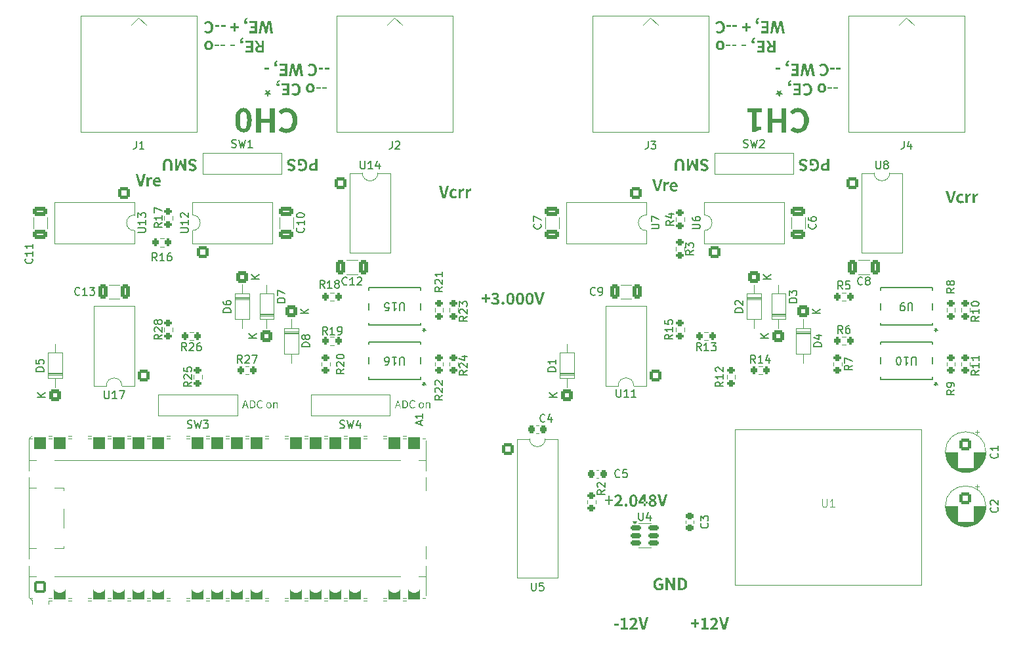
<source format=gbr>
%TF.GenerationSoftware,KiCad,Pcbnew,9.0.1*%
%TF.CreationDate,2025-06-22T18:16:09+09:00*%
%TF.ProjectId,SMU,534d552e-6b69-4636-9164-5f7063625858,rev?*%
%TF.SameCoordinates,Original*%
%TF.FileFunction,Legend,Top*%
%TF.FilePolarity,Positive*%
%FSLAX46Y46*%
G04 Gerber Fmt 4.6, Leading zero omitted, Abs format (unit mm)*
G04 Created by KiCad (PCBNEW 9.0.1) date 2025-06-22 18:16:09*
%MOMM*%
%LPD*%
G01*
G04 APERTURE LIST*
G04 Aperture macros list*
%AMRoundRect*
0 Rectangle with rounded corners*
0 $1 Rounding radius*
0 $2 $3 $4 $5 $6 $7 $8 $9 X,Y pos of 4 corners*
0 Add a 4 corners polygon primitive as box body*
4,1,4,$2,$3,$4,$5,$6,$7,$8,$9,$2,$3,0*
0 Add four circle primitives for the rounded corners*
1,1,$1+$1,$2,$3*
1,1,$1+$1,$4,$5*
1,1,$1+$1,$6,$7*
1,1,$1+$1,$8,$9*
0 Add four rect primitives between the rounded corners*
20,1,$1+$1,$2,$3,$4,$5,0*
20,1,$1+$1,$4,$5,$6,$7,0*
20,1,$1+$1,$6,$7,$8,$9,0*
20,1,$1+$1,$8,$9,$2,$3,0*%
%AMFreePoly0*
4,1,37,0.800000,0.796148,0.878414,0.796148,1.032228,0.765552,1.177117,0.705537,1.307515,0.618408,1.418408,0.507515,1.505537,0.377117,1.565552,0.232228,1.596148,0.078414,1.596148,-0.078414,1.565552,-0.232228,1.505537,-0.377117,1.418408,-0.507515,1.307515,-0.618408,1.177117,-0.705537,1.032228,-0.765552,0.878414,-0.796148,0.800000,-0.796148,0.800000,-0.800000,-1.400000,-0.800000,
-1.403843,-0.796157,-1.439018,-0.796157,-1.511114,-0.766294,-1.566294,-0.711114,-1.596157,-0.639018,-1.596157,-0.603843,-1.600000,-0.600000,-1.600000,0.600000,-1.596157,0.603843,-1.596157,0.639018,-1.566294,0.711114,-1.511114,0.766294,-1.439018,0.796157,-1.403843,0.796157,-1.400000,0.800000,0.800000,0.800000,0.800000,0.796148,0.800000,0.796148,$1*%
%AMFreePoly1*
4,1,37,1.403843,0.796157,1.439018,0.796157,1.511114,0.766294,1.566294,0.711114,1.596157,0.639018,1.596157,0.603843,1.600000,0.600000,1.600000,-0.600000,1.596157,-0.603843,1.596157,-0.639018,1.566294,-0.711114,1.511114,-0.766294,1.439018,-0.796157,1.403843,-0.796157,1.400000,-0.800000,-0.800000,-0.800000,-0.800000,-0.796148,-0.878414,-0.796148,-1.032228,-0.765552,-1.177117,-0.705537,
-1.307515,-0.618408,-1.418408,-0.507515,-1.505537,-0.377117,-1.565552,-0.232228,-1.596148,-0.078414,-1.596148,0.078414,-1.565552,0.232228,-1.505537,0.377117,-1.418408,0.507515,-1.307515,0.618408,-1.177117,0.705537,-1.032228,0.765552,-0.878414,0.796148,-0.800000,0.796148,-0.800000,0.800000,1.400000,0.800000,1.403843,0.796157,1.403843,0.796157,$1*%
%AMFreePoly2*
4,1,37,0.603843,0.796157,0.639018,0.796157,0.711114,0.766294,0.766294,0.711114,0.796157,0.639018,0.796157,0.603843,0.800000,0.600000,0.800000,-0.600000,0.796157,-0.603843,0.796157,-0.639018,0.766294,-0.711114,0.711114,-0.766294,0.639018,-0.796157,0.603843,-0.796157,0.600000,-0.800000,0.000000,-0.800000,0.000000,-0.796148,-0.078414,-0.796148,-0.232228,-0.765552,-0.377117,-0.705537,
-0.507515,-0.618408,-0.618408,-0.507515,-0.705537,-0.377117,-0.765552,-0.232228,-0.796148,-0.078414,-0.796148,0.078414,-0.765552,0.232228,-0.705537,0.377117,-0.618408,0.507515,-0.507515,0.618408,-0.377117,0.705537,-0.232228,0.765552,-0.078414,0.796148,0.000000,0.796148,0.000000,0.800000,0.600000,0.800000,0.603843,0.796157,0.603843,0.796157,$1*%
%AMFreePoly3*
4,1,37,0.000000,0.796148,0.078414,0.796148,0.232228,0.765552,0.377117,0.705537,0.507515,0.618408,0.618408,0.507515,0.705537,0.377117,0.765552,0.232228,0.796148,0.078414,0.796148,-0.078414,0.765552,-0.232228,0.705537,-0.377117,0.618408,-0.507515,0.507515,-0.618408,0.377117,-0.705537,0.232228,-0.765552,0.078414,-0.796148,0.000000,-0.796148,0.000000,-0.800000,-0.600000,-0.800000,
-0.603843,-0.796157,-0.639018,-0.796157,-0.711114,-0.766294,-0.766294,-0.711114,-0.796157,-0.639018,-0.796157,-0.603843,-0.800000,-0.600000,-0.800000,0.600000,-0.796157,0.603843,-0.796157,0.639018,-0.766294,0.711114,-0.711114,0.766294,-0.639018,0.796157,-0.603843,0.796157,-0.600000,0.800000,0.000000,0.800000,0.000000,0.796148,0.000000,0.796148,$1*%
G04 Aperture macros list end*
%ADD10C,0.300000*%
%ADD11C,0.125000*%
%ADD12C,0.187500*%
%ADD13C,0.150000*%
%ADD14C,0.100000*%
%ADD15C,0.152400*%
%ADD16C,0.120000*%
%ADD17C,1.270000*%
%ADD18RoundRect,0.250000X0.550000X0.550000X-0.550000X0.550000X-0.550000X-0.550000X0.550000X-0.550000X0*%
%ADD19C,1.600000*%
%ADD20RoundRect,0.250000X0.650000X-0.325000X0.650000X0.325000X-0.650000X0.325000X-0.650000X-0.325000X0*%
%ADD21RoundRect,0.250000X-0.650000X0.325000X-0.650000X-0.325000X0.650000X-0.325000X0.650000X0.325000X0*%
%ADD22RoundRect,0.250001X-0.499999X0.499999X-0.499999X-0.499999X0.499999X-0.499999X0.499999X0.499999X0*%
%ADD23C,1.500000*%
%ADD24RoundRect,0.200000X-0.275000X0.200000X-0.275000X-0.200000X0.275000X-0.200000X0.275000X0.200000X0*%
%ADD25RoundRect,0.200000X0.275000X-0.200000X0.275000X0.200000X-0.275000X0.200000X-0.275000X-0.200000X0*%
%ADD26RoundRect,0.250000X0.325000X0.650000X-0.325000X0.650000X-0.325000X-0.650000X0.325000X-0.650000X0*%
%ADD27RoundRect,0.200000X0.200000X0.275000X-0.200000X0.275000X-0.200000X-0.275000X0.200000X-0.275000X0*%
%ADD28RoundRect,0.200000X-0.200000X-0.275000X0.200000X-0.275000X0.200000X0.275000X-0.200000X0.275000X0*%
%ADD29RoundRect,0.250000X-0.550000X0.550000X-0.550000X-0.550000X0.550000X-0.550000X0.550000X0.550000X0*%
%ADD30C,2.200000*%
%ADD31RoundRect,0.225000X-0.225000X-0.250000X0.225000X-0.250000X0.225000X0.250000X-0.225000X0.250000X0*%
%ADD32RoundRect,0.225000X-0.250000X0.225000X-0.250000X-0.225000X0.250000X-0.225000X0.250000X0.225000X0*%
%ADD33O,1.600000X2.500000*%
%ADD34O,3.500000X7.000000*%
%ADD35RoundRect,0.250000X-0.550000X-0.550000X0.550000X-0.550000X0.550000X0.550000X-0.550000X0.550000X0*%
%ADD36RoundRect,0.250000X0.550000X-0.550000X0.550000X0.550000X-0.550000X0.550000X-0.550000X-0.550000X0*%
%ADD37RoundRect,0.225000X0.225000X0.250000X-0.225000X0.250000X-0.225000X-0.250000X0.225000X-0.250000X0*%
%ADD38RoundRect,0.150000X-0.512500X-0.150000X0.512500X-0.150000X0.512500X0.150000X-0.512500X0.150000X0*%
%ADD39RoundRect,0.250001X0.499999X-0.499999X0.499999X0.499999X-0.499999X0.499999X-0.499999X-0.499999X0*%
%ADD40C,1.700000*%
%ADD41R,1.500000X1.500000*%
%ADD42C,1.850000*%
%ADD43FreePoly0,90.000000*%
%ADD44RoundRect,0.200000X0.600000X-0.600000X0.600000X0.600000X-0.600000X0.600000X-0.600000X-0.600000X0*%
%ADD45RoundRect,0.800000X0.000010X-0.800000X0.000010X0.800000X-0.000010X0.800000X-0.000010X-0.800000X0*%
%ADD46FreePoly1,90.000000*%
%ADD47FreePoly2,90.000000*%
%ADD48FreePoly3,90.000000*%
G04 APERTURE END LIST*
D10*
G36*
X122282041Y-120611182D02*
G01*
X122497277Y-120611182D01*
X122497277Y-120022069D01*
X122807954Y-120022069D01*
X122807954Y-121578384D01*
X122268300Y-121578384D01*
X122158298Y-121573314D01*
X122059334Y-121558740D01*
X121970171Y-121535428D01*
X121886920Y-121499386D01*
X121817568Y-121450628D01*
X121760244Y-121388607D01*
X121718828Y-121315444D01*
X121692173Y-121223036D01*
X121682567Y-121107423D01*
X121987298Y-121107423D01*
X121997227Y-121187290D01*
X122023881Y-121243654D01*
X122065975Y-121282820D01*
X122120854Y-121308391D01*
X122195594Y-121325680D01*
X122295777Y-121332187D01*
X122497277Y-121332187D01*
X122497277Y-120857379D01*
X122295777Y-120857379D01*
X122196727Y-120865479D01*
X122121948Y-120887281D01*
X122065975Y-120920394D01*
X122023287Y-120967576D01*
X121996833Y-121028471D01*
X121987298Y-121107423D01*
X121682567Y-121107423D01*
X121682483Y-121106415D01*
X121691921Y-120994015D01*
X121718368Y-120901165D01*
X121760244Y-120824132D01*
X121817751Y-120757538D01*
X121887215Y-120703909D01*
X121970262Y-120662565D01*
X121978799Y-120659897D01*
X121615255Y-120022069D01*
X121964217Y-120022069D01*
X122282041Y-120611182D01*
G37*
G36*
X121376203Y-120025000D02*
G01*
X121376203Y-121584246D01*
X120423655Y-121584246D01*
X120423655Y-121320464D01*
X121065526Y-121320464D01*
X121065526Y-120962892D01*
X120520376Y-120962892D01*
X120520376Y-120699110D01*
X121065526Y-120699110D01*
X121065526Y-120288782D01*
X120400208Y-120288782D01*
X120400208Y-120025000D01*
X121376203Y-120025000D01*
G37*
G36*
X120100980Y-119572265D02*
G01*
X120166101Y-119740518D01*
X120087995Y-119777700D01*
X120026161Y-119819732D01*
X119978157Y-119866364D01*
X119940793Y-119920898D01*
X119919198Y-119977064D01*
X119912028Y-120036265D01*
X119922469Y-120256450D01*
X119813293Y-120074733D01*
X119839990Y-120054818D01*
X119868980Y-120041303D01*
X119933002Y-120030861D01*
X119981740Y-120036132D01*
X120026152Y-120051671D01*
X120067366Y-120077848D01*
X120099525Y-120112919D01*
X120119173Y-120156899D01*
X120126168Y-120212578D01*
X120119418Y-120264209D01*
X120099973Y-120307397D01*
X120067366Y-120344194D01*
X120025794Y-120371815D01*
X119978714Y-120388517D01*
X119924576Y-120394295D01*
X119858742Y-120384991D01*
X119805561Y-120358381D01*
X119761910Y-120313603D01*
X119731347Y-120256966D01*
X119711425Y-120184021D01*
X119704116Y-120090487D01*
X119710847Y-119999474D01*
X119730414Y-119916915D01*
X119762394Y-119841409D01*
X119807064Y-119771842D01*
X119862269Y-119710616D01*
X119928705Y-119657000D01*
X120007694Y-119610799D01*
X120100980Y-119572265D01*
G37*
G36*
X119015351Y-120517393D02*
G01*
X119015351Y-120740143D01*
X118440892Y-120740143D01*
X118440892Y-120517393D01*
X119015351Y-120517393D01*
G37*
G36*
X117762385Y-120517393D02*
G01*
X117762385Y-120740143D01*
X117187926Y-120740143D01*
X117187926Y-120517393D01*
X117762385Y-120517393D01*
G37*
G36*
X116985693Y-120517393D02*
G01*
X116985693Y-120740143D01*
X116411234Y-120740143D01*
X116411234Y-120517393D01*
X116985693Y-120517393D01*
G37*
G36*
X115751288Y-120003879D02*
G01*
X115843022Y-120028275D01*
X115931663Y-120069330D01*
X116011738Y-120125002D01*
X116081239Y-120194952D01*
X116140857Y-120280722D01*
X116184081Y-120375640D01*
X116211177Y-120485746D01*
X116220725Y-120614113D01*
X116211177Y-120742480D01*
X116184081Y-120852587D01*
X116140857Y-120947505D01*
X116081239Y-121033274D01*
X116011738Y-121103224D01*
X115931663Y-121158897D01*
X115843022Y-121199952D01*
X115751288Y-121224347D01*
X115655150Y-121232536D01*
X115545993Y-121221953D01*
X115442658Y-121190404D01*
X115347285Y-121139332D01*
X115261858Y-121069412D01*
X115212943Y-121013722D01*
X115170884Y-120949562D01*
X115135645Y-120875972D01*
X115110527Y-120798286D01*
X115094852Y-120711457D01*
X115089392Y-120614113D01*
X115406480Y-120614113D01*
X115414065Y-120721256D01*
X115434965Y-120807554D01*
X115471236Y-120881927D01*
X115519229Y-120934865D01*
X115558515Y-120959719D01*
X115603305Y-120974854D01*
X115655058Y-120980111D01*
X115706814Y-120974856D01*
X115751636Y-120959722D01*
X115790979Y-120934865D01*
X115838919Y-120881938D01*
X115875243Y-120807554D01*
X115896074Y-120721261D01*
X115903636Y-120614113D01*
X115896073Y-120506884D01*
X115875243Y-120420581D01*
X115838919Y-120346197D01*
X115790979Y-120293270D01*
X115751642Y-120268466D01*
X115706819Y-120253361D01*
X115655058Y-120248115D01*
X115603299Y-120253363D01*
X115558509Y-120268469D01*
X115519229Y-120293270D01*
X115471236Y-120346208D01*
X115434965Y-120420581D01*
X115414067Y-120506889D01*
X115406480Y-120614113D01*
X115089392Y-120614113D01*
X115098940Y-120485746D01*
X115126035Y-120375640D01*
X115169259Y-120280722D01*
X115228882Y-120194959D01*
X115298412Y-120125008D01*
X115378545Y-120069330D01*
X115467129Y-120028284D01*
X115558892Y-120003884D01*
X115655150Y-119995690D01*
X115751288Y-120003879D01*
G37*
G36*
X123677428Y-117505000D02*
G01*
X123975557Y-119064246D01*
X123658469Y-119064246D01*
X123538759Y-118302575D01*
X123499924Y-118056286D01*
X123465303Y-117805876D01*
X123456877Y-117805876D01*
X123406501Y-118056286D01*
X123358233Y-118302575D01*
X123179722Y-119064246D01*
X122913009Y-119064246D01*
X122732391Y-118302575D01*
X122683115Y-118057385D01*
X122633656Y-117805876D01*
X122623215Y-117805876D01*
X122588593Y-118056286D01*
X122553880Y-118302575D01*
X122429958Y-119064246D01*
X122135950Y-119064246D01*
X122423729Y-117505000D01*
X122810060Y-117505000D01*
X122984358Y-118277204D01*
X123020170Y-118457089D01*
X123049480Y-118634959D01*
X123057906Y-118634959D01*
X123092527Y-118457089D01*
X123127149Y-118277204D01*
X123297325Y-117505000D01*
X123677428Y-117505000D01*
G37*
G36*
X121900836Y-117505000D02*
G01*
X121900836Y-119064246D01*
X120948289Y-119064246D01*
X120948289Y-118800464D01*
X121590159Y-118800464D01*
X121590159Y-118442892D01*
X121045009Y-118442892D01*
X121045009Y-118179110D01*
X121590159Y-118179110D01*
X121590159Y-117768782D01*
X120924842Y-117768782D01*
X120924842Y-117505000D01*
X121900836Y-117505000D01*
G37*
G36*
X120625613Y-117052265D02*
G01*
X120690735Y-117220518D01*
X120612628Y-117257700D01*
X120550794Y-117299732D01*
X120502790Y-117346364D01*
X120465426Y-117400898D01*
X120443831Y-117457064D01*
X120436661Y-117516265D01*
X120447103Y-117736450D01*
X120337926Y-117554733D01*
X120364623Y-117534818D01*
X120393613Y-117521303D01*
X120457635Y-117510861D01*
X120506373Y-117516132D01*
X120550786Y-117531671D01*
X120592000Y-117557848D01*
X120624158Y-117592919D01*
X120643806Y-117636899D01*
X120650801Y-117692578D01*
X120644051Y-117744209D01*
X120624606Y-117787397D01*
X120592000Y-117824194D01*
X120550428Y-117851815D01*
X120503348Y-117868517D01*
X120449209Y-117874295D01*
X120383375Y-117864991D01*
X120330194Y-117838381D01*
X120286543Y-117793603D01*
X120255980Y-117736966D01*
X120236058Y-117664021D01*
X120228749Y-117570487D01*
X120235480Y-117479474D01*
X120255047Y-117396915D01*
X120287027Y-117321409D01*
X120331698Y-117251842D01*
X120386903Y-117190616D01*
X120453338Y-117137000D01*
X120532328Y-117090799D01*
X120625613Y-117052265D01*
G37*
G36*
X119141380Y-117733611D02*
G01*
X119141380Y-118179110D01*
X119563432Y-118179110D01*
X119563432Y-118401859D01*
X119141380Y-118401859D01*
X119141380Y-118847358D01*
X118912769Y-118847358D01*
X118912769Y-118401859D01*
X118490717Y-118401859D01*
X118490717Y-118179110D01*
X118912769Y-118179110D01*
X118912769Y-117733611D01*
X119141380Y-117733611D01*
G37*
G36*
X117825400Y-117997393D02*
G01*
X117825400Y-118220143D01*
X117250941Y-118220143D01*
X117250941Y-117997393D01*
X117825400Y-117997393D01*
G37*
G36*
X117048708Y-117997393D02*
G01*
X117048708Y-118220143D01*
X116474248Y-118220143D01*
X116474248Y-117997393D01*
X117048708Y-117997393D01*
G37*
G36*
X115557513Y-117475690D02*
G01*
X115654363Y-117481563D01*
X115745637Y-117498852D01*
X115832195Y-117527348D01*
X115913822Y-117567372D01*
X115988741Y-117618774D01*
X116057601Y-117682228D01*
X116116936Y-117754790D01*
X116167978Y-117838579D01*
X116210649Y-117934928D01*
X116240700Y-118036102D01*
X116259560Y-118149958D01*
X116266153Y-118278303D01*
X116259448Y-118406591D01*
X116240235Y-118520799D01*
X116209550Y-118622685D01*
X116166161Y-118719772D01*
X116114094Y-118804685D01*
X116053387Y-118878682D01*
X115983164Y-118943574D01*
X115906535Y-118996737D01*
X115822853Y-119038784D01*
X115734083Y-119069119D01*
X115641762Y-119087388D01*
X115545057Y-119093555D01*
X115447329Y-119086515D01*
X115359469Y-119066139D01*
X115279901Y-119033013D01*
X115172108Y-118965869D01*
X115090124Y-118891871D01*
X115251874Y-118693577D01*
X115313978Y-118746982D01*
X115381017Y-118788190D01*
X115454733Y-118814733D01*
X115539562Y-118823911D01*
X115615968Y-118816652D01*
X115685814Y-118795334D01*
X115750587Y-118759797D01*
X115807199Y-118712024D01*
X115855803Y-118651337D01*
X115896583Y-118575791D01*
X115924767Y-118494272D01*
X115942702Y-118399038D01*
X115949065Y-118287737D01*
X115943054Y-118174964D01*
X115926152Y-118078692D01*
X115899698Y-117996569D01*
X115860927Y-117920231D01*
X115814073Y-117858870D01*
X115759014Y-117810456D01*
X115695385Y-117774568D01*
X115624931Y-117752819D01*
X115545881Y-117745334D01*
X115479767Y-117750327D01*
X115420298Y-117764795D01*
X115366363Y-117788382D01*
X115292150Y-117837495D01*
X115226686Y-117898841D01*
X115060723Y-117705309D01*
X115129168Y-117634709D01*
X115202373Y-117577862D01*
X115280817Y-117533668D01*
X115365007Y-117501897D01*
X115456792Y-117482399D01*
X115557513Y-117475690D01*
G37*
G36*
X63711213Y-136820884D02*
G01*
X63200776Y-136820884D01*
X63086587Y-136815445D01*
X62983734Y-136799794D01*
X62890924Y-136774722D01*
X62804086Y-136736580D01*
X62731924Y-136686042D01*
X62672479Y-136622681D01*
X62629450Y-136547938D01*
X62601710Y-136452933D01*
X62591688Y-136333345D01*
X62896419Y-136333345D01*
X62902459Y-136399957D01*
X62918957Y-136451428D01*
X62944548Y-136491094D01*
X62979401Y-136521198D01*
X63037420Y-136548876D01*
X63116941Y-136567619D01*
X63224132Y-136574687D01*
X63400536Y-136574687D01*
X63400536Y-136064708D01*
X63213690Y-136064708D01*
X63109045Y-136073433D01*
X63031690Y-136096723D01*
X62975187Y-136131844D01*
X62932795Y-136181813D01*
X62906125Y-136247341D01*
X62896419Y-136333345D01*
X62591688Y-136333345D01*
X62591604Y-136332337D01*
X62601374Y-136217319D01*
X62628836Y-136121708D01*
X62672479Y-136041810D01*
X62732204Y-135972506D01*
X62803833Y-135916481D01*
X62888909Y-135873008D01*
X62980767Y-135843263D01*
X63081532Y-135824867D01*
X63192533Y-135818511D01*
X63400536Y-135818511D01*
X63400536Y-135264569D01*
X63711213Y-135264569D01*
X63711213Y-136820884D01*
G37*
G36*
X61646476Y-135238190D02*
G01*
X61784447Y-135248832D01*
X61910411Y-135279879D01*
X62026487Y-135330881D01*
X62106371Y-135382335D01*
X62177351Y-135444251D01*
X62240081Y-135517320D01*
X62294849Y-135602631D01*
X62336600Y-135693108D01*
X62367528Y-135795135D01*
X62386963Y-135910394D01*
X62393767Y-136040803D01*
X62386916Y-136169034D01*
X62367276Y-136283236D01*
X62335882Y-136385185D01*
X62291469Y-136482066D01*
X62237811Y-136566991D01*
X62174865Y-136641182D01*
X62102324Y-136706007D01*
X62023288Y-136759189D01*
X61937094Y-136801284D01*
X61845861Y-136831472D01*
X61749331Y-136849816D01*
X61646567Y-136856055D01*
X61535760Y-136848521D01*
X61440865Y-136827205D01*
X61359338Y-136793407D01*
X61248473Y-136725386D01*
X61164707Y-136654371D01*
X61331860Y-136456352D01*
X61393867Y-136506673D01*
X61461645Y-136548584D01*
X61537894Y-136576271D01*
X61637866Y-136586411D01*
X61723088Y-136579002D01*
X61799139Y-136557521D01*
X61867760Y-136522297D01*
X61928099Y-136474201D01*
X61979326Y-136413453D01*
X62021816Y-136338291D01*
X62051316Y-136256635D01*
X62070043Y-136161409D01*
X62076679Y-136050237D01*
X62070404Y-135937585D01*
X62052737Y-135841322D01*
X62025022Y-135759069D01*
X61984076Y-135683595D01*
X61932592Y-135622121D01*
X61869958Y-135572956D01*
X61798321Y-135537759D01*
X61714163Y-135515655D01*
X61614785Y-135507834D01*
X61558650Y-135511851D01*
X61505059Y-135523771D01*
X61456107Y-135543364D01*
X61420704Y-135567185D01*
X61420704Y-135876763D01*
X61697034Y-135876763D01*
X61697034Y-136129188D01*
X61139336Y-136129188D01*
X61139336Y-135425677D01*
X61195809Y-135378234D01*
X61265965Y-135333903D01*
X61351919Y-135292962D01*
X61441782Y-135262989D01*
X61539558Y-135244540D01*
X61646476Y-135238190D01*
G37*
G36*
X60344600Y-135238190D02*
G01*
X60447009Y-135244696D01*
X60548119Y-135264243D01*
X60648683Y-135297175D01*
X60744319Y-135342362D01*
X60831407Y-135398416D01*
X60910725Y-135465703D01*
X60732214Y-135680209D01*
X60644890Y-135610255D01*
X60544910Y-135555095D01*
X60438627Y-135519235D01*
X60338647Y-135507834D01*
X60258860Y-135514103D01*
X60198924Y-135530915D01*
X60154366Y-135556286D01*
X60119415Y-135592406D01*
X60098716Y-135635234D01*
X60091534Y-135686987D01*
X60099628Y-135741388D01*
X60121942Y-135780684D01*
X60156473Y-135812626D01*
X60204649Y-135842783D01*
X60326099Y-135897554D01*
X60531446Y-135988138D01*
X60606966Y-136024948D01*
X60681197Y-136073501D01*
X60746817Y-136133872D01*
X60800632Y-136209330D01*
X60826193Y-136265874D01*
X60842125Y-136330632D01*
X60847710Y-136405244D01*
X60839853Y-136488761D01*
X60816833Y-136564751D01*
X60778559Y-136634863D01*
X60727460Y-136696871D01*
X60664395Y-136750468D01*
X60587866Y-136795971D01*
X60504844Y-136828811D01*
X60413134Y-136849054D01*
X60311170Y-136856055D01*
X60219956Y-136850147D01*
X60131449Y-136832519D01*
X60044914Y-136803024D01*
X59963044Y-136762497D01*
X59889222Y-136712365D01*
X59822714Y-136652265D01*
X59980251Y-136458183D01*
X60055950Y-136512902D01*
X60133025Y-136552797D01*
X60215806Y-136577733D01*
X60310895Y-136586411D01*
X60376656Y-136581050D01*
X60429133Y-136566269D01*
X60470996Y-136543271D01*
X60504083Y-136510708D01*
X60523749Y-136471142D01*
X60530622Y-136422280D01*
X60522009Y-136371765D01*
X60497099Y-136331879D01*
X60459524Y-136299345D01*
X60409172Y-136269872D01*
X60289737Y-136216291D01*
X60086497Y-136134226D01*
X59997150Y-136090902D01*
X59922182Y-136039521D01*
X59859693Y-135976819D01*
X59813189Y-135902867D01*
X59784752Y-135817595D01*
X59774446Y-135709335D01*
X59782044Y-135627157D01*
X59804610Y-135549782D01*
X59842590Y-135475869D01*
X59893576Y-135410069D01*
X59957992Y-135352698D01*
X60037587Y-135303403D01*
X60124485Y-135268267D01*
X60225912Y-135246053D01*
X60344600Y-135238190D01*
G37*
G36*
X40704203Y-138810000D02*
G01*
X40229579Y-137250753D01*
X40557200Y-137250753D01*
X40760898Y-138010318D01*
X40827027Y-138259812D01*
X40891141Y-138513336D01*
X40901582Y-138513336D01*
X40968810Y-138259812D01*
X41033931Y-138010318D01*
X41235523Y-137250753D01*
X41550505Y-137250753D01*
X41075880Y-138810000D01*
X40704203Y-138810000D01*
G37*
G36*
X41644019Y-138810000D02*
G01*
X41644019Y-137631772D01*
X41897635Y-137631772D01*
X41920899Y-137841882D01*
X41927219Y-137841882D01*
X41975022Y-137767771D01*
X42026085Y-137709133D01*
X42080451Y-137663920D01*
X42141502Y-137628993D01*
X42201348Y-137608993D01*
X42261160Y-137602463D01*
X42342035Y-137609790D01*
X42397814Y-137627559D01*
X42347347Y-137896837D01*
X42287447Y-137883189D01*
X42221409Y-137877969D01*
X42178043Y-137883244D01*
X42131212Y-137900003D01*
X42079627Y-137930450D01*
X42035551Y-137970245D01*
X41993813Y-138028198D01*
X41954696Y-138108870D01*
X41954696Y-138810000D01*
X41644019Y-138810000D01*
G37*
G36*
X43106938Y-137611187D02*
G01*
X43196067Y-137635865D01*
X43271867Y-137675278D01*
X43338155Y-137729496D01*
X43392780Y-137795838D01*
X43436365Y-137875862D01*
X43466597Y-137962638D01*
X43485413Y-138059551D01*
X43491961Y-138168221D01*
X43487748Y-138249462D01*
X43477306Y-138311744D01*
X42754286Y-138311744D01*
X42775367Y-138399975D01*
X42810798Y-138469922D01*
X42861286Y-138526501D01*
X42924005Y-138566734D01*
X42996559Y-138590627D01*
X43081266Y-138598974D01*
X43151139Y-138593931D01*
X43215447Y-138579190D01*
X43277727Y-138554991D01*
X43343308Y-138519839D01*
X43447997Y-138708608D01*
X43357752Y-138761362D01*
X43255106Y-138803497D01*
X43147255Y-138830428D01*
X43039226Y-138839309D01*
X42932115Y-138830875D01*
X42834116Y-138806233D01*
X42743570Y-138765669D01*
X42661982Y-138709731D01*
X42592068Y-138639441D01*
X42533002Y-138553270D01*
X42490396Y-138457752D01*
X42463769Y-138347903D01*
X42454417Y-138220886D01*
X42459705Y-138126340D01*
X42464294Y-138100718D01*
X42747967Y-138100718D01*
X43228178Y-138100718D01*
X43221587Y-138024092D01*
X43203324Y-137962555D01*
X43174689Y-137913048D01*
X43134153Y-137875273D01*
X43079459Y-137851505D01*
X43005887Y-137842798D01*
X42946719Y-137849857D01*
X42890574Y-137871099D01*
X42840913Y-137906131D01*
X42798250Y-137957103D01*
X42767561Y-138019693D01*
X42747967Y-138100718D01*
X42464294Y-138100718D01*
X42474949Y-138041228D01*
X42499480Y-137964339D01*
X42553525Y-137857973D01*
X42623128Y-137769800D01*
X42707047Y-137697787D01*
X42799166Y-137645602D01*
X42898738Y-137613201D01*
X43001491Y-137602463D01*
X43106938Y-137611187D01*
G37*
D11*
G36*
X53982021Y-167421953D02*
G01*
X54329030Y-166392226D01*
X54473133Y-166392226D01*
X54821667Y-167421953D01*
X54684464Y-167421953D01*
X54505373Y-166846090D01*
X54452189Y-166672616D01*
X54401814Y-166497739D01*
X54396196Y-166497739D01*
X54346554Y-166672616D01*
X54294103Y-166846090D01*
X54112203Y-167421953D01*
X53982021Y-167421953D01*
G37*
G36*
X54162578Y-167107369D02*
G01*
X54162578Y-167005764D01*
X54635432Y-167005764D01*
X54635432Y-167107369D01*
X54162578Y-167107369D01*
G37*
G36*
X55302244Y-166395250D02*
G01*
X55372263Y-166407004D01*
X55433934Y-166425660D01*
X55488328Y-166450783D01*
X55538928Y-166484038D01*
X55582515Y-166523689D01*
X55619662Y-166570147D01*
X55650628Y-166624134D01*
X55679898Y-166701804D01*
X55698567Y-166793566D01*
X55705216Y-166902021D01*
X55698633Y-167009539D01*
X55680021Y-167101899D01*
X55650628Y-167181374D01*
X55619602Y-167236917D01*
X55582624Y-167284552D01*
X55539501Y-167325066D01*
X55489733Y-167358939D01*
X55435918Y-167384718D01*
X55375105Y-167403802D01*
X55306249Y-167415797D01*
X55228148Y-167420000D01*
X54966625Y-167420000D01*
X54966625Y-167313387D01*
X55096807Y-167313387D01*
X55212517Y-167313387D01*
X55291274Y-167307520D01*
X55357245Y-167291041D01*
X55412674Y-167265027D01*
X55461253Y-167228245D01*
X55501052Y-167181759D01*
X55532597Y-167124221D01*
X55553957Y-167061324D01*
X55567535Y-166988082D01*
X55572348Y-166902754D01*
X55567453Y-166815466D01*
X55553801Y-166742397D01*
X55532597Y-166681348D01*
X55501157Y-166625664D01*
X55461385Y-166580522D01*
X55412674Y-166544694D01*
X55357337Y-166519468D01*
X55291362Y-166503449D01*
X55212517Y-166497739D01*
X55096807Y-166497739D01*
X55096807Y-167313387D01*
X54966625Y-167313387D01*
X54966625Y-166391127D01*
X55222653Y-166391127D01*
X55302244Y-166395250D01*
G37*
G36*
X56316861Y-167439539D02*
G01*
X56254161Y-167435476D01*
X56195325Y-167423525D01*
X56139724Y-167403818D01*
X56087630Y-167376408D01*
X56040414Y-167341789D01*
X55997636Y-167299527D01*
X55961196Y-167251505D01*
X55929912Y-167196022D01*
X55903907Y-167132159D01*
X55885686Y-167065525D01*
X55874291Y-166991380D01*
X55870324Y-166908738D01*
X55874367Y-166826166D01*
X55885985Y-166752043D01*
X55904579Y-166685378D01*
X55931126Y-166621595D01*
X55963114Y-166566127D01*
X56000444Y-166518072D01*
X56044082Y-166475699D01*
X56091999Y-166440829D01*
X56144609Y-166413047D01*
X56200706Y-166392987D01*
X56260678Y-166380766D01*
X56325226Y-166376594D01*
X56386781Y-166381097D01*
X56441468Y-166394067D01*
X56490396Y-166415062D01*
X56556607Y-166457269D01*
X56606594Y-166502501D01*
X56536618Y-166586582D01*
X56493094Y-166547282D01*
X56444173Y-166516545D01*
X56389775Y-166496782D01*
X56326570Y-166489923D01*
X56263763Y-166495729D01*
X56207758Y-166512589D01*
X56157187Y-166540359D01*
X56113074Y-166577866D01*
X56075328Y-166625249D01*
X56043797Y-166683974D01*
X56021910Y-166747308D01*
X56008073Y-166820311D01*
X56003192Y-166904586D01*
X56007927Y-166990842D01*
X56021311Y-167065250D01*
X56042393Y-167129473D01*
X56073053Y-167189179D01*
X56109883Y-167237198D01*
X56152974Y-167275102D01*
X56202763Y-167303159D01*
X56258736Y-167320281D01*
X56322418Y-167326210D01*
X56370163Y-167322660D01*
X56413537Y-167312332D01*
X56453271Y-167295436D01*
X56508393Y-167259218D01*
X56560371Y-167209951D01*
X56631812Y-167292566D01*
X56589250Y-167336227D01*
X56543603Y-167372214D01*
X56494609Y-167401071D01*
X56442004Y-167422026D01*
X56383129Y-167435021D01*
X56316861Y-167439539D01*
G37*
G36*
X57489406Y-166647910D02*
G01*
X57554623Y-166667854D01*
X57614467Y-166700579D01*
X57667402Y-166746256D01*
X57710678Y-166802875D01*
X57744460Y-166872346D01*
X57759662Y-166922551D01*
X57769171Y-166978728D01*
X57772487Y-167041728D01*
X57766606Y-167124645D01*
X57749944Y-167195681D01*
X57723456Y-167256784D01*
X57686636Y-167312272D01*
X57643772Y-167357183D01*
X57594495Y-167392644D01*
X57539676Y-167418705D01*
X57482071Y-167434279D01*
X57420778Y-167439539D01*
X57360386Y-167434329D01*
X57302739Y-167418801D01*
X57246999Y-167392644D01*
X57196929Y-167357073D01*
X57153865Y-167312150D01*
X57117367Y-167256784D01*
X57091289Y-167195726D01*
X57074868Y-167124686D01*
X57069068Y-167041728D01*
X57069115Y-167041057D01*
X57199249Y-167041057D01*
X57202511Y-167098571D01*
X57211824Y-167149250D01*
X57226666Y-167194014D01*
X57248105Y-167235704D01*
X57273890Y-167269514D01*
X57304091Y-167296474D01*
X57338906Y-167316608D01*
X57377237Y-167328758D01*
X57420045Y-167332927D01*
X57462934Y-167328755D01*
X57501304Y-167316603D01*
X57536121Y-167296474D01*
X57566369Y-167269533D01*
X57592360Y-167235722D01*
X57614157Y-167194014D01*
X57629405Y-167149211D01*
X57638962Y-167098536D01*
X57642306Y-167041057D01*
X57638944Y-166982663D01*
X57629371Y-166931566D01*
X57614157Y-166886756D01*
X57592357Y-166845051D01*
X57566366Y-166811262D01*
X57536121Y-166784357D01*
X57501300Y-166764193D01*
X57462930Y-166752021D01*
X57420045Y-166747843D01*
X57377241Y-166752018D01*
X57338910Y-166764188D01*
X57304091Y-166784357D01*
X57273893Y-166811281D01*
X57248107Y-166845069D01*
X57226666Y-166886756D01*
X57211858Y-166931527D01*
X57202528Y-166982627D01*
X57199249Y-167041057D01*
X57069115Y-167041057D01*
X57074888Y-166957898D01*
X57091328Y-166886460D01*
X57117367Y-166825390D01*
X57153838Y-166769981D01*
X57196904Y-166724822D01*
X57246999Y-166688859D01*
X57302779Y-166662278D01*
X57360420Y-166646516D01*
X57420778Y-166641231D01*
X57489406Y-166647910D01*
G37*
G36*
X57971789Y-167420000D02*
G01*
X57971789Y-166657962D01*
X58077913Y-166657962D01*
X58090675Y-166769947D01*
X58093483Y-166769947D01*
X58150256Y-166718621D01*
X58209132Y-166676646D01*
X58251232Y-166655607D01*
X58297419Y-166642817D01*
X58348656Y-166638422D01*
X58408164Y-166643820D01*
X58455960Y-166658809D01*
X58494458Y-166682433D01*
X58525305Y-166714931D01*
X58548187Y-166753854D01*
X58565748Y-166802476D01*
X58577240Y-166862832D01*
X58581420Y-166937315D01*
X58581420Y-167420000D01*
X58452459Y-167420000D01*
X58452459Y-166954900D01*
X58447749Y-166883165D01*
X58435598Y-166833171D01*
X58418204Y-166799378D01*
X58391988Y-166773697D01*
X58356496Y-166757629D01*
X58308600Y-166751751D01*
X58270390Y-166755116D01*
X58235720Y-166764943D01*
X58203881Y-166781182D01*
X58157959Y-166815393D01*
X58101971Y-166868011D01*
X58101971Y-167420000D01*
X57971789Y-167420000D01*
G37*
D10*
G36*
X101968925Y-195467606D02*
G01*
X101968925Y-195244856D01*
X102543385Y-195244856D01*
X102543385Y-195467606D01*
X101968925Y-195467606D01*
G37*
G36*
X102813487Y-195960000D02*
G01*
X102813487Y-195708032D01*
X103148710Y-195708032D01*
X103148710Y-194769316D01*
X102864778Y-194769316D01*
X102864778Y-194576150D01*
X102978122Y-194549952D01*
X103067652Y-194521562D01*
X103150497Y-194486586D01*
X103226471Y-194445908D01*
X103455723Y-194445908D01*
X103455723Y-195708032D01*
X103747990Y-195708032D01*
X103747990Y-195960000D01*
X102813487Y-195960000D01*
G37*
G36*
X103968175Y-195960000D02*
G01*
X103968175Y-195781489D01*
X104320984Y-195431427D01*
X104460704Y-195275075D01*
X104556190Y-195145389D01*
X104605030Y-195056287D01*
X104631806Y-194976765D01*
X104640179Y-194904596D01*
X104632928Y-194830591D01*
X104612885Y-194772247D01*
X104579396Y-194723727D01*
X104534116Y-194688166D01*
X104478572Y-194666508D01*
X104407080Y-194658674D01*
X104352571Y-194664053D01*
X104301459Y-194680038D01*
X104252749Y-194707034D01*
X104185372Y-194759011D01*
X104123605Y-194818500D01*
X103951322Y-194650247D01*
X104027438Y-194577088D01*
X104101871Y-194519217D01*
X104174988Y-194474942D01*
X104253433Y-194442494D01*
X104343363Y-194422176D01*
X104446922Y-194415041D01*
X104543465Y-194421973D01*
X104628620Y-194441867D01*
X104704201Y-194473934D01*
X104772619Y-194518715D01*
X104829320Y-194573453D01*
X104875385Y-194638982D01*
X104908586Y-194711998D01*
X104929135Y-194794411D01*
X104936293Y-194888109D01*
X104928665Y-194973317D01*
X104905084Y-195061876D01*
X104863844Y-195155097D01*
X104781923Y-195289499D01*
X104672694Y-195431519D01*
X104550359Y-195571156D01*
X104413399Y-195718474D01*
X104543550Y-195704918D01*
X104669580Y-195699606D01*
X105009749Y-195699606D01*
X105009749Y-195960000D01*
X103968175Y-195960000D01*
G37*
G36*
X105580819Y-195960000D02*
G01*
X105106194Y-194400753D01*
X105433816Y-194400753D01*
X105637514Y-195160318D01*
X105703643Y-195409812D01*
X105767757Y-195663336D01*
X105778198Y-195663336D01*
X105845426Y-195409812D01*
X105910547Y-195160318D01*
X106112139Y-194400753D01*
X106427121Y-194400753D01*
X105952496Y-195960000D01*
X105580819Y-195960000D01*
G37*
G36*
X79839091Y-140322500D02*
G01*
X79364467Y-138763253D01*
X79692088Y-138763253D01*
X79895786Y-139522818D01*
X79961915Y-139772312D01*
X80026029Y-140025836D01*
X80036470Y-140025836D01*
X80103698Y-139772312D01*
X80168819Y-139522818D01*
X80370411Y-138763253D01*
X80685393Y-138763253D01*
X80210768Y-140322500D01*
X79839091Y-140322500D01*
G37*
G36*
X81287696Y-140351809D02*
G01*
X81181890Y-140343377D01*
X81085146Y-140318741D01*
X80995795Y-140278169D01*
X80915488Y-140222296D01*
X80847168Y-140152340D01*
X80789990Y-140066777D01*
X80749183Y-139972125D01*
X80723498Y-139862001D01*
X80714427Y-139733386D01*
X80724308Y-139605195D01*
X80752390Y-139495101D01*
X80797317Y-139399994D01*
X80859214Y-139314696D01*
X80932408Y-139244670D01*
X81017868Y-139188602D01*
X81111883Y-139147739D01*
X81210475Y-139123240D01*
X81314990Y-139114963D01*
X81419976Y-139124574D01*
X81508155Y-139151782D01*
X81587896Y-139194377D01*
X81657357Y-139247495D01*
X81510354Y-139443134D01*
X81466905Y-139409445D01*
X81424166Y-139386347D01*
X81379094Y-139372135D01*
X81331843Y-139367388D01*
X81273013Y-139372611D01*
X81220545Y-139387760D01*
X81173207Y-139412634D01*
X81131703Y-139446406D01*
X81096811Y-139488470D01*
X81068244Y-139539945D01*
X81041202Y-139626721D01*
X81031516Y-139733386D01*
X81041204Y-139840131D01*
X81068244Y-139926918D01*
X81113062Y-140000690D01*
X81171100Y-140054229D01*
X81217005Y-140079225D01*
X81266718Y-140094255D01*
X81321310Y-140099384D01*
X81383061Y-140092607D01*
X81443126Y-140072090D01*
X81499518Y-140041426D01*
X81550196Y-140004770D01*
X81672012Y-140208743D01*
X81583136Y-140272896D01*
X81486174Y-140317096D01*
X81384318Y-140343358D01*
X81287696Y-140351809D01*
G37*
G36*
X81891189Y-140322500D02*
G01*
X81891189Y-139144272D01*
X82144805Y-139144272D01*
X82168069Y-139354382D01*
X82174389Y-139354382D01*
X82222192Y-139280271D01*
X82273255Y-139221633D01*
X82327621Y-139176420D01*
X82388672Y-139141493D01*
X82448518Y-139121493D01*
X82508330Y-139114963D01*
X82589205Y-139122290D01*
X82644984Y-139140059D01*
X82594517Y-139409337D01*
X82534617Y-139395689D01*
X82468579Y-139390469D01*
X82425213Y-139395744D01*
X82378382Y-139412503D01*
X82326796Y-139442950D01*
X82282721Y-139482745D01*
X82240983Y-139540698D01*
X82201866Y-139621370D01*
X82201866Y-140322500D01*
X81891189Y-140322500D01*
G37*
G36*
X82808565Y-140322500D02*
G01*
X82808565Y-139144272D01*
X83062181Y-139144272D01*
X83085445Y-139354382D01*
X83091765Y-139354382D01*
X83139569Y-139280271D01*
X83190631Y-139221633D01*
X83244997Y-139176420D01*
X83306048Y-139141493D01*
X83365894Y-139121493D01*
X83425706Y-139114963D01*
X83506581Y-139122290D01*
X83562360Y-139140059D01*
X83511893Y-139409337D01*
X83451993Y-139395689D01*
X83385956Y-139390469D01*
X83342589Y-139395744D01*
X83295758Y-139412503D01*
X83244173Y-139442950D01*
X83200097Y-139482745D01*
X83158359Y-139540698D01*
X83119242Y-139621370D01*
X83119242Y-140322500D01*
X82808565Y-140322500D01*
G37*
G36*
X56282041Y-120611182D02*
G01*
X56497277Y-120611182D01*
X56497277Y-120022069D01*
X56807954Y-120022069D01*
X56807954Y-121578384D01*
X56268300Y-121578384D01*
X56158298Y-121573314D01*
X56059334Y-121558740D01*
X55970171Y-121535428D01*
X55886920Y-121499386D01*
X55817568Y-121450628D01*
X55760244Y-121388607D01*
X55718828Y-121315444D01*
X55692173Y-121223036D01*
X55682567Y-121107423D01*
X55987298Y-121107423D01*
X55997227Y-121187290D01*
X56023881Y-121243654D01*
X56065975Y-121282820D01*
X56120854Y-121308391D01*
X56195594Y-121325680D01*
X56295777Y-121332187D01*
X56497277Y-121332187D01*
X56497277Y-120857379D01*
X56295777Y-120857379D01*
X56196727Y-120865479D01*
X56121948Y-120887281D01*
X56065975Y-120920394D01*
X56023287Y-120967576D01*
X55996833Y-121028471D01*
X55987298Y-121107423D01*
X55682567Y-121107423D01*
X55682483Y-121106415D01*
X55691921Y-120994015D01*
X55718368Y-120901165D01*
X55760244Y-120824132D01*
X55817751Y-120757538D01*
X55887215Y-120703909D01*
X55970262Y-120662565D01*
X55978799Y-120659897D01*
X55615255Y-120022069D01*
X55964217Y-120022069D01*
X56282041Y-120611182D01*
G37*
G36*
X55376203Y-120025000D02*
G01*
X55376203Y-121584246D01*
X54423655Y-121584246D01*
X54423655Y-121320464D01*
X55065526Y-121320464D01*
X55065526Y-120962892D01*
X54520376Y-120962892D01*
X54520376Y-120699110D01*
X55065526Y-120699110D01*
X55065526Y-120288782D01*
X54400208Y-120288782D01*
X54400208Y-120025000D01*
X55376203Y-120025000D01*
G37*
G36*
X54100980Y-119572265D02*
G01*
X54166101Y-119740518D01*
X54087995Y-119777700D01*
X54026161Y-119819732D01*
X53978157Y-119866364D01*
X53940793Y-119920898D01*
X53919198Y-119977064D01*
X53912028Y-120036265D01*
X53922469Y-120256450D01*
X53813293Y-120074733D01*
X53839990Y-120054818D01*
X53868980Y-120041303D01*
X53933002Y-120030861D01*
X53981740Y-120036132D01*
X54026152Y-120051671D01*
X54067366Y-120077848D01*
X54099525Y-120112919D01*
X54119173Y-120156899D01*
X54126168Y-120212578D01*
X54119418Y-120264209D01*
X54099973Y-120307397D01*
X54067366Y-120344194D01*
X54025794Y-120371815D01*
X53978714Y-120388517D01*
X53924576Y-120394295D01*
X53858742Y-120384991D01*
X53805561Y-120358381D01*
X53761910Y-120313603D01*
X53731347Y-120256966D01*
X53711425Y-120184021D01*
X53704116Y-120090487D01*
X53710847Y-119999474D01*
X53730414Y-119916915D01*
X53762394Y-119841409D01*
X53807064Y-119771842D01*
X53862269Y-119710616D01*
X53928705Y-119657000D01*
X54007694Y-119610799D01*
X54100980Y-119572265D01*
G37*
G36*
X53015351Y-120517393D02*
G01*
X53015351Y-120740143D01*
X52440892Y-120740143D01*
X52440892Y-120517393D01*
X53015351Y-120517393D01*
G37*
G36*
X51762385Y-120517393D02*
G01*
X51762385Y-120740143D01*
X51187926Y-120740143D01*
X51187926Y-120517393D01*
X51762385Y-120517393D01*
G37*
G36*
X50985693Y-120517393D02*
G01*
X50985693Y-120740143D01*
X50411234Y-120740143D01*
X50411234Y-120517393D01*
X50985693Y-120517393D01*
G37*
G36*
X49751288Y-120003879D02*
G01*
X49843022Y-120028275D01*
X49931663Y-120069330D01*
X50011738Y-120125002D01*
X50081239Y-120194952D01*
X50140857Y-120280722D01*
X50184081Y-120375640D01*
X50211177Y-120485746D01*
X50220725Y-120614113D01*
X50211177Y-120742480D01*
X50184081Y-120852587D01*
X50140857Y-120947505D01*
X50081239Y-121033274D01*
X50011738Y-121103224D01*
X49931663Y-121158897D01*
X49843022Y-121199952D01*
X49751288Y-121224347D01*
X49655150Y-121232536D01*
X49545993Y-121221953D01*
X49442658Y-121190404D01*
X49347285Y-121139332D01*
X49261858Y-121069412D01*
X49212943Y-121013722D01*
X49170884Y-120949562D01*
X49135645Y-120875972D01*
X49110527Y-120798286D01*
X49094852Y-120711457D01*
X49089392Y-120614113D01*
X49406480Y-120614113D01*
X49414065Y-120721256D01*
X49434965Y-120807554D01*
X49471236Y-120881927D01*
X49519229Y-120934865D01*
X49558515Y-120959719D01*
X49603305Y-120974854D01*
X49655058Y-120980111D01*
X49706814Y-120974856D01*
X49751636Y-120959722D01*
X49790979Y-120934865D01*
X49838919Y-120881938D01*
X49875243Y-120807554D01*
X49896074Y-120721261D01*
X49903636Y-120614113D01*
X49896073Y-120506884D01*
X49875243Y-120420581D01*
X49838919Y-120346197D01*
X49790979Y-120293270D01*
X49751642Y-120268466D01*
X49706819Y-120253361D01*
X49655058Y-120248115D01*
X49603299Y-120253363D01*
X49558509Y-120268469D01*
X49519229Y-120293270D01*
X49471236Y-120346208D01*
X49434965Y-120420581D01*
X49414067Y-120506889D01*
X49406480Y-120614113D01*
X49089392Y-120614113D01*
X49098940Y-120485746D01*
X49126035Y-120375640D01*
X49169259Y-120280722D01*
X49228882Y-120194959D01*
X49298412Y-120125008D01*
X49378545Y-120069330D01*
X49467129Y-120028284D01*
X49558892Y-120003884D01*
X49655150Y-119995690D01*
X49751288Y-120003879D01*
G37*
G36*
X57677428Y-117505000D02*
G01*
X57975557Y-119064246D01*
X57658469Y-119064246D01*
X57538759Y-118302575D01*
X57499924Y-118056286D01*
X57465303Y-117805876D01*
X57456877Y-117805876D01*
X57406501Y-118056286D01*
X57358233Y-118302575D01*
X57179722Y-119064246D01*
X56913009Y-119064246D01*
X56732391Y-118302575D01*
X56683115Y-118057385D01*
X56633656Y-117805876D01*
X56623215Y-117805876D01*
X56588593Y-118056286D01*
X56553880Y-118302575D01*
X56429958Y-119064246D01*
X56135950Y-119064246D01*
X56423729Y-117505000D01*
X56810060Y-117505000D01*
X56984358Y-118277204D01*
X57020170Y-118457089D01*
X57049480Y-118634959D01*
X57057906Y-118634959D01*
X57092527Y-118457089D01*
X57127149Y-118277204D01*
X57297325Y-117505000D01*
X57677428Y-117505000D01*
G37*
G36*
X55900836Y-117505000D02*
G01*
X55900836Y-119064246D01*
X54948289Y-119064246D01*
X54948289Y-118800464D01*
X55590159Y-118800464D01*
X55590159Y-118442892D01*
X55045009Y-118442892D01*
X55045009Y-118179110D01*
X55590159Y-118179110D01*
X55590159Y-117768782D01*
X54924842Y-117768782D01*
X54924842Y-117505000D01*
X55900836Y-117505000D01*
G37*
G36*
X54625613Y-117052265D02*
G01*
X54690735Y-117220518D01*
X54612628Y-117257700D01*
X54550794Y-117299732D01*
X54502790Y-117346364D01*
X54465426Y-117400898D01*
X54443831Y-117457064D01*
X54436661Y-117516265D01*
X54447103Y-117736450D01*
X54337926Y-117554733D01*
X54364623Y-117534818D01*
X54393613Y-117521303D01*
X54457635Y-117510861D01*
X54506373Y-117516132D01*
X54550786Y-117531671D01*
X54592000Y-117557848D01*
X54624158Y-117592919D01*
X54643806Y-117636899D01*
X54650801Y-117692578D01*
X54644051Y-117744209D01*
X54624606Y-117787397D01*
X54592000Y-117824194D01*
X54550428Y-117851815D01*
X54503348Y-117868517D01*
X54449209Y-117874295D01*
X54383375Y-117864991D01*
X54330194Y-117838381D01*
X54286543Y-117793603D01*
X54255980Y-117736966D01*
X54236058Y-117664021D01*
X54228749Y-117570487D01*
X54235480Y-117479474D01*
X54255047Y-117396915D01*
X54287027Y-117321409D01*
X54331698Y-117251842D01*
X54386903Y-117190616D01*
X54453338Y-117137000D01*
X54532328Y-117090799D01*
X54625613Y-117052265D01*
G37*
G36*
X53141380Y-117733611D02*
G01*
X53141380Y-118179110D01*
X53563432Y-118179110D01*
X53563432Y-118401859D01*
X53141380Y-118401859D01*
X53141380Y-118847358D01*
X52912769Y-118847358D01*
X52912769Y-118401859D01*
X52490717Y-118401859D01*
X52490717Y-118179110D01*
X52912769Y-118179110D01*
X52912769Y-117733611D01*
X53141380Y-117733611D01*
G37*
G36*
X51825400Y-117997393D02*
G01*
X51825400Y-118220143D01*
X51250941Y-118220143D01*
X51250941Y-117997393D01*
X51825400Y-117997393D01*
G37*
G36*
X51048708Y-117997393D02*
G01*
X51048708Y-118220143D01*
X50474248Y-118220143D01*
X50474248Y-117997393D01*
X51048708Y-117997393D01*
G37*
G36*
X49557513Y-117475690D02*
G01*
X49654363Y-117481563D01*
X49745637Y-117498852D01*
X49832195Y-117527348D01*
X49913822Y-117567372D01*
X49988741Y-117618774D01*
X50057601Y-117682228D01*
X50116936Y-117754790D01*
X50167978Y-117838579D01*
X50210649Y-117934928D01*
X50240700Y-118036102D01*
X50259560Y-118149958D01*
X50266153Y-118278303D01*
X50259448Y-118406591D01*
X50240235Y-118520799D01*
X50209550Y-118622685D01*
X50166161Y-118719772D01*
X50114094Y-118804685D01*
X50053387Y-118878682D01*
X49983164Y-118943574D01*
X49906535Y-118996737D01*
X49822853Y-119038784D01*
X49734083Y-119069119D01*
X49641762Y-119087388D01*
X49545057Y-119093555D01*
X49447329Y-119086515D01*
X49359469Y-119066139D01*
X49279901Y-119033013D01*
X49172108Y-118965869D01*
X49090124Y-118891871D01*
X49251874Y-118693577D01*
X49313978Y-118746982D01*
X49381017Y-118788190D01*
X49454733Y-118814733D01*
X49539562Y-118823911D01*
X49615968Y-118816652D01*
X49685814Y-118795334D01*
X49750587Y-118759797D01*
X49807199Y-118712024D01*
X49855803Y-118651337D01*
X49896583Y-118575791D01*
X49924767Y-118494272D01*
X49942702Y-118399038D01*
X49949065Y-118287737D01*
X49943054Y-118174964D01*
X49926152Y-118078692D01*
X49899698Y-117996569D01*
X49860927Y-117920231D01*
X49814073Y-117858870D01*
X49759014Y-117810456D01*
X49695385Y-117774568D01*
X49624931Y-117752819D01*
X49545881Y-117745334D01*
X49479767Y-117750327D01*
X49420298Y-117764795D01*
X49366363Y-117788382D01*
X49292150Y-117837495D01*
X49226686Y-117898841D01*
X49060723Y-117705309D01*
X49129168Y-117634709D01*
X49202373Y-117577862D01*
X49280817Y-117533668D01*
X49365007Y-117501897D01*
X49456792Y-117482399D01*
X49557513Y-117475690D01*
G37*
G36*
X101192690Y-179856388D02*
G01*
X101192690Y-179410889D01*
X100770638Y-179410889D01*
X100770638Y-179188140D01*
X101192690Y-179188140D01*
X101192690Y-178742641D01*
X101421301Y-178742641D01*
X101421301Y-179188140D01*
X101843353Y-179188140D01*
X101843353Y-179410889D01*
X101421301Y-179410889D01*
X101421301Y-179856388D01*
X101192690Y-179856388D01*
G37*
G36*
X102016643Y-180085000D02*
G01*
X102016643Y-179906489D01*
X102369452Y-179556427D01*
X102509172Y-179400075D01*
X102604658Y-179270389D01*
X102653498Y-179181287D01*
X102680274Y-179101765D01*
X102688647Y-179029596D01*
X102681395Y-178955591D01*
X102661353Y-178897247D01*
X102627864Y-178848727D01*
X102582584Y-178813166D01*
X102527040Y-178791508D01*
X102455547Y-178783674D01*
X102401039Y-178789053D01*
X102349926Y-178805038D01*
X102301216Y-178832034D01*
X102233840Y-178884011D01*
X102172073Y-178943500D01*
X101999790Y-178775247D01*
X102075905Y-178702088D01*
X102150339Y-178644217D01*
X102223456Y-178599942D01*
X102301900Y-178567494D01*
X102391831Y-178547176D01*
X102495389Y-178540041D01*
X102591933Y-178546973D01*
X102677088Y-178566867D01*
X102752669Y-178598934D01*
X102821087Y-178643715D01*
X102877788Y-178698453D01*
X102923853Y-178763982D01*
X102957054Y-178836998D01*
X102977603Y-178919411D01*
X102984761Y-179013109D01*
X102977132Y-179098317D01*
X102953551Y-179186876D01*
X102912312Y-179280097D01*
X102830390Y-179414499D01*
X102721161Y-179556519D01*
X102598826Y-179696156D01*
X102461867Y-179843474D01*
X102592018Y-179829918D01*
X102718047Y-179824606D01*
X103058217Y-179824606D01*
X103058217Y-180085000D01*
X102016643Y-180085000D01*
G37*
G36*
X103506189Y-180114309D02*
G01*
X103452395Y-180107563D01*
X103406537Y-180088044D01*
X103366695Y-180055324D01*
X103336214Y-180013241D01*
X103317999Y-179966029D01*
X103311741Y-179912076D01*
X103318153Y-179855318D01*
X103336501Y-179807534D01*
X103366695Y-179766721D01*
X103406383Y-179735260D01*
X103452246Y-179716385D01*
X103506189Y-179709842D01*
X103558732Y-179716329D01*
X103603933Y-179735150D01*
X103643575Y-179766721D01*
X103673823Y-179807541D01*
X103692200Y-179855324D01*
X103698621Y-179912076D01*
X103692354Y-179966023D01*
X103674111Y-180013235D01*
X103643575Y-180055324D01*
X103603780Y-180088158D01*
X103558586Y-180107621D01*
X103506189Y-180114309D01*
G37*
G36*
X104571536Y-178552277D02*
G01*
X104663536Y-178581708D01*
X104746423Y-178630350D01*
X104817306Y-178695852D01*
X104878678Y-178781700D01*
X104930338Y-178891659D01*
X104964895Y-179008957D01*
X104987416Y-179151275D01*
X104995551Y-179323053D01*
X104987486Y-179493258D01*
X104965029Y-179636074D01*
X104930338Y-179755455D01*
X104878660Y-179867619D01*
X104817267Y-179955573D01*
X104746423Y-180023084D01*
X104663334Y-180073536D01*
X104571352Y-180103952D01*
X104467986Y-180114400D01*
X104364557Y-180103952D01*
X104272514Y-180073536D01*
X104189366Y-180023084D01*
X104118577Y-179955580D01*
X104057215Y-179867627D01*
X104005543Y-179755455D01*
X103970902Y-179636079D01*
X103948475Y-179493263D01*
X103940422Y-179323053D01*
X104232323Y-179323053D01*
X104241306Y-179521733D01*
X104263830Y-179653606D01*
X104289937Y-179732447D01*
X104318638Y-179787233D01*
X104349101Y-179823599D01*
X104387089Y-179851498D01*
X104426358Y-179867549D01*
X104467986Y-179872875D01*
X104512294Y-179867416D01*
X104552559Y-179851235D01*
X104589986Y-179823599D01*
X104619699Y-179787280D01*
X104647365Y-179732521D01*
X104672051Y-179653606D01*
X104693132Y-179521763D01*
X104701544Y-179323053D01*
X104693062Y-179122825D01*
X104672051Y-178993509D01*
X104647329Y-178916803D01*
X104619676Y-178864189D01*
X104589986Y-178829836D01*
X104552772Y-178804057D01*
X104512488Y-178788834D01*
X104467986Y-178783674D01*
X104406280Y-178794974D01*
X104349101Y-178829836D01*
X104318660Y-178864238D01*
X104289971Y-178916880D01*
X104263830Y-178993509D01*
X104241380Y-179122853D01*
X104232323Y-179323053D01*
X103940422Y-179323053D01*
X103948545Y-179151270D01*
X103971036Y-179008952D01*
X104005543Y-178891659D01*
X104057196Y-178781692D01*
X104118539Y-178695845D01*
X104189366Y-178630350D01*
X104272312Y-178581709D01*
X104364374Y-178552277D01*
X104467986Y-178542148D01*
X104571536Y-178552277D01*
G37*
G36*
X105793767Y-180085732D02*
G01*
X105793767Y-179172203D01*
X105797889Y-179008438D01*
X105806315Y-178844673D01*
X105795874Y-178844673D01*
X105737072Y-178966398D01*
X105671951Y-179090321D01*
X105430425Y-179472530D01*
X106266285Y-179472530D01*
X106266285Y-179709842D01*
X105130098Y-179709842D01*
X105130098Y-179497718D01*
X105709778Y-178571640D01*
X106081455Y-178571640D01*
X106081455Y-180085732D01*
X105793767Y-180085732D01*
G37*
G36*
X107041870Y-178548016D02*
G01*
X107120989Y-178565490D01*
X107189890Y-178593347D01*
X107252647Y-178632624D01*
X107304391Y-178680358D01*
X107346236Y-178737145D01*
X107376612Y-178800800D01*
X107395329Y-178872328D01*
X107401831Y-178953392D01*
X107394675Y-179025046D01*
X107373438Y-179091969D01*
X107340485Y-179153588D01*
X107298883Y-179207374D01*
X107251062Y-179254625D01*
X107202346Y-179293469D01*
X107202346Y-179304002D01*
X107271014Y-179347171D01*
X107333504Y-179396418D01*
X107387213Y-179453950D01*
X107429126Y-179522356D01*
X107455385Y-179600586D01*
X107464846Y-179698668D01*
X107457401Y-179774989D01*
X107435461Y-179845201D01*
X107398717Y-179910793D01*
X107349854Y-179968409D01*
X107289170Y-180018001D01*
X107215077Y-180059812D01*
X107135004Y-180089445D01*
X107044663Y-180107941D01*
X106942319Y-180114400D01*
X106844145Y-180108264D01*
X106755793Y-180090547D01*
X106675881Y-180061919D01*
X106601739Y-180021428D01*
X106540315Y-179972552D01*
X106490134Y-179915006D01*
X106452393Y-179849224D01*
X106429729Y-179777670D01*
X106421990Y-179698668D01*
X106425639Y-179665054D01*
X106688612Y-179665054D01*
X106697513Y-179730751D01*
X106723233Y-179785771D01*
X106763543Y-179831369D01*
X106816564Y-179866555D01*
X106878034Y-179888403D01*
X106948639Y-179895956D01*
X107013000Y-179889680D01*
X107067066Y-179871867D01*
X107113042Y-179841841D01*
X107147758Y-179800518D01*
X107169518Y-179749909D01*
X107177159Y-179688227D01*
X107170237Y-179632849D01*
X107150872Y-179589492D01*
X107120403Y-179552377D01*
X107078607Y-179518142D01*
X107029856Y-179488326D01*
X106969613Y-179458333D01*
X106831219Y-179400539D01*
X106773964Y-179453708D01*
X106728454Y-179516036D01*
X106698690Y-179586420D01*
X106688612Y-179665054D01*
X106425639Y-179665054D01*
X106431800Y-179608306D01*
X106459726Y-179532797D01*
X106503032Y-179465658D01*
X106557362Y-179406859D01*
X106620152Y-179356442D01*
X106688612Y-179314444D01*
X106688612Y-179306109D01*
X106607407Y-179236990D01*
X106541608Y-179157090D01*
X106509434Y-179097280D01*
X106489732Y-179029969D01*
X106482906Y-178953483D01*
X106755748Y-178953483D01*
X106765542Y-179018069D01*
X106793484Y-179068980D01*
X106836448Y-179111463D01*
X106895150Y-179150862D01*
X107038673Y-179220197D01*
X107087618Y-179159523D01*
X107121563Y-179100487D01*
X107142787Y-179038007D01*
X107149864Y-178972351D01*
X107143663Y-178913645D01*
X107125684Y-178862167D01*
X107095931Y-178818412D01*
X107055434Y-178786513D01*
X107006062Y-178767138D01*
X106944426Y-178760226D01*
X106893214Y-178765919D01*
X106849012Y-178782357D01*
X106810245Y-178809594D01*
X106780883Y-178845923D01*
X106762434Y-178892809D01*
X106755748Y-178953483D01*
X106482906Y-178953483D01*
X106482898Y-178953392D01*
X106490056Y-178869806D01*
X106510548Y-178797335D01*
X106543715Y-178733940D01*
X106588850Y-178678048D01*
X106644042Y-178630967D01*
X106710502Y-178592248D01*
X106782721Y-178564720D01*
X106862342Y-178547742D01*
X106950654Y-178541873D01*
X107041870Y-178548016D01*
G37*
G36*
X108025658Y-180085000D02*
G01*
X107551033Y-178525753D01*
X107878654Y-178525753D01*
X108082353Y-179285318D01*
X108148482Y-179534812D01*
X108212596Y-179788336D01*
X108223037Y-179788336D01*
X108290265Y-179534812D01*
X108355386Y-179285318D01*
X108556978Y-178525753D01*
X108871960Y-178525753D01*
X108397335Y-180085000D01*
X108025658Y-180085000D01*
G37*
G36*
X113644482Y-135238190D02*
G01*
X113746891Y-135244696D01*
X113848001Y-135264243D01*
X113948565Y-135297175D01*
X114044201Y-135342362D01*
X114131289Y-135398416D01*
X114210607Y-135465703D01*
X114032096Y-135680209D01*
X113944772Y-135610255D01*
X113844792Y-135555095D01*
X113738509Y-135519235D01*
X113638529Y-135507834D01*
X113558742Y-135514103D01*
X113498806Y-135530915D01*
X113454248Y-135556286D01*
X113419297Y-135592406D01*
X113398598Y-135635234D01*
X113391416Y-135686987D01*
X113399510Y-135741388D01*
X113421824Y-135780684D01*
X113456355Y-135812626D01*
X113504531Y-135842783D01*
X113625981Y-135897554D01*
X113831328Y-135988138D01*
X113906848Y-136024948D01*
X113981079Y-136073501D01*
X114046699Y-136133872D01*
X114100514Y-136209330D01*
X114126075Y-136265874D01*
X114142007Y-136330632D01*
X114147592Y-136405244D01*
X114139735Y-136488761D01*
X114116715Y-136564751D01*
X114078441Y-136634863D01*
X114027342Y-136696871D01*
X113964276Y-136750468D01*
X113887748Y-136795971D01*
X113804726Y-136828811D01*
X113713016Y-136849054D01*
X113611051Y-136856055D01*
X113519838Y-136850147D01*
X113431331Y-136832519D01*
X113344796Y-136803024D01*
X113262926Y-136762497D01*
X113189104Y-136712365D01*
X113122596Y-136652265D01*
X113280133Y-136458183D01*
X113355832Y-136512902D01*
X113432907Y-136552797D01*
X113515688Y-136577733D01*
X113610777Y-136586411D01*
X113676538Y-136581050D01*
X113729015Y-136566269D01*
X113770878Y-136543271D01*
X113803965Y-136510708D01*
X113823631Y-136471142D01*
X113830504Y-136422280D01*
X113821891Y-136371765D01*
X113796981Y-136331879D01*
X113759406Y-136299345D01*
X113709054Y-136269872D01*
X113589619Y-136216291D01*
X113386379Y-136134226D01*
X113297032Y-136090902D01*
X113222064Y-136039521D01*
X113159575Y-135976819D01*
X113113071Y-135902867D01*
X113084634Y-135817595D01*
X113074328Y-135709335D01*
X113081926Y-135627157D01*
X113104492Y-135549782D01*
X113142472Y-135475869D01*
X113193458Y-135410069D01*
X113257874Y-135352698D01*
X113337469Y-135303403D01*
X113424367Y-135268267D01*
X113525794Y-135246053D01*
X113644482Y-135238190D01*
G37*
G36*
X112796441Y-135267500D02*
G01*
X112796441Y-136826746D01*
X112450043Y-136826746D01*
X112185528Y-136094384D01*
X112137260Y-135948204D01*
X112091098Y-135797720D01*
X112080565Y-135797720D01*
X112032296Y-135948204D01*
X111988241Y-136094384D01*
X111727939Y-136826746D01*
X111383740Y-136826746D01*
X111383740Y-135267500D01*
X111667123Y-135267500D01*
X111667123Y-135917704D01*
X111660894Y-136083942D01*
X111645049Y-136265934D01*
X111627189Y-136429057D01*
X111635524Y-136429057D01*
X111763568Y-136062968D01*
X112002896Y-135408458D01*
X112181315Y-135408458D01*
X112422841Y-136062968D01*
X112546763Y-136429057D01*
X112555190Y-136429057D01*
X112538337Y-136265934D01*
X112522492Y-136083942D01*
X112515073Y-135917704D01*
X112515073Y-135267500D01*
X112796441Y-135267500D01*
G37*
G36*
X110407562Y-135238190D02*
G01*
X110503420Y-135243075D01*
X110588231Y-135257027D01*
X110663376Y-135279223D01*
X110733994Y-135311927D01*
X110796979Y-135354882D01*
X110853153Y-135408641D01*
X110899901Y-135470963D01*
X110939544Y-135546045D01*
X110971672Y-135635879D01*
X110992901Y-135729250D01*
X111006613Y-135839243D01*
X111011514Y-135968263D01*
X111011514Y-136826746D01*
X110700837Y-136826746D01*
X110700837Y-135941243D01*
X110696203Y-135832880D01*
X110683764Y-135748771D01*
X110665391Y-135684514D01*
X110636884Y-135624860D01*
X110603150Y-135580554D01*
X110564275Y-135548867D01*
X110493770Y-135518533D01*
X110406921Y-135507834D01*
X110319843Y-135518506D01*
X110248469Y-135548867D01*
X110208900Y-135580604D01*
X110174506Y-135624930D01*
X110145337Y-135684514D01*
X110126382Y-135748829D01*
X110113564Y-135832935D01*
X110108792Y-135941243D01*
X110108792Y-136826746D01*
X109809839Y-136826746D01*
X109809839Y-135968263D01*
X109814739Y-135839243D01*
X109828452Y-135729250D01*
X109849681Y-135635879D01*
X109881723Y-135545968D01*
X109921036Y-135470890D01*
X109967192Y-135408641D01*
X110022702Y-135354933D01*
X110085336Y-135311972D01*
X110155962Y-135279223D01*
X110271719Y-135248893D01*
X110407562Y-135238190D01*
G37*
G36*
X112296720Y-195731388D02*
G01*
X112296720Y-195285889D01*
X111874668Y-195285889D01*
X111874668Y-195063140D01*
X112296720Y-195063140D01*
X112296720Y-194617641D01*
X112525331Y-194617641D01*
X112525331Y-195063140D01*
X112947383Y-195063140D01*
X112947383Y-195285889D01*
X112525331Y-195285889D01*
X112525331Y-195731388D01*
X112296720Y-195731388D01*
G37*
G36*
X113204296Y-195960000D02*
G01*
X113204296Y-195708032D01*
X113539519Y-195708032D01*
X113539519Y-194769316D01*
X113255587Y-194769316D01*
X113255587Y-194576150D01*
X113368930Y-194549952D01*
X113458461Y-194521562D01*
X113541306Y-194486586D01*
X113617280Y-194445908D01*
X113846532Y-194445908D01*
X113846532Y-195708032D01*
X114138799Y-195708032D01*
X114138799Y-195960000D01*
X113204296Y-195960000D01*
G37*
G36*
X114358984Y-195960000D02*
G01*
X114358984Y-195781489D01*
X114711793Y-195431427D01*
X114851513Y-195275075D01*
X114946999Y-195145389D01*
X114995839Y-195056287D01*
X115022615Y-194976765D01*
X115030988Y-194904596D01*
X115023737Y-194830591D01*
X115003694Y-194772247D01*
X114970205Y-194723727D01*
X114924925Y-194688166D01*
X114869381Y-194666508D01*
X114797889Y-194658674D01*
X114743380Y-194664053D01*
X114692268Y-194680038D01*
X114643558Y-194707034D01*
X114576181Y-194759011D01*
X114514414Y-194818500D01*
X114342131Y-194650247D01*
X114418247Y-194577088D01*
X114492680Y-194519217D01*
X114565797Y-194474942D01*
X114644242Y-194442494D01*
X114734172Y-194422176D01*
X114837731Y-194415041D01*
X114934274Y-194421973D01*
X115019429Y-194441867D01*
X115095010Y-194473934D01*
X115163428Y-194518715D01*
X115220129Y-194573453D01*
X115266194Y-194638982D01*
X115299395Y-194711998D01*
X115319944Y-194794411D01*
X115327102Y-194888109D01*
X115319474Y-194973317D01*
X115295893Y-195061876D01*
X115254653Y-195155097D01*
X115172732Y-195289499D01*
X115063503Y-195431519D01*
X114941168Y-195571156D01*
X114804208Y-195718474D01*
X114934359Y-195704918D01*
X115060389Y-195699606D01*
X115400558Y-195699606D01*
X115400558Y-195960000D01*
X114358984Y-195960000D01*
G37*
G36*
X115971628Y-195960000D02*
G01*
X115497003Y-194400753D01*
X115824624Y-194400753D01*
X116028323Y-195160318D01*
X116094452Y-195409812D01*
X116158566Y-195663336D01*
X116169007Y-195663336D01*
X116236235Y-195409812D01*
X116301356Y-195160318D01*
X116502948Y-194400753D01*
X116817930Y-194400753D01*
X116343305Y-195960000D01*
X115971628Y-195960000D01*
G37*
G36*
X129751213Y-136820884D02*
G01*
X129240776Y-136820884D01*
X129126587Y-136815445D01*
X129023734Y-136799794D01*
X128930924Y-136774722D01*
X128844086Y-136736580D01*
X128771924Y-136686042D01*
X128712479Y-136622681D01*
X128669450Y-136547938D01*
X128641710Y-136452933D01*
X128631688Y-136333345D01*
X128936419Y-136333345D01*
X128942459Y-136399957D01*
X128958957Y-136451428D01*
X128984548Y-136491094D01*
X129019401Y-136521198D01*
X129077420Y-136548876D01*
X129156941Y-136567619D01*
X129264132Y-136574687D01*
X129440536Y-136574687D01*
X129440536Y-136064708D01*
X129253690Y-136064708D01*
X129149045Y-136073433D01*
X129071690Y-136096723D01*
X129015187Y-136131844D01*
X128972795Y-136181813D01*
X128946125Y-136247341D01*
X128936419Y-136333345D01*
X128631688Y-136333345D01*
X128631604Y-136332337D01*
X128641374Y-136217319D01*
X128668836Y-136121708D01*
X128712479Y-136041810D01*
X128772204Y-135972506D01*
X128843833Y-135916481D01*
X128928909Y-135873008D01*
X129020767Y-135843263D01*
X129121532Y-135824867D01*
X129232533Y-135818511D01*
X129440536Y-135818511D01*
X129440536Y-135264569D01*
X129751213Y-135264569D01*
X129751213Y-136820884D01*
G37*
G36*
X127686476Y-135238190D02*
G01*
X127824447Y-135248832D01*
X127950411Y-135279879D01*
X128066487Y-135330881D01*
X128146371Y-135382335D01*
X128217351Y-135444251D01*
X128280081Y-135517320D01*
X128334849Y-135602631D01*
X128376600Y-135693108D01*
X128407528Y-135795135D01*
X128426963Y-135910394D01*
X128433767Y-136040803D01*
X128426916Y-136169034D01*
X128407276Y-136283236D01*
X128375882Y-136385185D01*
X128331469Y-136482066D01*
X128277811Y-136566991D01*
X128214865Y-136641182D01*
X128142324Y-136706007D01*
X128063288Y-136759189D01*
X127977094Y-136801284D01*
X127885861Y-136831472D01*
X127789331Y-136849816D01*
X127686567Y-136856055D01*
X127575760Y-136848521D01*
X127480865Y-136827205D01*
X127399338Y-136793407D01*
X127288473Y-136725386D01*
X127204707Y-136654371D01*
X127371860Y-136456352D01*
X127433867Y-136506673D01*
X127501645Y-136548584D01*
X127577894Y-136576271D01*
X127677866Y-136586411D01*
X127763088Y-136579002D01*
X127839139Y-136557521D01*
X127907760Y-136522297D01*
X127968099Y-136474201D01*
X128019326Y-136413453D01*
X128061816Y-136338291D01*
X128091316Y-136256635D01*
X128110043Y-136161409D01*
X128116679Y-136050237D01*
X128110404Y-135937585D01*
X128092737Y-135841322D01*
X128065022Y-135759069D01*
X128024076Y-135683595D01*
X127972592Y-135622121D01*
X127909958Y-135572956D01*
X127838321Y-135537759D01*
X127754163Y-135515655D01*
X127654785Y-135507834D01*
X127598650Y-135511851D01*
X127545059Y-135523771D01*
X127496107Y-135543364D01*
X127460704Y-135567185D01*
X127460704Y-135876763D01*
X127737034Y-135876763D01*
X127737034Y-136129188D01*
X127179336Y-136129188D01*
X127179336Y-135425677D01*
X127235809Y-135378234D01*
X127305965Y-135333903D01*
X127391919Y-135292962D01*
X127481782Y-135262989D01*
X127579558Y-135244540D01*
X127686476Y-135238190D01*
G37*
G36*
X126384600Y-135238190D02*
G01*
X126487009Y-135244696D01*
X126588119Y-135264243D01*
X126688683Y-135297175D01*
X126784319Y-135342362D01*
X126871407Y-135398416D01*
X126950725Y-135465703D01*
X126772214Y-135680209D01*
X126684890Y-135610255D01*
X126584910Y-135555095D01*
X126478627Y-135519235D01*
X126378647Y-135507834D01*
X126298860Y-135514103D01*
X126238924Y-135530915D01*
X126194366Y-135556286D01*
X126159415Y-135592406D01*
X126138716Y-135635234D01*
X126131534Y-135686987D01*
X126139628Y-135741388D01*
X126161942Y-135780684D01*
X126196473Y-135812626D01*
X126244649Y-135842783D01*
X126366099Y-135897554D01*
X126571446Y-135988138D01*
X126646966Y-136024948D01*
X126721197Y-136073501D01*
X126786817Y-136133872D01*
X126840632Y-136209330D01*
X126866193Y-136265874D01*
X126882125Y-136330632D01*
X126887710Y-136405244D01*
X126879853Y-136488761D01*
X126856833Y-136564751D01*
X126818559Y-136634863D01*
X126767460Y-136696871D01*
X126704395Y-136750468D01*
X126627866Y-136795971D01*
X126544844Y-136828811D01*
X126453134Y-136849054D01*
X126351170Y-136856055D01*
X126259956Y-136850147D01*
X126171449Y-136832519D01*
X126084914Y-136803024D01*
X126003044Y-136762497D01*
X125929222Y-136712365D01*
X125862714Y-136652265D01*
X126020251Y-136458183D01*
X126095950Y-136512902D01*
X126173025Y-136552797D01*
X126255806Y-136577733D01*
X126350895Y-136586411D01*
X126416656Y-136581050D01*
X126469133Y-136566269D01*
X126510996Y-136543271D01*
X126544083Y-136510708D01*
X126563749Y-136471142D01*
X126570622Y-136422280D01*
X126562009Y-136371765D01*
X126537099Y-136331879D01*
X126499524Y-136299345D01*
X126449172Y-136269872D01*
X126329737Y-136216291D01*
X126126497Y-136134226D01*
X126037150Y-136090902D01*
X125962182Y-136039521D01*
X125899693Y-135976819D01*
X125853189Y-135902867D01*
X125824752Y-135817595D01*
X125814446Y-135709335D01*
X125822044Y-135627157D01*
X125844610Y-135549782D01*
X125882590Y-135475869D01*
X125933576Y-135410069D01*
X125997992Y-135352698D01*
X126077587Y-135303403D01*
X126164485Y-135268267D01*
X126265912Y-135246053D01*
X126384600Y-135238190D01*
G37*
G36*
X107790355Y-190909309D02*
G01*
X107652384Y-190898667D01*
X107526420Y-190867620D01*
X107410343Y-190816618D01*
X107330460Y-190765164D01*
X107259479Y-190703248D01*
X107196749Y-190630179D01*
X107141982Y-190544868D01*
X107100230Y-190454391D01*
X107069302Y-190352364D01*
X107049868Y-190237105D01*
X107043063Y-190106696D01*
X107049914Y-189978465D01*
X107069554Y-189864263D01*
X107100949Y-189762314D01*
X107145361Y-189665433D01*
X107199020Y-189580508D01*
X107261966Y-189506317D01*
X107334507Y-189441492D01*
X107413542Y-189388310D01*
X107499736Y-189346215D01*
X107590969Y-189316027D01*
X107687499Y-189297683D01*
X107790263Y-189291444D01*
X107901070Y-189298978D01*
X107995965Y-189320294D01*
X108077493Y-189354092D01*
X108188358Y-189422113D01*
X108272124Y-189493128D01*
X108104970Y-189691147D01*
X108042964Y-189640826D01*
X107975186Y-189598915D01*
X107898936Y-189571228D01*
X107798964Y-189561088D01*
X107713743Y-189568497D01*
X107637691Y-189589978D01*
X107569071Y-189625202D01*
X107508731Y-189673298D01*
X107457504Y-189734046D01*
X107415015Y-189809208D01*
X107385514Y-189890864D01*
X107366788Y-189986090D01*
X107360152Y-190097262D01*
X107366427Y-190209914D01*
X107384094Y-190306177D01*
X107411809Y-190388430D01*
X107452755Y-190463904D01*
X107504238Y-190525378D01*
X107566873Y-190574543D01*
X107638510Y-190609740D01*
X107722667Y-190631844D01*
X107822045Y-190639665D01*
X107878181Y-190635648D01*
X107931771Y-190623728D01*
X107980723Y-190604135D01*
X108016127Y-190580314D01*
X108016127Y-190270736D01*
X107739796Y-190270736D01*
X107739796Y-190018311D01*
X108297495Y-190018311D01*
X108297495Y-190721822D01*
X108241021Y-190769265D01*
X108170866Y-190813596D01*
X108084912Y-190854537D01*
X107995049Y-190884510D01*
X107897273Y-190902959D01*
X107790355Y-190909309D01*
G37*
G36*
X108630153Y-190880000D02*
G01*
X108630153Y-189320753D01*
X108950081Y-189320753D01*
X109401075Y-190151942D01*
X109558429Y-190488631D01*
X109568870Y-190488631D01*
X109541668Y-190221460D01*
X109530585Y-190077617D01*
X109527013Y-189943572D01*
X109527013Y-189320753D01*
X109820104Y-189320753D01*
X109820104Y-190880000D01*
X109503932Y-190880000D01*
X109056876Y-190046704D01*
X108899431Y-189712122D01*
X108888990Y-189712122D01*
X108914269Y-189979385D01*
X108925444Y-190119640D01*
X108929107Y-190254982D01*
X108929107Y-190880000D01*
X108630153Y-190880000D01*
G37*
G36*
X110787294Y-189330513D02*
G01*
X110923088Y-189359176D01*
X111040097Y-189404559D01*
X111121043Y-189452160D01*
X111191619Y-189510022D01*
X111252745Y-189578709D01*
X111304887Y-189659274D01*
X111343883Y-189745059D01*
X111373163Y-189844450D01*
X111391803Y-189959557D01*
X111398402Y-190092774D01*
X111391919Y-190225903D01*
X111373543Y-190341840D01*
X111344580Y-190442782D01*
X111305895Y-190530671D01*
X111254205Y-190613572D01*
X111193862Y-190684197D01*
X111124502Y-190743688D01*
X111045318Y-190792713D01*
X110930199Y-190839982D01*
X110798164Y-190869597D01*
X110646073Y-190880000D01*
X110202589Y-190880000D01*
X110202589Y-190627575D01*
X110513266Y-190627575D01*
X110607971Y-190627575D01*
X110704976Y-190621160D01*
X110788805Y-190602948D01*
X110861495Y-190573994D01*
X110926065Y-190531637D01*
X110980160Y-190474905D01*
X111024527Y-190401711D01*
X111054505Y-190320528D01*
X111074153Y-190219316D01*
X111081313Y-190093873D01*
X111074080Y-189968431D01*
X111054372Y-189868820D01*
X111024527Y-189790341D01*
X110980321Y-189719881D01*
X110926266Y-189665159D01*
X110861495Y-189624286D01*
X110788928Y-189596506D01*
X110705090Y-189578989D01*
X110607971Y-189572812D01*
X110513266Y-189572812D01*
X110513266Y-190627575D01*
X110202589Y-190627575D01*
X110202589Y-189320387D01*
X110629311Y-189320387D01*
X110787294Y-189330513D01*
G37*
G36*
X59689366Y-128701381D02*
G01*
X59883064Y-128713126D01*
X60065614Y-128747705D01*
X60238729Y-128804696D01*
X60401984Y-128884745D01*
X60551821Y-128987549D01*
X60689540Y-129114457D01*
X60808210Y-129259581D01*
X60910296Y-129427158D01*
X60995638Y-129619856D01*
X61055739Y-129822205D01*
X61093458Y-130049916D01*
X61106646Y-130306606D01*
X61093235Y-130563183D01*
X61054809Y-130791598D01*
X60993439Y-130995371D01*
X60906660Y-131189544D01*
X60802527Y-131359370D01*
X60681114Y-131507365D01*
X60540666Y-131637148D01*
X60387409Y-131743475D01*
X60220044Y-131827568D01*
X60042505Y-131888238D01*
X59857863Y-131924777D01*
X59664453Y-131937110D01*
X59468996Y-131923030D01*
X59293276Y-131882279D01*
X59134141Y-131816027D01*
X58918556Y-131681738D01*
X58754587Y-131533743D01*
X59078087Y-131137154D01*
X59202295Y-131243965D01*
X59336374Y-131326381D01*
X59483804Y-131379466D01*
X59653462Y-131397822D01*
X59806275Y-131383304D01*
X59945967Y-131340668D01*
X60075514Y-131269595D01*
X60188737Y-131174049D01*
X60285946Y-131052674D01*
X60367506Y-130901582D01*
X60423873Y-130738545D01*
X60459742Y-130548076D01*
X60472469Y-130325474D01*
X60460448Y-130099928D01*
X60426643Y-129907385D01*
X60373734Y-129743138D01*
X60296192Y-129590463D01*
X60202485Y-129467741D01*
X60092367Y-129370912D01*
X59965110Y-129299137D01*
X59824200Y-129255639D01*
X59666102Y-129240669D01*
X59533874Y-129250655D01*
X59414935Y-129279590D01*
X59307065Y-129326765D01*
X59158640Y-129424990D01*
X59027712Y-129547683D01*
X58695786Y-129160619D01*
X58832674Y-129019418D01*
X58979086Y-128905725D01*
X59135973Y-128817336D01*
X59304354Y-128753794D01*
X59487924Y-128714798D01*
X59689366Y-128701381D01*
G37*
G36*
X58187456Y-128760000D02*
G01*
X58187456Y-131878492D01*
X57566102Y-131878492D01*
X57566102Y-130647508D01*
X56393736Y-130647508D01*
X56393736Y-131878492D01*
X55772382Y-131878492D01*
X55772382Y-128760000D01*
X56393736Y-128760000D01*
X56393736Y-130108220D01*
X57566102Y-130108220D01*
X57566102Y-128760000D01*
X58187456Y-128760000D01*
G37*
G36*
X54361375Y-128722094D02*
G01*
X54545462Y-128782927D01*
X54711758Y-128883831D01*
X54853335Y-129018838D01*
X54976061Y-129194744D01*
X55079404Y-129419089D01*
X55148686Y-129657840D01*
X55193539Y-129943473D01*
X55209647Y-130283892D01*
X55193399Y-130627458D01*
X55148419Y-130912094D01*
X55079404Y-131146680D01*
X54976097Y-131366615D01*
X54853411Y-131538308D01*
X54711758Y-131669298D01*
X54545866Y-131766580D01*
X54361743Y-131825444D01*
X54154518Y-131845703D01*
X53947418Y-131825444D01*
X53763417Y-131766582D01*
X53597644Y-131669298D01*
X53455879Y-131538294D01*
X53333134Y-131366599D01*
X53229814Y-131146680D01*
X53160700Y-130912084D01*
X53115658Y-130627448D01*
X53099389Y-130283892D01*
X53687403Y-130283892D01*
X53704366Y-130684349D01*
X53746388Y-130942981D01*
X53795831Y-131096393D01*
X53851139Y-131201620D01*
X53910519Y-131270327D01*
X53984946Y-131321884D01*
X54065514Y-131352330D01*
X54154518Y-131362651D01*
X54277930Y-131340050D01*
X54392288Y-131270327D01*
X54453170Y-131201522D01*
X54510547Y-131096238D01*
X54562831Y-130942981D01*
X54607730Y-130684292D01*
X54625845Y-130283892D01*
X54607879Y-129886533D01*
X54562831Y-129622787D01*
X54510617Y-129465105D01*
X54453214Y-129355533D01*
X54392288Y-129282801D01*
X54316313Y-129227002D01*
X54237775Y-129194900D01*
X54154518Y-129184249D01*
X54065901Y-129195167D01*
X53985372Y-129227528D01*
X53910519Y-129282801D01*
X53851092Y-129355439D01*
X53795760Y-129464956D01*
X53746388Y-129622787D01*
X53704227Y-129886472D01*
X53687403Y-130283892D01*
X53099389Y-130283892D01*
X53115517Y-129943483D01*
X53160433Y-129657850D01*
X53229814Y-129419089D01*
X53333171Y-129194760D01*
X53455955Y-129018852D01*
X53597644Y-128883831D01*
X53763821Y-128782926D01*
X53947786Y-128722094D01*
X54154518Y-128701198D01*
X54361375Y-128722094D01*
G37*
G36*
X107379203Y-139445000D02*
G01*
X106904579Y-137885753D01*
X107232200Y-137885753D01*
X107435898Y-138645318D01*
X107502027Y-138894812D01*
X107566141Y-139148336D01*
X107576582Y-139148336D01*
X107643810Y-138894812D01*
X107708931Y-138645318D01*
X107910523Y-137885753D01*
X108225505Y-137885753D01*
X107750880Y-139445000D01*
X107379203Y-139445000D01*
G37*
G36*
X108319019Y-139445000D02*
G01*
X108319019Y-138266772D01*
X108572635Y-138266772D01*
X108595899Y-138476882D01*
X108602219Y-138476882D01*
X108650022Y-138402771D01*
X108701085Y-138344133D01*
X108755451Y-138298920D01*
X108816502Y-138263993D01*
X108876348Y-138243993D01*
X108936160Y-138237463D01*
X109017035Y-138244790D01*
X109072814Y-138262559D01*
X109022347Y-138531837D01*
X108962447Y-138518189D01*
X108896409Y-138512969D01*
X108853043Y-138518244D01*
X108806212Y-138535003D01*
X108754627Y-138565450D01*
X108710551Y-138605245D01*
X108668813Y-138663198D01*
X108629696Y-138743870D01*
X108629696Y-139445000D01*
X108319019Y-139445000D01*
G37*
G36*
X109781938Y-138246187D02*
G01*
X109871067Y-138270865D01*
X109946867Y-138310278D01*
X110013155Y-138364496D01*
X110067780Y-138430838D01*
X110111365Y-138510862D01*
X110141597Y-138597638D01*
X110160413Y-138694551D01*
X110166961Y-138803221D01*
X110162748Y-138884462D01*
X110152306Y-138946744D01*
X109429286Y-138946744D01*
X109450367Y-139034975D01*
X109485798Y-139104922D01*
X109536286Y-139161501D01*
X109599005Y-139201734D01*
X109671559Y-139225627D01*
X109756266Y-139233974D01*
X109826139Y-139228931D01*
X109890447Y-139214190D01*
X109952727Y-139189991D01*
X110018308Y-139154839D01*
X110122997Y-139343608D01*
X110032752Y-139396362D01*
X109930106Y-139438497D01*
X109822255Y-139465428D01*
X109714226Y-139474309D01*
X109607115Y-139465875D01*
X109509116Y-139441233D01*
X109418570Y-139400669D01*
X109336982Y-139344731D01*
X109267068Y-139274441D01*
X109208002Y-139188270D01*
X109165396Y-139092752D01*
X109138769Y-138982903D01*
X109129417Y-138855886D01*
X109134705Y-138761340D01*
X109139294Y-138735718D01*
X109422967Y-138735718D01*
X109903178Y-138735718D01*
X109896587Y-138659092D01*
X109878324Y-138597555D01*
X109849689Y-138548048D01*
X109809153Y-138510273D01*
X109754459Y-138486505D01*
X109680887Y-138477798D01*
X109621719Y-138484857D01*
X109565574Y-138506099D01*
X109515913Y-138541131D01*
X109473250Y-138592103D01*
X109442561Y-138654693D01*
X109422967Y-138735718D01*
X109139294Y-138735718D01*
X109149949Y-138676228D01*
X109174480Y-138599339D01*
X109228525Y-138492973D01*
X109298128Y-138404800D01*
X109382047Y-138332787D01*
X109474166Y-138280602D01*
X109573738Y-138248201D01*
X109676491Y-138237463D01*
X109781938Y-138246187D01*
G37*
G36*
X130878890Y-126017393D02*
G01*
X130878890Y-126240143D01*
X130304430Y-126240143D01*
X130304430Y-126017393D01*
X130878890Y-126017393D01*
G37*
G36*
X130102197Y-126017393D02*
G01*
X130102197Y-126240143D01*
X129527738Y-126240143D01*
X129527738Y-126017393D01*
X130102197Y-126017393D01*
G37*
G36*
X128867792Y-125503879D02*
G01*
X128959527Y-125528275D01*
X129048167Y-125569330D01*
X129128242Y-125625002D01*
X129197743Y-125694952D01*
X129257361Y-125780722D01*
X129300585Y-125875640D01*
X129327681Y-125985746D01*
X129337229Y-126114113D01*
X129327681Y-126242480D01*
X129300585Y-126352587D01*
X129257361Y-126447505D01*
X129197743Y-126533274D01*
X129128242Y-126603224D01*
X129048167Y-126658897D01*
X128959527Y-126699952D01*
X128867792Y-126724347D01*
X128771654Y-126732536D01*
X128662498Y-126721953D01*
X128559163Y-126690404D01*
X128463789Y-126639332D01*
X128378362Y-126569412D01*
X128329447Y-126513722D01*
X128287388Y-126449562D01*
X128252149Y-126375972D01*
X128227031Y-126298286D01*
X128211356Y-126211457D01*
X128205896Y-126114113D01*
X128522984Y-126114113D01*
X128530570Y-126221256D01*
X128551469Y-126307554D01*
X128587740Y-126381927D01*
X128635733Y-126434865D01*
X128675019Y-126459719D01*
X128719809Y-126474854D01*
X128771562Y-126480111D01*
X128823318Y-126474856D01*
X128868140Y-126459722D01*
X128907483Y-126434865D01*
X128955423Y-126381938D01*
X128991747Y-126307554D01*
X129012579Y-126221261D01*
X129020140Y-126114113D01*
X129012577Y-126006884D01*
X128991747Y-125920581D01*
X128955423Y-125846197D01*
X128907483Y-125793270D01*
X128868146Y-125768466D01*
X128823324Y-125753361D01*
X128771562Y-125748115D01*
X128719803Y-125753363D01*
X128675013Y-125768469D01*
X128635733Y-125793270D01*
X128587740Y-125846208D01*
X128551469Y-125920581D01*
X128530571Y-126006889D01*
X128522984Y-126114113D01*
X128205896Y-126114113D01*
X128215444Y-125985746D01*
X128242539Y-125875640D01*
X128285763Y-125780722D01*
X128345387Y-125694959D01*
X128414916Y-125625008D01*
X128495049Y-125569330D01*
X128583633Y-125528284D01*
X128675396Y-125503884D01*
X128771654Y-125495690D01*
X128867792Y-125503879D01*
G37*
G36*
X126820215Y-125495690D02*
G01*
X126917064Y-125501563D01*
X127008339Y-125518852D01*
X127094896Y-125547348D01*
X127176524Y-125587372D01*
X127251442Y-125638774D01*
X127320302Y-125702228D01*
X127379637Y-125774790D01*
X127430680Y-125858579D01*
X127473351Y-125954928D01*
X127503401Y-126056102D01*
X127522261Y-126169958D01*
X127528855Y-126298303D01*
X127522149Y-126426591D01*
X127502936Y-126540799D01*
X127472251Y-126642685D01*
X127428862Y-126739772D01*
X127376795Y-126824685D01*
X127316089Y-126898682D01*
X127245865Y-126963574D01*
X127169236Y-127016737D01*
X127085554Y-127058784D01*
X126996784Y-127089119D01*
X126904463Y-127107388D01*
X126807758Y-127113555D01*
X126710030Y-127106515D01*
X126622170Y-127086139D01*
X126542602Y-127053013D01*
X126434810Y-126985869D01*
X126352825Y-126911871D01*
X126514575Y-126713577D01*
X126576679Y-126766982D01*
X126643719Y-126808190D01*
X126717434Y-126834733D01*
X126802263Y-126843911D01*
X126878669Y-126836652D01*
X126948515Y-126815334D01*
X127013289Y-126779797D01*
X127069900Y-126732024D01*
X127118505Y-126671337D01*
X127159285Y-126595791D01*
X127187468Y-126514272D01*
X127205403Y-126419038D01*
X127211766Y-126307737D01*
X127205756Y-126194964D01*
X127188853Y-126098692D01*
X127162399Y-126016569D01*
X127123628Y-125940231D01*
X127076774Y-125878870D01*
X127021715Y-125830456D01*
X126958087Y-125794568D01*
X126887632Y-125772819D01*
X126808583Y-125765334D01*
X126742469Y-125770327D01*
X126682999Y-125784795D01*
X126629064Y-125808382D01*
X126554852Y-125857495D01*
X126489388Y-125918841D01*
X126323425Y-125725309D01*
X126391869Y-125654709D01*
X126465075Y-125597862D01*
X126543518Y-125553668D01*
X126627709Y-125521897D01*
X126719494Y-125502399D01*
X126820215Y-125495690D01*
G37*
G36*
X126069259Y-125525000D02*
G01*
X126069259Y-127084246D01*
X125116712Y-127084246D01*
X125116712Y-126820464D01*
X125758583Y-126820464D01*
X125758583Y-126462892D01*
X125213433Y-126462892D01*
X125213433Y-126199110D01*
X125758583Y-126199110D01*
X125758583Y-125788782D01*
X125093265Y-125788782D01*
X125093265Y-125525000D01*
X126069259Y-125525000D01*
G37*
G36*
X124794037Y-125072265D02*
G01*
X124859158Y-125240518D01*
X124781052Y-125277700D01*
X124719217Y-125319732D01*
X124671213Y-125366364D01*
X124633850Y-125420898D01*
X124612255Y-125477064D01*
X124605085Y-125536265D01*
X124615526Y-125756450D01*
X124506349Y-125574733D01*
X124533046Y-125554818D01*
X124562037Y-125541303D01*
X124626059Y-125530861D01*
X124674797Y-125536132D01*
X124719209Y-125551671D01*
X124760423Y-125577848D01*
X124792581Y-125612919D01*
X124812229Y-125656899D01*
X124819225Y-125712578D01*
X124812474Y-125764209D01*
X124793030Y-125807397D01*
X124760423Y-125844194D01*
X124718851Y-125871815D01*
X124671771Y-125888517D01*
X124617633Y-125894295D01*
X124551798Y-125884991D01*
X124498617Y-125858381D01*
X124454967Y-125813603D01*
X124424404Y-125756966D01*
X124404482Y-125684021D01*
X124397173Y-125590487D01*
X124403904Y-125499474D01*
X124423471Y-125416915D01*
X124455450Y-125341409D01*
X124500121Y-125271842D01*
X124555326Y-125210616D01*
X124621762Y-125157000D01*
X124700751Y-125110799D01*
X124794037Y-125072265D01*
G37*
G36*
X123467432Y-126404549D02*
G01*
X123599689Y-126501269D01*
X123461112Y-126741146D01*
X123708958Y-126852612D01*
X123658491Y-127008225D01*
X123393884Y-126949332D01*
X123364484Y-127224930D01*
X123198612Y-127224930D01*
X123173425Y-126949332D01*
X122904605Y-127008225D01*
X122854230Y-126852612D01*
X123106197Y-126741146D01*
X122963406Y-126501269D01*
X123095755Y-126404549D01*
X123282601Y-126614842D01*
X123467432Y-126404549D01*
G37*
G36*
X131198359Y-123497393D02*
G01*
X131198359Y-123720143D01*
X130623899Y-123720143D01*
X130623899Y-123497393D01*
X131198359Y-123497393D01*
G37*
G36*
X130421666Y-123497393D02*
G01*
X130421666Y-123720143D01*
X129847207Y-123720143D01*
X129847207Y-123497393D01*
X130421666Y-123497393D01*
G37*
G36*
X128930472Y-122975690D02*
G01*
X129027321Y-122981563D01*
X129118596Y-122998852D01*
X129205154Y-123027348D01*
X129286781Y-123067372D01*
X129361700Y-123118774D01*
X129430559Y-123182228D01*
X129489894Y-123254790D01*
X129540937Y-123338579D01*
X129583608Y-123434928D01*
X129613659Y-123536102D01*
X129632518Y-123649958D01*
X129639112Y-123778303D01*
X129632407Y-123906591D01*
X129613194Y-124020799D01*
X129582509Y-124122685D01*
X129539119Y-124219772D01*
X129487053Y-124304685D01*
X129426346Y-124378682D01*
X129356122Y-124443574D01*
X129279494Y-124496737D01*
X129195811Y-124538784D01*
X129107042Y-124569119D01*
X129014721Y-124587388D01*
X128918016Y-124593555D01*
X128820287Y-124586515D01*
X128732427Y-124566139D01*
X128652860Y-124533013D01*
X128545067Y-124465869D01*
X128463083Y-124391871D01*
X128624833Y-124193577D01*
X128686937Y-124246982D01*
X128753976Y-124288190D01*
X128827691Y-124314733D01*
X128912520Y-124323911D01*
X128988927Y-124316652D01*
X129058773Y-124295334D01*
X129123546Y-124259797D01*
X129180158Y-124212024D01*
X129228762Y-124151337D01*
X129269542Y-124075791D01*
X129297726Y-123994272D01*
X129315660Y-123899038D01*
X129322024Y-123787737D01*
X129316013Y-123674964D01*
X129299111Y-123578692D01*
X129272656Y-123496569D01*
X129233885Y-123420231D01*
X129187032Y-123358870D01*
X129131973Y-123310456D01*
X129068344Y-123274568D01*
X128997889Y-123252819D01*
X128918840Y-123245334D01*
X128852726Y-123250327D01*
X128793257Y-123264795D01*
X128739322Y-123288382D01*
X128665109Y-123337495D01*
X128599645Y-123398841D01*
X128433682Y-123205309D01*
X128502126Y-123134709D01*
X128575332Y-123077862D01*
X128653776Y-123033668D01*
X128737966Y-123001897D01*
X128829751Y-122982399D01*
X128930472Y-122975690D01*
G37*
G36*
X127558621Y-123005000D02*
G01*
X127856750Y-124564246D01*
X127539662Y-124564246D01*
X127419952Y-123802575D01*
X127381118Y-123556286D01*
X127346496Y-123305876D01*
X127338070Y-123305876D01*
X127287695Y-123556286D01*
X127239426Y-123802575D01*
X127060915Y-124564246D01*
X126794202Y-124564246D01*
X126613585Y-123802575D01*
X126564309Y-123557385D01*
X126514849Y-123305876D01*
X126504408Y-123305876D01*
X126469787Y-123556286D01*
X126435074Y-123802575D01*
X126311151Y-124564246D01*
X126017143Y-124564246D01*
X126304923Y-123005000D01*
X126691254Y-123005000D01*
X126865552Y-123777204D01*
X126901364Y-123957089D01*
X126930673Y-124134959D01*
X126939099Y-124134959D01*
X126973721Y-123957089D01*
X127008342Y-123777204D01*
X127178518Y-123005000D01*
X127558621Y-123005000D01*
G37*
G36*
X125782029Y-123005000D02*
G01*
X125782029Y-124564246D01*
X124829482Y-124564246D01*
X124829482Y-124300464D01*
X125471352Y-124300464D01*
X125471352Y-123942892D01*
X124926202Y-123942892D01*
X124926202Y-123679110D01*
X125471352Y-123679110D01*
X125471352Y-123268782D01*
X124806035Y-123268782D01*
X124806035Y-123005000D01*
X125782029Y-123005000D01*
G37*
G36*
X124506807Y-122552265D02*
G01*
X124571928Y-122720518D01*
X124493821Y-122757700D01*
X124431987Y-122799732D01*
X124383983Y-122846364D01*
X124346619Y-122900898D01*
X124325024Y-122957064D01*
X124317854Y-123016265D01*
X124328296Y-123236450D01*
X124219119Y-123054733D01*
X124245816Y-123034818D01*
X124274807Y-123021303D01*
X124338829Y-123010861D01*
X124387566Y-123016132D01*
X124431979Y-123031671D01*
X124473193Y-123057848D01*
X124505351Y-123092919D01*
X124524999Y-123136899D01*
X124531994Y-123192578D01*
X124525244Y-123244209D01*
X124505800Y-123287397D01*
X124473193Y-123324194D01*
X124431621Y-123351815D01*
X124384541Y-123368517D01*
X124330402Y-123374295D01*
X124264568Y-123364991D01*
X124211387Y-123338381D01*
X124167737Y-123293603D01*
X124137174Y-123236966D01*
X124117252Y-123164021D01*
X124109943Y-123070487D01*
X124116674Y-122979474D01*
X124136240Y-122896915D01*
X124168220Y-122821409D01*
X124212891Y-122751842D01*
X124268096Y-122690616D01*
X124334532Y-122637000D01*
X124413521Y-122590799D01*
X124506807Y-122552265D01*
G37*
G36*
X123421178Y-123497393D02*
G01*
X123421178Y-123720143D01*
X122846719Y-123720143D01*
X122846719Y-123497393D01*
X123421178Y-123497393D01*
G37*
G36*
X64878890Y-126017393D02*
G01*
X64878890Y-126240143D01*
X64304430Y-126240143D01*
X64304430Y-126017393D01*
X64878890Y-126017393D01*
G37*
G36*
X64102197Y-126017393D02*
G01*
X64102197Y-126240143D01*
X63527738Y-126240143D01*
X63527738Y-126017393D01*
X64102197Y-126017393D01*
G37*
G36*
X62867792Y-125503879D02*
G01*
X62959527Y-125528275D01*
X63048167Y-125569330D01*
X63128242Y-125625002D01*
X63197743Y-125694952D01*
X63257361Y-125780722D01*
X63300585Y-125875640D01*
X63327681Y-125985746D01*
X63337229Y-126114113D01*
X63327681Y-126242480D01*
X63300585Y-126352587D01*
X63257361Y-126447505D01*
X63197743Y-126533274D01*
X63128242Y-126603224D01*
X63048167Y-126658897D01*
X62959527Y-126699952D01*
X62867792Y-126724347D01*
X62771654Y-126732536D01*
X62662498Y-126721953D01*
X62559163Y-126690404D01*
X62463789Y-126639332D01*
X62378362Y-126569412D01*
X62329447Y-126513722D01*
X62287388Y-126449562D01*
X62252149Y-126375972D01*
X62227031Y-126298286D01*
X62211356Y-126211457D01*
X62205896Y-126114113D01*
X62522984Y-126114113D01*
X62530570Y-126221256D01*
X62551469Y-126307554D01*
X62587740Y-126381927D01*
X62635733Y-126434865D01*
X62675019Y-126459719D01*
X62719809Y-126474854D01*
X62771562Y-126480111D01*
X62823318Y-126474856D01*
X62868140Y-126459722D01*
X62907483Y-126434865D01*
X62955423Y-126381938D01*
X62991747Y-126307554D01*
X63012579Y-126221261D01*
X63020140Y-126114113D01*
X63012577Y-126006884D01*
X62991747Y-125920581D01*
X62955423Y-125846197D01*
X62907483Y-125793270D01*
X62868146Y-125768466D01*
X62823324Y-125753361D01*
X62771562Y-125748115D01*
X62719803Y-125753363D01*
X62675013Y-125768469D01*
X62635733Y-125793270D01*
X62587740Y-125846208D01*
X62551469Y-125920581D01*
X62530571Y-126006889D01*
X62522984Y-126114113D01*
X62205896Y-126114113D01*
X62215444Y-125985746D01*
X62242539Y-125875640D01*
X62285763Y-125780722D01*
X62345387Y-125694959D01*
X62414916Y-125625008D01*
X62495049Y-125569330D01*
X62583633Y-125528284D01*
X62675396Y-125503884D01*
X62771654Y-125495690D01*
X62867792Y-125503879D01*
G37*
G36*
X60820215Y-125495690D02*
G01*
X60917064Y-125501563D01*
X61008339Y-125518852D01*
X61094896Y-125547348D01*
X61176524Y-125587372D01*
X61251442Y-125638774D01*
X61320302Y-125702228D01*
X61379637Y-125774790D01*
X61430680Y-125858579D01*
X61473351Y-125954928D01*
X61503401Y-126056102D01*
X61522261Y-126169958D01*
X61528855Y-126298303D01*
X61522149Y-126426591D01*
X61502936Y-126540799D01*
X61472251Y-126642685D01*
X61428862Y-126739772D01*
X61376795Y-126824685D01*
X61316089Y-126898682D01*
X61245865Y-126963574D01*
X61169236Y-127016737D01*
X61085554Y-127058784D01*
X60996784Y-127089119D01*
X60904463Y-127107388D01*
X60807758Y-127113555D01*
X60710030Y-127106515D01*
X60622170Y-127086139D01*
X60542602Y-127053013D01*
X60434810Y-126985869D01*
X60352825Y-126911871D01*
X60514575Y-126713577D01*
X60576679Y-126766982D01*
X60643719Y-126808190D01*
X60717434Y-126834733D01*
X60802263Y-126843911D01*
X60878669Y-126836652D01*
X60948515Y-126815334D01*
X61013289Y-126779797D01*
X61069900Y-126732024D01*
X61118505Y-126671337D01*
X61159285Y-126595791D01*
X61187468Y-126514272D01*
X61205403Y-126419038D01*
X61211766Y-126307737D01*
X61205756Y-126194964D01*
X61188853Y-126098692D01*
X61162399Y-126016569D01*
X61123628Y-125940231D01*
X61076774Y-125878870D01*
X61021715Y-125830456D01*
X60958087Y-125794568D01*
X60887632Y-125772819D01*
X60808583Y-125765334D01*
X60742469Y-125770327D01*
X60682999Y-125784795D01*
X60629064Y-125808382D01*
X60554852Y-125857495D01*
X60489388Y-125918841D01*
X60323425Y-125725309D01*
X60391869Y-125654709D01*
X60465075Y-125597862D01*
X60543518Y-125553668D01*
X60627709Y-125521897D01*
X60719494Y-125502399D01*
X60820215Y-125495690D01*
G37*
G36*
X60069259Y-125525000D02*
G01*
X60069259Y-127084246D01*
X59116712Y-127084246D01*
X59116712Y-126820464D01*
X59758583Y-126820464D01*
X59758583Y-126462892D01*
X59213433Y-126462892D01*
X59213433Y-126199110D01*
X59758583Y-126199110D01*
X59758583Y-125788782D01*
X59093265Y-125788782D01*
X59093265Y-125525000D01*
X60069259Y-125525000D01*
G37*
G36*
X58794037Y-125072265D02*
G01*
X58859158Y-125240518D01*
X58781052Y-125277700D01*
X58719217Y-125319732D01*
X58671213Y-125366364D01*
X58633850Y-125420898D01*
X58612255Y-125477064D01*
X58605085Y-125536265D01*
X58615526Y-125756450D01*
X58506349Y-125574733D01*
X58533046Y-125554818D01*
X58562037Y-125541303D01*
X58626059Y-125530861D01*
X58674797Y-125536132D01*
X58719209Y-125551671D01*
X58760423Y-125577848D01*
X58792581Y-125612919D01*
X58812229Y-125656899D01*
X58819225Y-125712578D01*
X58812474Y-125764209D01*
X58793030Y-125807397D01*
X58760423Y-125844194D01*
X58718851Y-125871815D01*
X58671771Y-125888517D01*
X58617633Y-125894295D01*
X58551798Y-125884991D01*
X58498617Y-125858381D01*
X58454967Y-125813603D01*
X58424404Y-125756966D01*
X58404482Y-125684021D01*
X58397173Y-125590487D01*
X58403904Y-125499474D01*
X58423471Y-125416915D01*
X58455450Y-125341409D01*
X58500121Y-125271842D01*
X58555326Y-125210616D01*
X58621762Y-125157000D01*
X58700751Y-125110799D01*
X58794037Y-125072265D01*
G37*
G36*
X57467432Y-126404549D02*
G01*
X57599689Y-126501269D01*
X57461112Y-126741146D01*
X57708958Y-126852612D01*
X57658491Y-127008225D01*
X57393884Y-126949332D01*
X57364484Y-127224930D01*
X57198612Y-127224930D01*
X57173425Y-126949332D01*
X56904605Y-127008225D01*
X56854230Y-126852612D01*
X57106197Y-126741146D01*
X56963406Y-126501269D01*
X57095755Y-126404549D01*
X57282601Y-126614842D01*
X57467432Y-126404549D01*
G37*
G36*
X65198359Y-123497393D02*
G01*
X65198359Y-123720143D01*
X64623899Y-123720143D01*
X64623899Y-123497393D01*
X65198359Y-123497393D01*
G37*
G36*
X64421666Y-123497393D02*
G01*
X64421666Y-123720143D01*
X63847207Y-123720143D01*
X63847207Y-123497393D01*
X64421666Y-123497393D01*
G37*
G36*
X62930472Y-122975690D02*
G01*
X63027321Y-122981563D01*
X63118596Y-122998852D01*
X63205154Y-123027348D01*
X63286781Y-123067372D01*
X63361700Y-123118774D01*
X63430559Y-123182228D01*
X63489894Y-123254790D01*
X63540937Y-123338579D01*
X63583608Y-123434928D01*
X63613659Y-123536102D01*
X63632518Y-123649958D01*
X63639112Y-123778303D01*
X63632407Y-123906591D01*
X63613194Y-124020799D01*
X63582509Y-124122685D01*
X63539119Y-124219772D01*
X63487053Y-124304685D01*
X63426346Y-124378682D01*
X63356122Y-124443574D01*
X63279494Y-124496737D01*
X63195811Y-124538784D01*
X63107042Y-124569119D01*
X63014721Y-124587388D01*
X62918016Y-124593555D01*
X62820287Y-124586515D01*
X62732427Y-124566139D01*
X62652860Y-124533013D01*
X62545067Y-124465869D01*
X62463083Y-124391871D01*
X62624833Y-124193577D01*
X62686937Y-124246982D01*
X62753976Y-124288190D01*
X62827691Y-124314733D01*
X62912520Y-124323911D01*
X62988927Y-124316652D01*
X63058773Y-124295334D01*
X63123546Y-124259797D01*
X63180158Y-124212024D01*
X63228762Y-124151337D01*
X63269542Y-124075791D01*
X63297726Y-123994272D01*
X63315660Y-123899038D01*
X63322024Y-123787737D01*
X63316013Y-123674964D01*
X63299111Y-123578692D01*
X63272656Y-123496569D01*
X63233885Y-123420231D01*
X63187032Y-123358870D01*
X63131973Y-123310456D01*
X63068344Y-123274568D01*
X62997889Y-123252819D01*
X62918840Y-123245334D01*
X62852726Y-123250327D01*
X62793257Y-123264795D01*
X62739322Y-123288382D01*
X62665109Y-123337495D01*
X62599645Y-123398841D01*
X62433682Y-123205309D01*
X62502126Y-123134709D01*
X62575332Y-123077862D01*
X62653776Y-123033668D01*
X62737966Y-123001897D01*
X62829751Y-122982399D01*
X62930472Y-122975690D01*
G37*
G36*
X61558621Y-123005000D02*
G01*
X61856750Y-124564246D01*
X61539662Y-124564246D01*
X61419952Y-123802575D01*
X61381118Y-123556286D01*
X61346496Y-123305876D01*
X61338070Y-123305876D01*
X61287695Y-123556286D01*
X61239426Y-123802575D01*
X61060915Y-124564246D01*
X60794202Y-124564246D01*
X60613585Y-123802575D01*
X60564309Y-123557385D01*
X60514849Y-123305876D01*
X60504408Y-123305876D01*
X60469787Y-123556286D01*
X60435074Y-123802575D01*
X60311151Y-124564246D01*
X60017143Y-124564246D01*
X60304923Y-123005000D01*
X60691254Y-123005000D01*
X60865552Y-123777204D01*
X60901364Y-123957089D01*
X60930673Y-124134959D01*
X60939099Y-124134959D01*
X60973721Y-123957089D01*
X61008342Y-123777204D01*
X61178518Y-123005000D01*
X61558621Y-123005000D01*
G37*
G36*
X59782029Y-123005000D02*
G01*
X59782029Y-124564246D01*
X58829482Y-124564246D01*
X58829482Y-124300464D01*
X59471352Y-124300464D01*
X59471352Y-123942892D01*
X58926202Y-123942892D01*
X58926202Y-123679110D01*
X59471352Y-123679110D01*
X59471352Y-123268782D01*
X58806035Y-123268782D01*
X58806035Y-123005000D01*
X59782029Y-123005000D01*
G37*
G36*
X58506807Y-122552265D02*
G01*
X58571928Y-122720518D01*
X58493821Y-122757700D01*
X58431987Y-122799732D01*
X58383983Y-122846364D01*
X58346619Y-122900898D01*
X58325024Y-122957064D01*
X58317854Y-123016265D01*
X58328296Y-123236450D01*
X58219119Y-123054733D01*
X58245816Y-123034818D01*
X58274807Y-123021303D01*
X58338829Y-123010861D01*
X58387566Y-123016132D01*
X58431979Y-123031671D01*
X58473193Y-123057848D01*
X58505351Y-123092919D01*
X58524999Y-123136899D01*
X58531994Y-123192578D01*
X58525244Y-123244209D01*
X58505800Y-123287397D01*
X58473193Y-123324194D01*
X58431621Y-123351815D01*
X58384541Y-123368517D01*
X58330402Y-123374295D01*
X58264568Y-123364991D01*
X58211387Y-123338381D01*
X58167737Y-123293603D01*
X58137174Y-123236966D01*
X58117252Y-123164021D01*
X58109943Y-123070487D01*
X58116674Y-122979474D01*
X58136240Y-122896915D01*
X58168220Y-122821409D01*
X58212891Y-122751842D01*
X58268096Y-122690616D01*
X58334532Y-122637000D01*
X58413521Y-122590799D01*
X58506807Y-122552265D01*
G37*
G36*
X57421178Y-123497393D02*
G01*
X57421178Y-123720143D01*
X56846719Y-123720143D01*
X56846719Y-123497393D01*
X57421178Y-123497393D01*
G37*
G36*
X47604482Y-135238190D02*
G01*
X47706891Y-135244696D01*
X47808001Y-135264243D01*
X47908565Y-135297175D01*
X48004201Y-135342362D01*
X48091289Y-135398416D01*
X48170607Y-135465703D01*
X47992096Y-135680209D01*
X47904772Y-135610255D01*
X47804792Y-135555095D01*
X47698509Y-135519235D01*
X47598529Y-135507834D01*
X47518742Y-135514103D01*
X47458806Y-135530915D01*
X47414248Y-135556286D01*
X47379297Y-135592406D01*
X47358598Y-135635234D01*
X47351416Y-135686987D01*
X47359510Y-135741388D01*
X47381824Y-135780684D01*
X47416355Y-135812626D01*
X47464531Y-135842783D01*
X47585981Y-135897554D01*
X47791328Y-135988138D01*
X47866848Y-136024948D01*
X47941079Y-136073501D01*
X48006699Y-136133872D01*
X48060514Y-136209330D01*
X48086075Y-136265874D01*
X48102007Y-136330632D01*
X48107592Y-136405244D01*
X48099735Y-136488761D01*
X48076715Y-136564751D01*
X48038441Y-136634863D01*
X47987342Y-136696871D01*
X47924276Y-136750468D01*
X47847748Y-136795971D01*
X47764726Y-136828811D01*
X47673016Y-136849054D01*
X47571051Y-136856055D01*
X47479838Y-136850147D01*
X47391331Y-136832519D01*
X47304796Y-136803024D01*
X47222926Y-136762497D01*
X47149104Y-136712365D01*
X47082596Y-136652265D01*
X47240133Y-136458183D01*
X47315832Y-136512902D01*
X47392907Y-136552797D01*
X47475688Y-136577733D01*
X47570777Y-136586411D01*
X47636538Y-136581050D01*
X47689015Y-136566269D01*
X47730878Y-136543271D01*
X47763965Y-136510708D01*
X47783631Y-136471142D01*
X47790504Y-136422280D01*
X47781891Y-136371765D01*
X47756981Y-136331879D01*
X47719406Y-136299345D01*
X47669054Y-136269872D01*
X47549619Y-136216291D01*
X47346379Y-136134226D01*
X47257032Y-136090902D01*
X47182064Y-136039521D01*
X47119575Y-135976819D01*
X47073071Y-135902867D01*
X47044634Y-135817595D01*
X47034328Y-135709335D01*
X47041926Y-135627157D01*
X47064492Y-135549782D01*
X47102472Y-135475869D01*
X47153458Y-135410069D01*
X47217874Y-135352698D01*
X47297469Y-135303403D01*
X47384367Y-135268267D01*
X47485794Y-135246053D01*
X47604482Y-135238190D01*
G37*
G36*
X46756441Y-135267500D02*
G01*
X46756441Y-136826746D01*
X46410043Y-136826746D01*
X46145528Y-136094384D01*
X46097260Y-135948204D01*
X46051098Y-135797720D01*
X46040565Y-135797720D01*
X45992296Y-135948204D01*
X45948241Y-136094384D01*
X45687939Y-136826746D01*
X45343740Y-136826746D01*
X45343740Y-135267500D01*
X45627123Y-135267500D01*
X45627123Y-135917704D01*
X45620894Y-136083942D01*
X45605049Y-136265934D01*
X45587189Y-136429057D01*
X45595524Y-136429057D01*
X45723568Y-136062968D01*
X45962896Y-135408458D01*
X46141315Y-135408458D01*
X46382841Y-136062968D01*
X46506763Y-136429057D01*
X46515190Y-136429057D01*
X46498337Y-136265934D01*
X46482492Y-136083942D01*
X46475073Y-135917704D01*
X46475073Y-135267500D01*
X46756441Y-135267500D01*
G37*
G36*
X44367562Y-135238190D02*
G01*
X44463420Y-135243075D01*
X44548231Y-135257027D01*
X44623376Y-135279223D01*
X44693994Y-135311927D01*
X44756979Y-135354882D01*
X44813153Y-135408641D01*
X44859901Y-135470963D01*
X44899544Y-135546045D01*
X44931672Y-135635879D01*
X44952901Y-135729250D01*
X44966613Y-135839243D01*
X44971514Y-135968263D01*
X44971514Y-136826746D01*
X44660837Y-136826746D01*
X44660837Y-135941243D01*
X44656203Y-135832880D01*
X44643764Y-135748771D01*
X44625391Y-135684514D01*
X44596884Y-135624860D01*
X44563150Y-135580554D01*
X44524275Y-135548867D01*
X44453770Y-135518533D01*
X44366921Y-135507834D01*
X44279843Y-135518506D01*
X44208469Y-135548867D01*
X44168900Y-135580604D01*
X44134506Y-135624930D01*
X44105337Y-135684514D01*
X44086382Y-135748829D01*
X44073564Y-135832935D01*
X44068792Y-135941243D01*
X44068792Y-136826746D01*
X43769839Y-136826746D01*
X43769839Y-135968263D01*
X43774739Y-135839243D01*
X43788452Y-135729250D01*
X43809681Y-135635879D01*
X43841723Y-135545968D01*
X43881036Y-135470890D01*
X43927192Y-135408641D01*
X43982702Y-135354933D01*
X44045336Y-135311972D01*
X44115962Y-135279223D01*
X44231719Y-135248893D01*
X44367562Y-135238190D01*
G37*
G36*
X85317690Y-153821388D02*
G01*
X85317690Y-153375889D01*
X84895638Y-153375889D01*
X84895638Y-153153140D01*
X85317690Y-153153140D01*
X85317690Y-152707641D01*
X85546301Y-152707641D01*
X85546301Y-153153140D01*
X85968353Y-153153140D01*
X85968353Y-153375889D01*
X85546301Y-153375889D01*
X85546301Y-153821388D01*
X85317690Y-153821388D01*
G37*
G36*
X86626892Y-154079309D02*
G01*
X86508806Y-154071863D01*
X86408539Y-154050915D01*
X86316169Y-154016797D01*
X86237356Y-153973338D01*
X86167088Y-153920483D01*
X86108212Y-153863062D01*
X86253109Y-153666874D01*
X86327894Y-153727841D01*
X86409547Y-153779897D01*
X86467875Y-153806046D01*
X86530875Y-153821915D01*
X86599598Y-153827342D01*
X86676335Y-153820941D01*
X86739275Y-153803070D01*
X86793012Y-153772609D01*
X86831598Y-153732270D01*
X86855762Y-153682015D01*
X86864205Y-153620346D01*
X86854731Y-153550440D01*
X86827477Y-153492576D01*
X86799161Y-153461460D01*
X86757345Y-153433872D01*
X86698333Y-153410236D01*
X86596372Y-153389943D01*
X86437940Y-153381751D01*
X86437940Y-153159093D01*
X86572825Y-153150771D01*
X86662613Y-153129784D01*
X86735356Y-153093399D01*
X86779117Y-153050283D01*
X86805019Y-152996774D01*
X86813830Y-152935061D01*
X86807213Y-152877402D01*
X86788818Y-152832312D01*
X86759242Y-152796851D01*
X86720146Y-152771124D01*
X86670068Y-152754665D01*
X86605918Y-152748674D01*
X86526623Y-152757904D01*
X86453694Y-152785310D01*
X86385211Y-152827857D01*
X86314017Y-152886885D01*
X86154466Y-152698299D01*
X86261024Y-152618332D01*
X86370712Y-152557615D01*
X86447850Y-152528707D01*
X86530807Y-152511074D01*
X86620664Y-152505041D01*
X86719147Y-152510628D01*
X86806489Y-152526630D01*
X86884172Y-152552211D01*
X86956160Y-152589441D01*
X87014727Y-152635471D01*
X87061584Y-152690605D01*
X87095936Y-152754111D01*
X87117169Y-152827112D01*
X87124598Y-152911797D01*
X87116768Y-152990595D01*
X87094253Y-153058740D01*
X87057370Y-153118427D01*
X87008196Y-153169560D01*
X86945279Y-153214667D01*
X86866312Y-153253615D01*
X86866312Y-153264148D01*
X86948741Y-153294296D01*
X87022749Y-153337879D01*
X87085852Y-153394607D01*
X87134032Y-153463176D01*
X87164361Y-153542644D01*
X87175065Y-153639122D01*
X87166397Y-153729243D01*
X87141422Y-153807814D01*
X87100510Y-153877167D01*
X87045917Y-153937247D01*
X86979898Y-153987329D01*
X86900933Y-154027743D01*
X86816258Y-154056053D01*
X86725253Y-154073377D01*
X86626892Y-154079309D01*
G37*
G36*
X87631189Y-154079309D02*
G01*
X87577395Y-154072563D01*
X87531537Y-154053044D01*
X87491695Y-154020324D01*
X87461214Y-153978241D01*
X87442999Y-153931029D01*
X87436741Y-153877076D01*
X87443153Y-153820318D01*
X87461501Y-153772534D01*
X87491695Y-153731721D01*
X87531383Y-153700260D01*
X87577246Y-153681385D01*
X87631189Y-153674842D01*
X87683732Y-153681329D01*
X87728933Y-153700150D01*
X87768575Y-153731721D01*
X87798823Y-153772541D01*
X87817200Y-153820324D01*
X87823621Y-153877076D01*
X87817354Y-153931023D01*
X87799111Y-153978235D01*
X87768575Y-154020324D01*
X87728780Y-154053158D01*
X87683586Y-154072621D01*
X87631189Y-154079309D01*
G37*
G36*
X88696536Y-152517277D02*
G01*
X88788536Y-152546708D01*
X88871423Y-152595350D01*
X88942306Y-152660852D01*
X89003678Y-152746700D01*
X89055338Y-152856659D01*
X89089895Y-152973957D01*
X89112416Y-153116275D01*
X89120551Y-153288053D01*
X89112486Y-153458258D01*
X89090029Y-153601074D01*
X89055338Y-153720455D01*
X89003660Y-153832619D01*
X88942267Y-153920573D01*
X88871423Y-153988084D01*
X88788334Y-154038536D01*
X88696352Y-154068952D01*
X88592986Y-154079400D01*
X88489557Y-154068952D01*
X88397514Y-154038536D01*
X88314366Y-153988084D01*
X88243577Y-153920580D01*
X88182215Y-153832627D01*
X88130543Y-153720455D01*
X88095902Y-153601079D01*
X88073475Y-153458263D01*
X88065422Y-153288053D01*
X88357323Y-153288053D01*
X88366306Y-153486733D01*
X88388830Y-153618606D01*
X88414937Y-153697447D01*
X88443638Y-153752233D01*
X88474101Y-153788599D01*
X88512089Y-153816498D01*
X88551358Y-153832549D01*
X88592986Y-153837875D01*
X88637294Y-153832416D01*
X88677559Y-153816235D01*
X88714986Y-153788599D01*
X88744699Y-153752280D01*
X88772365Y-153697521D01*
X88797051Y-153618606D01*
X88818132Y-153486763D01*
X88826544Y-153288053D01*
X88818062Y-153087825D01*
X88797051Y-152958509D01*
X88772329Y-152881803D01*
X88744676Y-152829189D01*
X88714986Y-152794836D01*
X88677772Y-152769057D01*
X88637488Y-152753834D01*
X88592986Y-152748674D01*
X88531280Y-152759974D01*
X88474101Y-152794836D01*
X88443660Y-152829238D01*
X88414971Y-152881880D01*
X88388830Y-152958509D01*
X88366380Y-153087853D01*
X88357323Y-153288053D01*
X88065422Y-153288053D01*
X88073545Y-153116270D01*
X88096036Y-152973952D01*
X88130543Y-152856659D01*
X88182196Y-152746692D01*
X88243539Y-152660845D01*
X88314366Y-152595350D01*
X88397312Y-152546709D01*
X88489374Y-152517277D01*
X88592986Y-152507148D01*
X88696536Y-152517277D01*
G37*
G36*
X89934847Y-152517277D02*
G01*
X90026848Y-152546708D01*
X90109734Y-152595350D01*
X90180617Y-152660852D01*
X90241989Y-152746700D01*
X90293649Y-152856659D01*
X90328206Y-152973957D01*
X90350728Y-153116275D01*
X90358862Y-153288053D01*
X90350798Y-153458258D01*
X90328340Y-153601074D01*
X90293649Y-153720455D01*
X90241971Y-153832619D01*
X90180579Y-153920573D01*
X90109734Y-153988084D01*
X90026646Y-154038536D01*
X89934664Y-154068952D01*
X89831298Y-154079400D01*
X89727869Y-154068952D01*
X89635825Y-154038536D01*
X89552678Y-153988084D01*
X89481889Y-153920580D01*
X89420526Y-153832627D01*
X89368854Y-153720455D01*
X89334214Y-153601079D01*
X89311787Y-153458263D01*
X89303733Y-153288053D01*
X89595634Y-153288053D01*
X89604617Y-153486733D01*
X89627141Y-153618606D01*
X89653248Y-153697447D01*
X89681949Y-153752233D01*
X89712412Y-153788599D01*
X89750400Y-153816498D01*
X89789669Y-153832549D01*
X89831298Y-153837875D01*
X89875606Y-153832416D01*
X89915870Y-153816235D01*
X89953297Y-153788599D01*
X89983011Y-153752280D01*
X90010676Y-153697521D01*
X90035362Y-153618606D01*
X90056443Y-153486763D01*
X90064855Y-153288053D01*
X90056373Y-153087825D01*
X90035362Y-152958509D01*
X90010641Y-152881803D01*
X89982987Y-152829189D01*
X89953297Y-152794836D01*
X89916084Y-152769057D01*
X89875799Y-152753834D01*
X89831298Y-152748674D01*
X89769592Y-152759974D01*
X89712412Y-152794836D01*
X89681971Y-152829238D01*
X89653283Y-152881880D01*
X89627141Y-152958509D01*
X89604692Y-153087853D01*
X89595634Y-153288053D01*
X89303733Y-153288053D01*
X89311857Y-153116270D01*
X89334347Y-152973952D01*
X89368854Y-152856659D01*
X89420508Y-152746692D01*
X89481851Y-152660845D01*
X89552678Y-152595350D01*
X89635623Y-152546709D01*
X89727685Y-152517277D01*
X89831298Y-152507148D01*
X89934847Y-152517277D01*
G37*
G36*
X91173159Y-152517277D02*
G01*
X91265159Y-152546708D01*
X91348046Y-152595350D01*
X91418928Y-152660852D01*
X91480301Y-152746700D01*
X91531960Y-152856659D01*
X91566518Y-152973957D01*
X91589039Y-153116275D01*
X91597173Y-153288053D01*
X91589109Y-153458258D01*
X91566651Y-153601074D01*
X91531960Y-153720455D01*
X91480282Y-153832619D01*
X91418890Y-153920573D01*
X91348046Y-153988084D01*
X91264957Y-154038536D01*
X91172975Y-154068952D01*
X91069609Y-154079400D01*
X90966180Y-154068952D01*
X90874136Y-154038536D01*
X90790989Y-153988084D01*
X90720200Y-153920580D01*
X90658837Y-153832627D01*
X90607165Y-153720455D01*
X90572525Y-153601079D01*
X90550098Y-153458263D01*
X90542044Y-153288053D01*
X90833945Y-153288053D01*
X90842928Y-153486733D01*
X90865452Y-153618606D01*
X90891559Y-153697447D01*
X90920261Y-153752233D01*
X90950724Y-153788599D01*
X90988711Y-153816498D01*
X91027980Y-153832549D01*
X91069609Y-153837875D01*
X91113917Y-153832416D01*
X91154181Y-153816235D01*
X91191608Y-153788599D01*
X91221322Y-153752280D01*
X91248988Y-153697521D01*
X91273674Y-153618606D01*
X91294754Y-153486763D01*
X91303166Y-153288053D01*
X91294685Y-153087825D01*
X91273674Y-152958509D01*
X91248952Y-152881803D01*
X91221298Y-152829189D01*
X91191608Y-152794836D01*
X91154395Y-152769057D01*
X91114111Y-152753834D01*
X91069609Y-152748674D01*
X91007903Y-152759974D01*
X90950724Y-152794836D01*
X90920283Y-152829238D01*
X90891594Y-152881880D01*
X90865452Y-152958509D01*
X90843003Y-153087853D01*
X90833945Y-153288053D01*
X90542044Y-153288053D01*
X90550168Y-153116270D01*
X90572658Y-152973952D01*
X90607165Y-152856659D01*
X90658819Y-152746692D01*
X90720162Y-152660845D01*
X90790989Y-152595350D01*
X90873935Y-152546709D01*
X90965996Y-152517277D01*
X91069609Y-152507148D01*
X91173159Y-152517277D01*
G37*
G36*
X92150658Y-154050000D02*
G01*
X91676033Y-152490753D01*
X92003654Y-152490753D01*
X92207353Y-153250318D01*
X92273482Y-153499812D01*
X92337596Y-153753336D01*
X92348037Y-153753336D01*
X92415265Y-153499812D01*
X92480386Y-153250318D01*
X92681978Y-152490753D01*
X92996960Y-152490753D01*
X92522335Y-154050000D01*
X92150658Y-154050000D01*
G37*
G36*
X145244091Y-140957500D02*
G01*
X144769467Y-139398253D01*
X145097088Y-139398253D01*
X145300786Y-140157818D01*
X145366915Y-140407312D01*
X145431029Y-140660836D01*
X145441470Y-140660836D01*
X145508698Y-140407312D01*
X145573819Y-140157818D01*
X145775411Y-139398253D01*
X146090393Y-139398253D01*
X145615768Y-140957500D01*
X145244091Y-140957500D01*
G37*
G36*
X146692696Y-140986809D02*
G01*
X146586890Y-140978377D01*
X146490146Y-140953741D01*
X146400795Y-140913169D01*
X146320488Y-140857296D01*
X146252168Y-140787340D01*
X146194990Y-140701777D01*
X146154183Y-140607125D01*
X146128498Y-140497001D01*
X146119427Y-140368386D01*
X146129308Y-140240195D01*
X146157390Y-140130101D01*
X146202317Y-140034994D01*
X146264214Y-139949696D01*
X146337408Y-139879670D01*
X146422868Y-139823602D01*
X146516883Y-139782739D01*
X146615475Y-139758240D01*
X146719990Y-139749963D01*
X146824976Y-139759574D01*
X146913155Y-139786782D01*
X146992896Y-139829377D01*
X147062357Y-139882495D01*
X146915354Y-140078134D01*
X146871905Y-140044445D01*
X146829166Y-140021347D01*
X146784094Y-140007135D01*
X146736843Y-140002388D01*
X146678013Y-140007611D01*
X146625545Y-140022760D01*
X146578207Y-140047634D01*
X146536703Y-140081406D01*
X146501811Y-140123470D01*
X146473244Y-140174945D01*
X146446202Y-140261721D01*
X146436516Y-140368386D01*
X146446204Y-140475131D01*
X146473244Y-140561918D01*
X146518062Y-140635690D01*
X146576100Y-140689229D01*
X146622005Y-140714225D01*
X146671718Y-140729255D01*
X146726310Y-140734384D01*
X146788061Y-140727607D01*
X146848126Y-140707090D01*
X146904518Y-140676426D01*
X146955196Y-140639770D01*
X147077012Y-140843743D01*
X146988136Y-140907896D01*
X146891174Y-140952096D01*
X146789318Y-140978358D01*
X146692696Y-140986809D01*
G37*
G36*
X147296189Y-140957500D02*
G01*
X147296189Y-139779272D01*
X147549805Y-139779272D01*
X147573069Y-139989382D01*
X147579389Y-139989382D01*
X147627192Y-139915271D01*
X147678255Y-139856633D01*
X147732621Y-139811420D01*
X147793672Y-139776493D01*
X147853518Y-139756493D01*
X147913330Y-139749963D01*
X147994205Y-139757290D01*
X148049984Y-139775059D01*
X147999517Y-140044337D01*
X147939617Y-140030689D01*
X147873579Y-140025469D01*
X147830213Y-140030744D01*
X147783382Y-140047503D01*
X147731796Y-140077950D01*
X147687721Y-140117745D01*
X147645983Y-140175698D01*
X147606866Y-140256370D01*
X147606866Y-140957500D01*
X147296189Y-140957500D01*
G37*
G36*
X148213565Y-140957500D02*
G01*
X148213565Y-139779272D01*
X148467181Y-139779272D01*
X148490445Y-139989382D01*
X148496765Y-139989382D01*
X148544569Y-139915271D01*
X148595631Y-139856633D01*
X148649997Y-139811420D01*
X148711048Y-139776493D01*
X148770894Y-139756493D01*
X148830706Y-139749963D01*
X148911581Y-139757290D01*
X148967360Y-139775059D01*
X148916893Y-140044337D01*
X148856993Y-140030689D01*
X148790956Y-140025469D01*
X148747589Y-140030744D01*
X148700758Y-140047503D01*
X148649173Y-140077950D01*
X148605097Y-140117745D01*
X148563359Y-140175698D01*
X148524242Y-140256370D01*
X148524242Y-140957500D01*
X148213565Y-140957500D01*
G37*
G36*
X125689366Y-128701381D02*
G01*
X125883064Y-128713126D01*
X126065614Y-128747705D01*
X126238729Y-128804696D01*
X126401984Y-128884745D01*
X126551821Y-128987549D01*
X126689540Y-129114457D01*
X126808210Y-129259581D01*
X126910296Y-129427158D01*
X126995638Y-129619856D01*
X127055739Y-129822205D01*
X127093458Y-130049916D01*
X127106646Y-130306606D01*
X127093235Y-130563183D01*
X127054809Y-130791598D01*
X126993439Y-130995371D01*
X126906660Y-131189544D01*
X126802527Y-131359370D01*
X126681114Y-131507365D01*
X126540666Y-131637148D01*
X126387409Y-131743475D01*
X126220044Y-131827568D01*
X126042505Y-131888238D01*
X125857863Y-131924777D01*
X125664453Y-131937110D01*
X125468996Y-131923030D01*
X125293276Y-131882279D01*
X125134141Y-131816027D01*
X124918556Y-131681738D01*
X124754587Y-131533743D01*
X125078087Y-131137154D01*
X125202295Y-131243965D01*
X125336374Y-131326381D01*
X125483804Y-131379466D01*
X125653462Y-131397822D01*
X125806275Y-131383304D01*
X125945967Y-131340668D01*
X126075514Y-131269595D01*
X126188737Y-131174049D01*
X126285946Y-131052674D01*
X126367506Y-130901582D01*
X126423873Y-130738545D01*
X126459742Y-130548076D01*
X126472469Y-130325474D01*
X126460448Y-130099928D01*
X126426643Y-129907385D01*
X126373734Y-129743138D01*
X126296192Y-129590463D01*
X126202485Y-129467741D01*
X126092367Y-129370912D01*
X125965110Y-129299137D01*
X125824200Y-129255639D01*
X125666102Y-129240669D01*
X125533874Y-129250655D01*
X125414935Y-129279590D01*
X125307065Y-129326765D01*
X125158640Y-129424990D01*
X125027712Y-129547683D01*
X124695786Y-129160619D01*
X124832674Y-129019418D01*
X124979086Y-128905725D01*
X125135973Y-128817336D01*
X125304354Y-128753794D01*
X125487924Y-128714798D01*
X125689366Y-128701381D01*
G37*
G36*
X124187456Y-128760000D02*
G01*
X124187456Y-131878492D01*
X123566102Y-131878492D01*
X123566102Y-130647508D01*
X122393736Y-130647508D01*
X122393736Y-131878492D01*
X121772382Y-131878492D01*
X121772382Y-128760000D01*
X122393736Y-128760000D01*
X122393736Y-130108220D01*
X123566102Y-130108220D01*
X123566102Y-128760000D01*
X124187456Y-128760000D01*
G37*
G36*
X121050461Y-128760000D02*
G01*
X121050461Y-129263934D01*
X120380015Y-129263934D01*
X120380015Y-131141367D01*
X120947879Y-131141367D01*
X120947879Y-131527698D01*
X120721192Y-131580094D01*
X120542131Y-131636875D01*
X120376441Y-131706826D01*
X120224493Y-131788183D01*
X119765988Y-131788183D01*
X119765988Y-129263934D01*
X119181454Y-129263934D01*
X119181454Y-128760000D01*
X121050461Y-128760000D01*
G37*
D12*
G36*
X73667021Y-167421953D02*
G01*
X74014030Y-166392226D01*
X74158133Y-166392226D01*
X74506667Y-167421953D01*
X74369464Y-167421953D01*
X74190373Y-166846090D01*
X74137189Y-166672616D01*
X74086814Y-166497739D01*
X74081196Y-166497739D01*
X74031554Y-166672616D01*
X73979103Y-166846090D01*
X73797203Y-167421953D01*
X73667021Y-167421953D01*
G37*
G36*
X73847578Y-167107369D02*
G01*
X73847578Y-167005764D01*
X74320432Y-167005764D01*
X74320432Y-167107369D01*
X73847578Y-167107369D01*
G37*
G36*
X74987244Y-166395250D02*
G01*
X75057263Y-166407004D01*
X75118934Y-166425660D01*
X75173328Y-166450783D01*
X75223928Y-166484038D01*
X75267515Y-166523689D01*
X75304662Y-166570147D01*
X75335628Y-166624134D01*
X75364898Y-166701804D01*
X75383567Y-166793566D01*
X75390216Y-166902021D01*
X75383633Y-167009539D01*
X75365021Y-167101899D01*
X75335628Y-167181374D01*
X75304602Y-167236917D01*
X75267624Y-167284552D01*
X75224501Y-167325066D01*
X75174733Y-167358939D01*
X75120918Y-167384718D01*
X75060105Y-167403802D01*
X74991249Y-167415797D01*
X74913148Y-167420000D01*
X74651625Y-167420000D01*
X74651625Y-167313387D01*
X74781807Y-167313387D01*
X74897517Y-167313387D01*
X74976274Y-167307520D01*
X75042245Y-167291041D01*
X75097674Y-167265027D01*
X75146253Y-167228245D01*
X75186052Y-167181759D01*
X75217597Y-167124221D01*
X75238957Y-167061324D01*
X75252535Y-166988082D01*
X75257348Y-166902754D01*
X75252453Y-166815466D01*
X75238801Y-166742397D01*
X75217597Y-166681348D01*
X75186157Y-166625664D01*
X75146385Y-166580522D01*
X75097674Y-166544694D01*
X75042337Y-166519468D01*
X74976362Y-166503449D01*
X74897517Y-166497739D01*
X74781807Y-166497739D01*
X74781807Y-167313387D01*
X74651625Y-167313387D01*
X74651625Y-166391127D01*
X74907653Y-166391127D01*
X74987244Y-166395250D01*
G37*
G36*
X76001861Y-167439539D02*
G01*
X75939161Y-167435476D01*
X75880325Y-167423525D01*
X75824724Y-167403818D01*
X75772630Y-167376408D01*
X75725414Y-167341789D01*
X75682636Y-167299527D01*
X75646196Y-167251505D01*
X75614912Y-167196022D01*
X75588907Y-167132159D01*
X75570686Y-167065525D01*
X75559291Y-166991380D01*
X75555324Y-166908738D01*
X75559367Y-166826166D01*
X75570985Y-166752043D01*
X75589579Y-166685378D01*
X75616126Y-166621595D01*
X75648114Y-166566127D01*
X75685444Y-166518072D01*
X75729082Y-166475699D01*
X75776999Y-166440829D01*
X75829609Y-166413047D01*
X75885706Y-166392987D01*
X75945678Y-166380766D01*
X76010226Y-166376594D01*
X76071781Y-166381097D01*
X76126468Y-166394067D01*
X76175396Y-166415062D01*
X76241607Y-166457269D01*
X76291594Y-166502501D01*
X76221618Y-166586582D01*
X76178094Y-166547282D01*
X76129173Y-166516545D01*
X76074775Y-166496782D01*
X76011570Y-166489923D01*
X75948763Y-166495729D01*
X75892758Y-166512589D01*
X75842187Y-166540359D01*
X75798074Y-166577866D01*
X75760328Y-166625249D01*
X75728797Y-166683974D01*
X75706910Y-166747308D01*
X75693073Y-166820311D01*
X75688192Y-166904586D01*
X75692927Y-166990842D01*
X75706311Y-167065250D01*
X75727393Y-167129473D01*
X75758053Y-167189179D01*
X75794883Y-167237198D01*
X75837974Y-167275102D01*
X75887763Y-167303159D01*
X75943736Y-167320281D01*
X76007418Y-167326210D01*
X76055163Y-167322660D01*
X76098537Y-167312332D01*
X76138271Y-167295436D01*
X76193393Y-167259218D01*
X76245371Y-167209951D01*
X76316812Y-167292566D01*
X76274250Y-167336227D01*
X76228603Y-167372214D01*
X76179609Y-167401071D01*
X76127004Y-167422026D01*
X76068129Y-167435021D01*
X76001861Y-167439539D01*
G37*
G36*
X77174406Y-166647910D02*
G01*
X77239623Y-166667854D01*
X77299467Y-166700579D01*
X77352402Y-166746256D01*
X77395678Y-166802875D01*
X77429460Y-166872346D01*
X77444662Y-166922551D01*
X77454171Y-166978728D01*
X77457487Y-167041728D01*
X77451606Y-167124645D01*
X77434944Y-167195681D01*
X77408456Y-167256784D01*
X77371636Y-167312272D01*
X77328772Y-167357183D01*
X77279495Y-167392644D01*
X77224676Y-167418705D01*
X77167071Y-167434279D01*
X77105778Y-167439539D01*
X77045386Y-167434329D01*
X76987739Y-167418801D01*
X76931999Y-167392644D01*
X76881929Y-167357073D01*
X76838865Y-167312150D01*
X76802367Y-167256784D01*
X76776289Y-167195726D01*
X76759868Y-167124686D01*
X76754068Y-167041728D01*
X76754115Y-167041057D01*
X76884249Y-167041057D01*
X76887511Y-167098571D01*
X76896824Y-167149250D01*
X76911666Y-167194014D01*
X76933105Y-167235704D01*
X76958890Y-167269514D01*
X76989091Y-167296474D01*
X77023906Y-167316608D01*
X77062237Y-167328758D01*
X77105045Y-167332927D01*
X77147934Y-167328755D01*
X77186304Y-167316603D01*
X77221121Y-167296474D01*
X77251369Y-167269533D01*
X77277360Y-167235722D01*
X77299157Y-167194014D01*
X77314405Y-167149211D01*
X77323962Y-167098536D01*
X77327306Y-167041057D01*
X77323944Y-166982663D01*
X77314371Y-166931566D01*
X77299157Y-166886756D01*
X77277357Y-166845051D01*
X77251366Y-166811262D01*
X77221121Y-166784357D01*
X77186300Y-166764193D01*
X77147930Y-166752021D01*
X77105045Y-166747843D01*
X77062241Y-166752018D01*
X77023910Y-166764188D01*
X76989091Y-166784357D01*
X76958893Y-166811281D01*
X76933107Y-166845069D01*
X76911666Y-166886756D01*
X76896858Y-166931527D01*
X76887528Y-166982627D01*
X76884249Y-167041057D01*
X76754115Y-167041057D01*
X76759888Y-166957898D01*
X76776328Y-166886460D01*
X76802367Y-166825390D01*
X76838838Y-166769981D01*
X76881904Y-166724822D01*
X76931999Y-166688859D01*
X76987779Y-166662278D01*
X77045420Y-166646516D01*
X77105778Y-166641231D01*
X77174406Y-166647910D01*
G37*
G36*
X77656789Y-167420000D02*
G01*
X77656789Y-166657962D01*
X77762913Y-166657962D01*
X77775675Y-166769947D01*
X77778483Y-166769947D01*
X77835256Y-166718621D01*
X77894132Y-166676646D01*
X77936232Y-166655607D01*
X77982419Y-166642817D01*
X78033656Y-166638422D01*
X78093164Y-166643820D01*
X78140960Y-166658809D01*
X78179458Y-166682433D01*
X78210305Y-166714931D01*
X78233187Y-166753854D01*
X78250748Y-166802476D01*
X78262240Y-166862832D01*
X78266420Y-166937315D01*
X78266420Y-167420000D01*
X78137459Y-167420000D01*
X78137459Y-166954900D01*
X78132749Y-166883165D01*
X78120598Y-166833171D01*
X78103204Y-166799378D01*
X78076988Y-166773697D01*
X78041496Y-166757629D01*
X77993600Y-166751751D01*
X77955390Y-166755116D01*
X77920720Y-166764943D01*
X77888881Y-166781182D01*
X77842959Y-166815393D01*
X77786971Y-166868011D01*
X77786971Y-167420000D01*
X77656789Y-167420000D01*
G37*
D13*
X74898094Y-161840180D02*
X74898094Y-161030657D01*
X74898094Y-161030657D02*
X74850475Y-160935419D01*
X74850475Y-160935419D02*
X74802856Y-160887800D01*
X74802856Y-160887800D02*
X74707618Y-160840180D01*
X74707618Y-160840180D02*
X74517142Y-160840180D01*
X74517142Y-160840180D02*
X74421904Y-160887800D01*
X74421904Y-160887800D02*
X74374285Y-160935419D01*
X74374285Y-160935419D02*
X74326666Y-161030657D01*
X74326666Y-161030657D02*
X74326666Y-161840180D01*
X73326666Y-160840180D02*
X73898094Y-160840180D01*
X73612380Y-160840180D02*
X73612380Y-161840180D01*
X73612380Y-161840180D02*
X73707618Y-161697323D01*
X73707618Y-161697323D02*
X73802856Y-161602085D01*
X73802856Y-161602085D02*
X73898094Y-161554466D01*
X72469523Y-161840180D02*
X72659999Y-161840180D01*
X72659999Y-161840180D02*
X72755237Y-161792561D01*
X72755237Y-161792561D02*
X72802856Y-161744942D01*
X72802856Y-161744942D02*
X72898094Y-161602085D01*
X72898094Y-161602085D02*
X72945713Y-161411609D01*
X72945713Y-161411609D02*
X72945713Y-161030657D01*
X72945713Y-161030657D02*
X72898094Y-160935419D01*
X72898094Y-160935419D02*
X72850475Y-160887800D01*
X72850475Y-160887800D02*
X72755237Y-160840180D01*
X72755237Y-160840180D02*
X72564761Y-160840180D01*
X72564761Y-160840180D02*
X72469523Y-160887800D01*
X72469523Y-160887800D02*
X72421904Y-160935419D01*
X72421904Y-160935419D02*
X72374285Y-161030657D01*
X72374285Y-161030657D02*
X72374285Y-161268752D01*
X72374285Y-161268752D02*
X72421904Y-161363990D01*
X72421904Y-161363990D02*
X72469523Y-161411609D01*
X72469523Y-161411609D02*
X72564761Y-161459228D01*
X72564761Y-161459228D02*
X72755237Y-161459228D01*
X72755237Y-161459228D02*
X72850475Y-161411609D01*
X72850475Y-161411609D02*
X72898094Y-161363990D01*
X72898094Y-161363990D02*
X72945713Y-161268752D01*
X77469999Y-164507180D02*
X77469999Y-164269085D01*
X77708094Y-164364323D02*
X77469999Y-164269085D01*
X77469999Y-164269085D02*
X77231904Y-164364323D01*
X77612856Y-164078609D02*
X77469999Y-164269085D01*
X77469999Y-164269085D02*
X77327142Y-164078609D01*
X77469999Y-164507180D02*
X77469999Y-164269085D01*
X77708094Y-164364323D02*
X77469999Y-164269085D01*
X77469999Y-164269085D02*
X77231904Y-164364323D01*
X77612856Y-164078609D02*
X77469999Y-164269085D01*
X77469999Y-164269085D02*
X77327142Y-164078609D01*
X140938094Y-161835180D02*
X140938094Y-161025657D01*
X140938094Y-161025657D02*
X140890475Y-160930419D01*
X140890475Y-160930419D02*
X140842856Y-160882800D01*
X140842856Y-160882800D02*
X140747618Y-160835180D01*
X140747618Y-160835180D02*
X140557142Y-160835180D01*
X140557142Y-160835180D02*
X140461904Y-160882800D01*
X140461904Y-160882800D02*
X140414285Y-160930419D01*
X140414285Y-160930419D02*
X140366666Y-161025657D01*
X140366666Y-161025657D02*
X140366666Y-161835180D01*
X139366666Y-160835180D02*
X139938094Y-160835180D01*
X139652380Y-160835180D02*
X139652380Y-161835180D01*
X139652380Y-161835180D02*
X139747618Y-161692323D01*
X139747618Y-161692323D02*
X139842856Y-161597085D01*
X139842856Y-161597085D02*
X139938094Y-161549466D01*
X138747618Y-161835180D02*
X138652380Y-161835180D01*
X138652380Y-161835180D02*
X138557142Y-161787561D01*
X138557142Y-161787561D02*
X138509523Y-161739942D01*
X138509523Y-161739942D02*
X138461904Y-161644704D01*
X138461904Y-161644704D02*
X138414285Y-161454228D01*
X138414285Y-161454228D02*
X138414285Y-161216133D01*
X138414285Y-161216133D02*
X138461904Y-161025657D01*
X138461904Y-161025657D02*
X138509523Y-160930419D01*
X138509523Y-160930419D02*
X138557142Y-160882800D01*
X138557142Y-160882800D02*
X138652380Y-160835180D01*
X138652380Y-160835180D02*
X138747618Y-160835180D01*
X138747618Y-160835180D02*
X138842856Y-160882800D01*
X138842856Y-160882800D02*
X138890475Y-160930419D01*
X138890475Y-160930419D02*
X138938094Y-161025657D01*
X138938094Y-161025657D02*
X138985713Y-161216133D01*
X138985713Y-161216133D02*
X138985713Y-161454228D01*
X138985713Y-161454228D02*
X138938094Y-161644704D01*
X138938094Y-161644704D02*
X138890475Y-161739942D01*
X138890475Y-161739942D02*
X138842856Y-161787561D01*
X138842856Y-161787561D02*
X138747618Y-161835180D01*
X143509999Y-164502180D02*
X143509999Y-164264085D01*
X143748094Y-164359323D02*
X143509999Y-164264085D01*
X143509999Y-164264085D02*
X143271904Y-164359323D01*
X143652856Y-164073609D02*
X143509999Y-164264085D01*
X143509999Y-164264085D02*
X143367142Y-164073609D01*
X143509999Y-164502180D02*
X143509999Y-164264085D01*
X143748094Y-164359323D02*
X143509999Y-164264085D01*
X143509999Y-164264085D02*
X143271904Y-164359323D01*
X143652856Y-164073609D02*
X143509999Y-164264085D01*
X143509999Y-164264085D02*
X143367142Y-164073609D01*
X140461904Y-154850180D02*
X140461904Y-154040657D01*
X140461904Y-154040657D02*
X140414285Y-153945419D01*
X140414285Y-153945419D02*
X140366666Y-153897800D01*
X140366666Y-153897800D02*
X140271428Y-153850180D01*
X140271428Y-153850180D02*
X140080952Y-153850180D01*
X140080952Y-153850180D02*
X139985714Y-153897800D01*
X139985714Y-153897800D02*
X139938095Y-153945419D01*
X139938095Y-153945419D02*
X139890476Y-154040657D01*
X139890476Y-154040657D02*
X139890476Y-154850180D01*
X139366666Y-153850180D02*
X139176190Y-153850180D01*
X139176190Y-153850180D02*
X139080952Y-153897800D01*
X139080952Y-153897800D02*
X139033333Y-153945419D01*
X139033333Y-153945419D02*
X138938095Y-154088276D01*
X138938095Y-154088276D02*
X138890476Y-154278752D01*
X138890476Y-154278752D02*
X138890476Y-154659704D01*
X138890476Y-154659704D02*
X138938095Y-154754942D01*
X138938095Y-154754942D02*
X138985714Y-154802561D01*
X138985714Y-154802561D02*
X139080952Y-154850180D01*
X139080952Y-154850180D02*
X139271428Y-154850180D01*
X139271428Y-154850180D02*
X139366666Y-154802561D01*
X139366666Y-154802561D02*
X139414285Y-154754942D01*
X139414285Y-154754942D02*
X139461904Y-154659704D01*
X139461904Y-154659704D02*
X139461904Y-154421609D01*
X139461904Y-154421609D02*
X139414285Y-154326371D01*
X139414285Y-154326371D02*
X139366666Y-154278752D01*
X139366666Y-154278752D02*
X139271428Y-154231133D01*
X139271428Y-154231133D02*
X139080952Y-154231133D01*
X139080952Y-154231133D02*
X138985714Y-154278752D01*
X138985714Y-154278752D02*
X138938095Y-154326371D01*
X138938095Y-154326371D02*
X138890476Y-154421609D01*
X143509999Y-157517180D02*
X143509999Y-157279085D01*
X143748094Y-157374323D02*
X143509999Y-157279085D01*
X143509999Y-157279085D02*
X143271904Y-157374323D01*
X143652856Y-157088609D02*
X143509999Y-157279085D01*
X143509999Y-157279085D02*
X143367142Y-157088609D01*
X143509999Y-157517180D02*
X143509999Y-157279085D01*
X143748094Y-157374323D02*
X143509999Y-157279085D01*
X143509999Y-157279085D02*
X143271904Y-157374323D01*
X143652856Y-157088609D02*
X143509999Y-157279085D01*
X143509999Y-157279085D02*
X143367142Y-157088609D01*
X74898094Y-154855180D02*
X74898094Y-154045657D01*
X74898094Y-154045657D02*
X74850475Y-153950419D01*
X74850475Y-153950419D02*
X74802856Y-153902800D01*
X74802856Y-153902800D02*
X74707618Y-153855180D01*
X74707618Y-153855180D02*
X74517142Y-153855180D01*
X74517142Y-153855180D02*
X74421904Y-153902800D01*
X74421904Y-153902800D02*
X74374285Y-153950419D01*
X74374285Y-153950419D02*
X74326666Y-154045657D01*
X74326666Y-154045657D02*
X74326666Y-154855180D01*
X73326666Y-153855180D02*
X73898094Y-153855180D01*
X73612380Y-153855180D02*
X73612380Y-154855180D01*
X73612380Y-154855180D02*
X73707618Y-154712323D01*
X73707618Y-154712323D02*
X73802856Y-154617085D01*
X73802856Y-154617085D02*
X73898094Y-154569466D01*
X72421904Y-154855180D02*
X72898094Y-154855180D01*
X72898094Y-154855180D02*
X72945713Y-154378990D01*
X72945713Y-154378990D02*
X72898094Y-154426609D01*
X72898094Y-154426609D02*
X72802856Y-154474228D01*
X72802856Y-154474228D02*
X72564761Y-154474228D01*
X72564761Y-154474228D02*
X72469523Y-154426609D01*
X72469523Y-154426609D02*
X72421904Y-154378990D01*
X72421904Y-154378990D02*
X72374285Y-154283752D01*
X72374285Y-154283752D02*
X72374285Y-154045657D01*
X72374285Y-154045657D02*
X72421904Y-153950419D01*
X72421904Y-153950419D02*
X72469523Y-153902800D01*
X72469523Y-153902800D02*
X72564761Y-153855180D01*
X72564761Y-153855180D02*
X72802856Y-153855180D01*
X72802856Y-153855180D02*
X72898094Y-153902800D01*
X72898094Y-153902800D02*
X72945713Y-153950419D01*
X77469999Y-157522180D02*
X77469999Y-157284085D01*
X77708094Y-157379323D02*
X77469999Y-157284085D01*
X77469999Y-157284085D02*
X77231904Y-157379323D01*
X77612856Y-157093609D02*
X77469999Y-157284085D01*
X77469999Y-157284085D02*
X77327142Y-157093609D01*
X77469999Y-157522180D02*
X77469999Y-157284085D01*
X77708094Y-157379323D02*
X77469999Y-157284085D01*
X77469999Y-157284085D02*
X77231904Y-157379323D01*
X77612856Y-157093609D02*
X77469999Y-157284085D01*
X77469999Y-157284085D02*
X77327142Y-157093609D01*
X102266905Y-164979819D02*
X102266905Y-165789342D01*
X102266905Y-165789342D02*
X102314524Y-165884580D01*
X102314524Y-165884580D02*
X102362143Y-165932200D01*
X102362143Y-165932200D02*
X102457381Y-165979819D01*
X102457381Y-165979819D02*
X102647857Y-165979819D01*
X102647857Y-165979819D02*
X102743095Y-165932200D01*
X102743095Y-165932200D02*
X102790714Y-165884580D01*
X102790714Y-165884580D02*
X102838333Y-165789342D01*
X102838333Y-165789342D02*
X102838333Y-164979819D01*
X103838333Y-165979819D02*
X103266905Y-165979819D01*
X103552619Y-165979819D02*
X103552619Y-164979819D01*
X103552619Y-164979819D02*
X103457381Y-165122676D01*
X103457381Y-165122676D02*
X103362143Y-165217914D01*
X103362143Y-165217914D02*
X103266905Y-165265533D01*
X104790714Y-165979819D02*
X104219286Y-165979819D01*
X104505000Y-165979819D02*
X104505000Y-164979819D01*
X104505000Y-164979819D02*
X104409762Y-165122676D01*
X104409762Y-165122676D02*
X104314524Y-165217914D01*
X104314524Y-165217914D02*
X104219286Y-165265533D01*
X92489580Y-143676666D02*
X92537200Y-143724285D01*
X92537200Y-143724285D02*
X92584819Y-143867142D01*
X92584819Y-143867142D02*
X92584819Y-143962380D01*
X92584819Y-143962380D02*
X92537200Y-144105237D01*
X92537200Y-144105237D02*
X92441961Y-144200475D01*
X92441961Y-144200475D02*
X92346723Y-144248094D01*
X92346723Y-144248094D02*
X92156247Y-144295713D01*
X92156247Y-144295713D02*
X92013390Y-144295713D01*
X92013390Y-144295713D02*
X91822914Y-144248094D01*
X91822914Y-144248094D02*
X91727676Y-144200475D01*
X91727676Y-144200475D02*
X91632438Y-144105237D01*
X91632438Y-144105237D02*
X91584819Y-143962380D01*
X91584819Y-143962380D02*
X91584819Y-143867142D01*
X91584819Y-143867142D02*
X91632438Y-143724285D01*
X91632438Y-143724285D02*
X91680057Y-143676666D01*
X91584819Y-143343332D02*
X91584819Y-142676666D01*
X91584819Y-142676666D02*
X92584819Y-143105237D01*
X127939580Y-143676666D02*
X127987200Y-143724285D01*
X127987200Y-143724285D02*
X128034819Y-143867142D01*
X128034819Y-143867142D02*
X128034819Y-143962380D01*
X128034819Y-143962380D02*
X127987200Y-144105237D01*
X127987200Y-144105237D02*
X127891961Y-144200475D01*
X127891961Y-144200475D02*
X127796723Y-144248094D01*
X127796723Y-144248094D02*
X127606247Y-144295713D01*
X127606247Y-144295713D02*
X127463390Y-144295713D01*
X127463390Y-144295713D02*
X127272914Y-144248094D01*
X127272914Y-144248094D02*
X127177676Y-144200475D01*
X127177676Y-144200475D02*
X127082438Y-144105237D01*
X127082438Y-144105237D02*
X127034819Y-143962380D01*
X127034819Y-143962380D02*
X127034819Y-143867142D01*
X127034819Y-143867142D02*
X127082438Y-143724285D01*
X127082438Y-143724285D02*
X127130057Y-143676666D01*
X127034819Y-142819523D02*
X127034819Y-143009999D01*
X127034819Y-143009999D02*
X127082438Y-143105237D01*
X127082438Y-143105237D02*
X127130057Y-143152856D01*
X127130057Y-143152856D02*
X127272914Y-143248094D01*
X127272914Y-143248094D02*
X127463390Y-143295713D01*
X127463390Y-143295713D02*
X127844342Y-143295713D01*
X127844342Y-143295713D02*
X127939580Y-143248094D01*
X127939580Y-143248094D02*
X127987200Y-143200475D01*
X127987200Y-143200475D02*
X128034819Y-143105237D01*
X128034819Y-143105237D02*
X128034819Y-142914761D01*
X128034819Y-142914761D02*
X127987200Y-142819523D01*
X127987200Y-142819523D02*
X127939580Y-142771904D01*
X127939580Y-142771904D02*
X127844342Y-142724285D01*
X127844342Y-142724285D02*
X127606247Y-142724285D01*
X127606247Y-142724285D02*
X127511009Y-142771904D01*
X127511009Y-142771904D02*
X127463390Y-142819523D01*
X127463390Y-142819523D02*
X127415771Y-142914761D01*
X127415771Y-142914761D02*
X127415771Y-143105237D01*
X127415771Y-143105237D02*
X127463390Y-143200475D01*
X127463390Y-143200475D02*
X127511009Y-143248094D01*
X127511009Y-143248094D02*
X127606247Y-143295713D01*
X62684819Y-159488094D02*
X61684819Y-159488094D01*
X61684819Y-159488094D02*
X61684819Y-159249999D01*
X61684819Y-159249999D02*
X61732438Y-159107142D01*
X61732438Y-159107142D02*
X61827676Y-159011904D01*
X61827676Y-159011904D02*
X61922914Y-158964285D01*
X61922914Y-158964285D02*
X62113390Y-158916666D01*
X62113390Y-158916666D02*
X62256247Y-158916666D01*
X62256247Y-158916666D02*
X62446723Y-158964285D01*
X62446723Y-158964285D02*
X62541961Y-159011904D01*
X62541961Y-159011904D02*
X62637200Y-159107142D01*
X62637200Y-159107142D02*
X62684819Y-159249999D01*
X62684819Y-159249999D02*
X62684819Y-159488094D01*
X62113390Y-158345237D02*
X62065771Y-158440475D01*
X62065771Y-158440475D02*
X62018152Y-158488094D01*
X62018152Y-158488094D02*
X61922914Y-158535713D01*
X61922914Y-158535713D02*
X61875295Y-158535713D01*
X61875295Y-158535713D02*
X61780057Y-158488094D01*
X61780057Y-158488094D02*
X61732438Y-158440475D01*
X61732438Y-158440475D02*
X61684819Y-158345237D01*
X61684819Y-158345237D02*
X61684819Y-158154761D01*
X61684819Y-158154761D02*
X61732438Y-158059523D01*
X61732438Y-158059523D02*
X61780057Y-158011904D01*
X61780057Y-158011904D02*
X61875295Y-157964285D01*
X61875295Y-157964285D02*
X61922914Y-157964285D01*
X61922914Y-157964285D02*
X62018152Y-158011904D01*
X62018152Y-158011904D02*
X62065771Y-158059523D01*
X62065771Y-158059523D02*
X62113390Y-158154761D01*
X62113390Y-158154761D02*
X62113390Y-158345237D01*
X62113390Y-158345237D02*
X62161009Y-158440475D01*
X62161009Y-158440475D02*
X62208628Y-158488094D01*
X62208628Y-158488094D02*
X62303866Y-158535713D01*
X62303866Y-158535713D02*
X62494342Y-158535713D01*
X62494342Y-158535713D02*
X62589580Y-158488094D01*
X62589580Y-158488094D02*
X62637200Y-158440475D01*
X62637200Y-158440475D02*
X62684819Y-158345237D01*
X62684819Y-158345237D02*
X62684819Y-158154761D01*
X62684819Y-158154761D02*
X62637200Y-158059523D01*
X62637200Y-158059523D02*
X62589580Y-158011904D01*
X62589580Y-158011904D02*
X62494342Y-157964285D01*
X62494342Y-157964285D02*
X62303866Y-157964285D01*
X62303866Y-157964285D02*
X62208628Y-158011904D01*
X62208628Y-158011904D02*
X62161009Y-158059523D01*
X62161009Y-158059523D02*
X62113390Y-158154761D01*
X62529819Y-155196904D02*
X61529819Y-155196904D01*
X62529819Y-154625476D02*
X61958390Y-155054047D01*
X61529819Y-154625476D02*
X62101247Y-155196904D01*
X79829819Y-165747857D02*
X79353628Y-166081190D01*
X79829819Y-166319285D02*
X78829819Y-166319285D01*
X78829819Y-166319285D02*
X78829819Y-165938333D01*
X78829819Y-165938333D02*
X78877438Y-165843095D01*
X78877438Y-165843095D02*
X78925057Y-165795476D01*
X78925057Y-165795476D02*
X79020295Y-165747857D01*
X79020295Y-165747857D02*
X79163152Y-165747857D01*
X79163152Y-165747857D02*
X79258390Y-165795476D01*
X79258390Y-165795476D02*
X79306009Y-165843095D01*
X79306009Y-165843095D02*
X79353628Y-165938333D01*
X79353628Y-165938333D02*
X79353628Y-166319285D01*
X78925057Y-165366904D02*
X78877438Y-165319285D01*
X78877438Y-165319285D02*
X78829819Y-165224047D01*
X78829819Y-165224047D02*
X78829819Y-164985952D01*
X78829819Y-164985952D02*
X78877438Y-164890714D01*
X78877438Y-164890714D02*
X78925057Y-164843095D01*
X78925057Y-164843095D02*
X79020295Y-164795476D01*
X79020295Y-164795476D02*
X79115533Y-164795476D01*
X79115533Y-164795476D02*
X79258390Y-164843095D01*
X79258390Y-164843095D02*
X79829819Y-165414523D01*
X79829819Y-165414523D02*
X79829819Y-164795476D01*
X78925057Y-164414523D02*
X78877438Y-164366904D01*
X78877438Y-164366904D02*
X78829819Y-164271666D01*
X78829819Y-164271666D02*
X78829819Y-164033571D01*
X78829819Y-164033571D02*
X78877438Y-163938333D01*
X78877438Y-163938333D02*
X78925057Y-163890714D01*
X78925057Y-163890714D02*
X79020295Y-163843095D01*
X79020295Y-163843095D02*
X79115533Y-163843095D01*
X79115533Y-163843095D02*
X79258390Y-163890714D01*
X79258390Y-163890714D02*
X79829819Y-164462142D01*
X79829819Y-164462142D02*
X79829819Y-163843095D01*
X128739819Y-159483094D02*
X127739819Y-159483094D01*
X127739819Y-159483094D02*
X127739819Y-159244999D01*
X127739819Y-159244999D02*
X127787438Y-159102142D01*
X127787438Y-159102142D02*
X127882676Y-159006904D01*
X127882676Y-159006904D02*
X127977914Y-158959285D01*
X127977914Y-158959285D02*
X128168390Y-158911666D01*
X128168390Y-158911666D02*
X128311247Y-158911666D01*
X128311247Y-158911666D02*
X128501723Y-158959285D01*
X128501723Y-158959285D02*
X128596961Y-159006904D01*
X128596961Y-159006904D02*
X128692200Y-159102142D01*
X128692200Y-159102142D02*
X128739819Y-159244999D01*
X128739819Y-159244999D02*
X128739819Y-159483094D01*
X128073152Y-158054523D02*
X128739819Y-158054523D01*
X127692200Y-158292618D02*
X128406485Y-158530713D01*
X128406485Y-158530713D02*
X128406485Y-157911666D01*
X128569819Y-155196904D02*
X127569819Y-155196904D01*
X128569819Y-154625476D02*
X127998390Y-155054047D01*
X127569819Y-154625476D02*
X128141247Y-155196904D01*
X47444819Y-164027857D02*
X46968628Y-164361190D01*
X47444819Y-164599285D02*
X46444819Y-164599285D01*
X46444819Y-164599285D02*
X46444819Y-164218333D01*
X46444819Y-164218333D02*
X46492438Y-164123095D01*
X46492438Y-164123095D02*
X46540057Y-164075476D01*
X46540057Y-164075476D02*
X46635295Y-164027857D01*
X46635295Y-164027857D02*
X46778152Y-164027857D01*
X46778152Y-164027857D02*
X46873390Y-164075476D01*
X46873390Y-164075476D02*
X46921009Y-164123095D01*
X46921009Y-164123095D02*
X46968628Y-164218333D01*
X46968628Y-164218333D02*
X46968628Y-164599285D01*
X46540057Y-163646904D02*
X46492438Y-163599285D01*
X46492438Y-163599285D02*
X46444819Y-163504047D01*
X46444819Y-163504047D02*
X46444819Y-163265952D01*
X46444819Y-163265952D02*
X46492438Y-163170714D01*
X46492438Y-163170714D02*
X46540057Y-163123095D01*
X46540057Y-163123095D02*
X46635295Y-163075476D01*
X46635295Y-163075476D02*
X46730533Y-163075476D01*
X46730533Y-163075476D02*
X46873390Y-163123095D01*
X46873390Y-163123095D02*
X47444819Y-163694523D01*
X47444819Y-163694523D02*
X47444819Y-163075476D01*
X46444819Y-162170714D02*
X46444819Y-162646904D01*
X46444819Y-162646904D02*
X46921009Y-162694523D01*
X46921009Y-162694523D02*
X46873390Y-162646904D01*
X46873390Y-162646904D02*
X46825771Y-162551666D01*
X46825771Y-162551666D02*
X46825771Y-162313571D01*
X46825771Y-162313571D02*
X46873390Y-162218333D01*
X46873390Y-162218333D02*
X46921009Y-162170714D01*
X46921009Y-162170714D02*
X47016247Y-162123095D01*
X47016247Y-162123095D02*
X47254342Y-162123095D01*
X47254342Y-162123095D02*
X47349580Y-162170714D01*
X47349580Y-162170714D02*
X47397200Y-162218333D01*
X47397200Y-162218333D02*
X47444819Y-162313571D01*
X47444819Y-162313571D02*
X47444819Y-162551666D01*
X47444819Y-162551666D02*
X47397200Y-162646904D01*
X47397200Y-162646904D02*
X47349580Y-162694523D01*
X99528333Y-152759580D02*
X99480714Y-152807200D01*
X99480714Y-152807200D02*
X99337857Y-152854819D01*
X99337857Y-152854819D02*
X99242619Y-152854819D01*
X99242619Y-152854819D02*
X99099762Y-152807200D01*
X99099762Y-152807200D02*
X99004524Y-152711961D01*
X99004524Y-152711961D02*
X98956905Y-152616723D01*
X98956905Y-152616723D02*
X98909286Y-152426247D01*
X98909286Y-152426247D02*
X98909286Y-152283390D01*
X98909286Y-152283390D02*
X98956905Y-152092914D01*
X98956905Y-152092914D02*
X99004524Y-151997676D01*
X99004524Y-151997676D02*
X99099762Y-151902438D01*
X99099762Y-151902438D02*
X99242619Y-151854819D01*
X99242619Y-151854819D02*
X99337857Y-151854819D01*
X99337857Y-151854819D02*
X99480714Y-151902438D01*
X99480714Y-151902438D02*
X99528333Y-151950057D01*
X100004524Y-152854819D02*
X100195000Y-152854819D01*
X100195000Y-152854819D02*
X100290238Y-152807200D01*
X100290238Y-152807200D02*
X100337857Y-152759580D01*
X100337857Y-152759580D02*
X100433095Y-152616723D01*
X100433095Y-152616723D02*
X100480714Y-152426247D01*
X100480714Y-152426247D02*
X100480714Y-152045295D01*
X100480714Y-152045295D02*
X100433095Y-151950057D01*
X100433095Y-151950057D02*
X100385476Y-151902438D01*
X100385476Y-151902438D02*
X100290238Y-151854819D01*
X100290238Y-151854819D02*
X100099762Y-151854819D01*
X100099762Y-151854819D02*
X100004524Y-151902438D01*
X100004524Y-151902438D02*
X99956905Y-151950057D01*
X99956905Y-151950057D02*
X99909286Y-152045295D01*
X99909286Y-152045295D02*
X99909286Y-152283390D01*
X99909286Y-152283390D02*
X99956905Y-152378628D01*
X99956905Y-152378628D02*
X100004524Y-152426247D01*
X100004524Y-152426247D02*
X100099762Y-152473866D01*
X100099762Y-152473866D02*
X100290238Y-152473866D01*
X100290238Y-152473866D02*
X100385476Y-152426247D01*
X100385476Y-152426247D02*
X100433095Y-152378628D01*
X100433095Y-152378628D02*
X100480714Y-152283390D01*
X113212142Y-159999819D02*
X112878809Y-159523628D01*
X112640714Y-159999819D02*
X112640714Y-158999819D01*
X112640714Y-158999819D02*
X113021666Y-158999819D01*
X113021666Y-158999819D02*
X113116904Y-159047438D01*
X113116904Y-159047438D02*
X113164523Y-159095057D01*
X113164523Y-159095057D02*
X113212142Y-159190295D01*
X113212142Y-159190295D02*
X113212142Y-159333152D01*
X113212142Y-159333152D02*
X113164523Y-159428390D01*
X113164523Y-159428390D02*
X113116904Y-159476009D01*
X113116904Y-159476009D02*
X113021666Y-159523628D01*
X113021666Y-159523628D02*
X112640714Y-159523628D01*
X114164523Y-159999819D02*
X113593095Y-159999819D01*
X113878809Y-159999819D02*
X113878809Y-158999819D01*
X113878809Y-158999819D02*
X113783571Y-159142676D01*
X113783571Y-159142676D02*
X113688333Y-159237914D01*
X113688333Y-159237914D02*
X113593095Y-159285533D01*
X114497857Y-158999819D02*
X115116904Y-158999819D01*
X115116904Y-158999819D02*
X114783571Y-159380771D01*
X114783571Y-159380771D02*
X114926428Y-159380771D01*
X114926428Y-159380771D02*
X115021666Y-159428390D01*
X115021666Y-159428390D02*
X115069285Y-159476009D01*
X115069285Y-159476009D02*
X115116904Y-159571247D01*
X115116904Y-159571247D02*
X115116904Y-159809342D01*
X115116904Y-159809342D02*
X115069285Y-159904580D01*
X115069285Y-159904580D02*
X115021666Y-159952200D01*
X115021666Y-159952200D02*
X114926428Y-159999819D01*
X114926428Y-159999819D02*
X114640714Y-159999819D01*
X114640714Y-159999819D02*
X114545476Y-159952200D01*
X114545476Y-159952200D02*
X114497857Y-159904580D01*
X42982142Y-148414819D02*
X42648809Y-147938628D01*
X42410714Y-148414819D02*
X42410714Y-147414819D01*
X42410714Y-147414819D02*
X42791666Y-147414819D01*
X42791666Y-147414819D02*
X42886904Y-147462438D01*
X42886904Y-147462438D02*
X42934523Y-147510057D01*
X42934523Y-147510057D02*
X42982142Y-147605295D01*
X42982142Y-147605295D02*
X42982142Y-147748152D01*
X42982142Y-147748152D02*
X42934523Y-147843390D01*
X42934523Y-147843390D02*
X42886904Y-147891009D01*
X42886904Y-147891009D02*
X42791666Y-147938628D01*
X42791666Y-147938628D02*
X42410714Y-147938628D01*
X43934523Y-148414819D02*
X43363095Y-148414819D01*
X43648809Y-148414819D02*
X43648809Y-147414819D01*
X43648809Y-147414819D02*
X43553571Y-147557676D01*
X43553571Y-147557676D02*
X43458333Y-147652914D01*
X43458333Y-147652914D02*
X43363095Y-147700533D01*
X44791666Y-147414819D02*
X44601190Y-147414819D01*
X44601190Y-147414819D02*
X44505952Y-147462438D01*
X44505952Y-147462438D02*
X44458333Y-147510057D01*
X44458333Y-147510057D02*
X44363095Y-147652914D01*
X44363095Y-147652914D02*
X44315476Y-147843390D01*
X44315476Y-147843390D02*
X44315476Y-148224342D01*
X44315476Y-148224342D02*
X44363095Y-148319580D01*
X44363095Y-148319580D02*
X44410714Y-148367200D01*
X44410714Y-148367200D02*
X44505952Y-148414819D01*
X44505952Y-148414819D02*
X44696428Y-148414819D01*
X44696428Y-148414819D02*
X44791666Y-148367200D01*
X44791666Y-148367200D02*
X44839285Y-148319580D01*
X44839285Y-148319580D02*
X44886904Y-148224342D01*
X44886904Y-148224342D02*
X44886904Y-147986247D01*
X44886904Y-147986247D02*
X44839285Y-147891009D01*
X44839285Y-147891009D02*
X44791666Y-147843390D01*
X44791666Y-147843390D02*
X44696428Y-147795771D01*
X44696428Y-147795771D02*
X44505952Y-147795771D01*
X44505952Y-147795771D02*
X44410714Y-147843390D01*
X44410714Y-147843390D02*
X44363095Y-147891009D01*
X44363095Y-147891009D02*
X44315476Y-147986247D01*
X64607142Y-151954819D02*
X64273809Y-151478628D01*
X64035714Y-151954819D02*
X64035714Y-150954819D01*
X64035714Y-150954819D02*
X64416666Y-150954819D01*
X64416666Y-150954819D02*
X64511904Y-151002438D01*
X64511904Y-151002438D02*
X64559523Y-151050057D01*
X64559523Y-151050057D02*
X64607142Y-151145295D01*
X64607142Y-151145295D02*
X64607142Y-151288152D01*
X64607142Y-151288152D02*
X64559523Y-151383390D01*
X64559523Y-151383390D02*
X64511904Y-151431009D01*
X64511904Y-151431009D02*
X64416666Y-151478628D01*
X64416666Y-151478628D02*
X64035714Y-151478628D01*
X65559523Y-151954819D02*
X64988095Y-151954819D01*
X65273809Y-151954819D02*
X65273809Y-150954819D01*
X65273809Y-150954819D02*
X65178571Y-151097676D01*
X65178571Y-151097676D02*
X65083333Y-151192914D01*
X65083333Y-151192914D02*
X64988095Y-151240533D01*
X66130952Y-151383390D02*
X66035714Y-151335771D01*
X66035714Y-151335771D02*
X65988095Y-151288152D01*
X65988095Y-151288152D02*
X65940476Y-151192914D01*
X65940476Y-151192914D02*
X65940476Y-151145295D01*
X65940476Y-151145295D02*
X65988095Y-151050057D01*
X65988095Y-151050057D02*
X66035714Y-151002438D01*
X66035714Y-151002438D02*
X66130952Y-150954819D01*
X66130952Y-150954819D02*
X66321428Y-150954819D01*
X66321428Y-150954819D02*
X66416666Y-151002438D01*
X66416666Y-151002438D02*
X66464285Y-151050057D01*
X66464285Y-151050057D02*
X66511904Y-151145295D01*
X66511904Y-151145295D02*
X66511904Y-151192914D01*
X66511904Y-151192914D02*
X66464285Y-151288152D01*
X66464285Y-151288152D02*
X66416666Y-151335771D01*
X66416666Y-151335771D02*
X66321428Y-151383390D01*
X66321428Y-151383390D02*
X66130952Y-151383390D01*
X66130952Y-151383390D02*
X66035714Y-151431009D01*
X66035714Y-151431009D02*
X65988095Y-151478628D01*
X65988095Y-151478628D02*
X65940476Y-151573866D01*
X65940476Y-151573866D02*
X65940476Y-151764342D01*
X65940476Y-151764342D02*
X65988095Y-151859580D01*
X65988095Y-151859580D02*
X66035714Y-151907200D01*
X66035714Y-151907200D02*
X66130952Y-151954819D01*
X66130952Y-151954819D02*
X66321428Y-151954819D01*
X66321428Y-151954819D02*
X66416666Y-151907200D01*
X66416666Y-151907200D02*
X66464285Y-151859580D01*
X66464285Y-151859580D02*
X66511904Y-151764342D01*
X66511904Y-151764342D02*
X66511904Y-151573866D01*
X66511904Y-151573866D02*
X66464285Y-151478628D01*
X66464285Y-151478628D02*
X66416666Y-151431009D01*
X66416666Y-151431009D02*
X66321428Y-151383390D01*
X53967142Y-161584819D02*
X53633809Y-161108628D01*
X53395714Y-161584819D02*
X53395714Y-160584819D01*
X53395714Y-160584819D02*
X53776666Y-160584819D01*
X53776666Y-160584819D02*
X53871904Y-160632438D01*
X53871904Y-160632438D02*
X53919523Y-160680057D01*
X53919523Y-160680057D02*
X53967142Y-160775295D01*
X53967142Y-160775295D02*
X53967142Y-160918152D01*
X53967142Y-160918152D02*
X53919523Y-161013390D01*
X53919523Y-161013390D02*
X53871904Y-161061009D01*
X53871904Y-161061009D02*
X53776666Y-161108628D01*
X53776666Y-161108628D02*
X53395714Y-161108628D01*
X54348095Y-160680057D02*
X54395714Y-160632438D01*
X54395714Y-160632438D02*
X54490952Y-160584819D01*
X54490952Y-160584819D02*
X54729047Y-160584819D01*
X54729047Y-160584819D02*
X54824285Y-160632438D01*
X54824285Y-160632438D02*
X54871904Y-160680057D01*
X54871904Y-160680057D02*
X54919523Y-160775295D01*
X54919523Y-160775295D02*
X54919523Y-160870533D01*
X54919523Y-160870533D02*
X54871904Y-161013390D01*
X54871904Y-161013390D02*
X54300476Y-161584819D01*
X54300476Y-161584819D02*
X54919523Y-161584819D01*
X55252857Y-160584819D02*
X55919523Y-160584819D01*
X55919523Y-160584819D02*
X55490952Y-161584819D01*
X43634819Y-157932857D02*
X43158628Y-158266190D01*
X43634819Y-158504285D02*
X42634819Y-158504285D01*
X42634819Y-158504285D02*
X42634819Y-158123333D01*
X42634819Y-158123333D02*
X42682438Y-158028095D01*
X42682438Y-158028095D02*
X42730057Y-157980476D01*
X42730057Y-157980476D02*
X42825295Y-157932857D01*
X42825295Y-157932857D02*
X42968152Y-157932857D01*
X42968152Y-157932857D02*
X43063390Y-157980476D01*
X43063390Y-157980476D02*
X43111009Y-158028095D01*
X43111009Y-158028095D02*
X43158628Y-158123333D01*
X43158628Y-158123333D02*
X43158628Y-158504285D01*
X42730057Y-157551904D02*
X42682438Y-157504285D01*
X42682438Y-157504285D02*
X42634819Y-157409047D01*
X42634819Y-157409047D02*
X42634819Y-157170952D01*
X42634819Y-157170952D02*
X42682438Y-157075714D01*
X42682438Y-157075714D02*
X42730057Y-157028095D01*
X42730057Y-157028095D02*
X42825295Y-156980476D01*
X42825295Y-156980476D02*
X42920533Y-156980476D01*
X42920533Y-156980476D02*
X43063390Y-157028095D01*
X43063390Y-157028095D02*
X43634819Y-157599523D01*
X43634819Y-157599523D02*
X43634819Y-156980476D01*
X43063390Y-156409047D02*
X43015771Y-156504285D01*
X43015771Y-156504285D02*
X42968152Y-156551904D01*
X42968152Y-156551904D02*
X42872914Y-156599523D01*
X42872914Y-156599523D02*
X42825295Y-156599523D01*
X42825295Y-156599523D02*
X42730057Y-156551904D01*
X42730057Y-156551904D02*
X42682438Y-156504285D01*
X42682438Y-156504285D02*
X42634819Y-156409047D01*
X42634819Y-156409047D02*
X42634819Y-156218571D01*
X42634819Y-156218571D02*
X42682438Y-156123333D01*
X42682438Y-156123333D02*
X42730057Y-156075714D01*
X42730057Y-156075714D02*
X42825295Y-156028095D01*
X42825295Y-156028095D02*
X42872914Y-156028095D01*
X42872914Y-156028095D02*
X42968152Y-156075714D01*
X42968152Y-156075714D02*
X43015771Y-156123333D01*
X43015771Y-156123333D02*
X43063390Y-156218571D01*
X43063390Y-156218571D02*
X43063390Y-156409047D01*
X43063390Y-156409047D02*
X43111009Y-156504285D01*
X43111009Y-156504285D02*
X43158628Y-156551904D01*
X43158628Y-156551904D02*
X43253866Y-156599523D01*
X43253866Y-156599523D02*
X43444342Y-156599523D01*
X43444342Y-156599523D02*
X43539580Y-156551904D01*
X43539580Y-156551904D02*
X43587200Y-156504285D01*
X43587200Y-156504285D02*
X43634819Y-156409047D01*
X43634819Y-156409047D02*
X43634819Y-156218571D01*
X43634819Y-156218571D02*
X43587200Y-156123333D01*
X43587200Y-156123333D02*
X43539580Y-156075714D01*
X43539580Y-156075714D02*
X43444342Y-156028095D01*
X43444342Y-156028095D02*
X43253866Y-156028095D01*
X43253866Y-156028095D02*
X43158628Y-156075714D01*
X43158628Y-156075714D02*
X43111009Y-156123333D01*
X43111009Y-156123333D02*
X43063390Y-156218571D01*
X151429580Y-180236666D02*
X151477200Y-180284285D01*
X151477200Y-180284285D02*
X151524819Y-180427142D01*
X151524819Y-180427142D02*
X151524819Y-180522380D01*
X151524819Y-180522380D02*
X151477200Y-180665237D01*
X151477200Y-180665237D02*
X151381961Y-180760475D01*
X151381961Y-180760475D02*
X151286723Y-180808094D01*
X151286723Y-180808094D02*
X151096247Y-180855713D01*
X151096247Y-180855713D02*
X150953390Y-180855713D01*
X150953390Y-180855713D02*
X150762914Y-180808094D01*
X150762914Y-180808094D02*
X150667676Y-180760475D01*
X150667676Y-180760475D02*
X150572438Y-180665237D01*
X150572438Y-180665237D02*
X150524819Y-180522380D01*
X150524819Y-180522380D02*
X150524819Y-180427142D01*
X150524819Y-180427142D02*
X150572438Y-180284285D01*
X150572438Y-180284285D02*
X150620057Y-180236666D01*
X150620057Y-179855713D02*
X150572438Y-179808094D01*
X150572438Y-179808094D02*
X150524819Y-179712856D01*
X150524819Y-179712856D02*
X150524819Y-179474761D01*
X150524819Y-179474761D02*
X150572438Y-179379523D01*
X150572438Y-179379523D02*
X150620057Y-179331904D01*
X150620057Y-179331904D02*
X150715295Y-179284285D01*
X150715295Y-179284285D02*
X150810533Y-179284285D01*
X150810533Y-179284285D02*
X150953390Y-179331904D01*
X150953390Y-179331904D02*
X151524819Y-179903332D01*
X151524819Y-179903332D02*
X151524819Y-179284285D01*
X116054819Y-164027857D02*
X115578628Y-164361190D01*
X116054819Y-164599285D02*
X115054819Y-164599285D01*
X115054819Y-164599285D02*
X115054819Y-164218333D01*
X115054819Y-164218333D02*
X115102438Y-164123095D01*
X115102438Y-164123095D02*
X115150057Y-164075476D01*
X115150057Y-164075476D02*
X115245295Y-164027857D01*
X115245295Y-164027857D02*
X115388152Y-164027857D01*
X115388152Y-164027857D02*
X115483390Y-164075476D01*
X115483390Y-164075476D02*
X115531009Y-164123095D01*
X115531009Y-164123095D02*
X115578628Y-164218333D01*
X115578628Y-164218333D02*
X115578628Y-164599285D01*
X116054819Y-163075476D02*
X116054819Y-163646904D01*
X116054819Y-163361190D02*
X115054819Y-163361190D01*
X115054819Y-163361190D02*
X115197676Y-163456428D01*
X115197676Y-163456428D02*
X115292914Y-163551666D01*
X115292914Y-163551666D02*
X115340533Y-163646904D01*
X115150057Y-162694523D02*
X115102438Y-162646904D01*
X115102438Y-162646904D02*
X115054819Y-162551666D01*
X115054819Y-162551666D02*
X115054819Y-162313571D01*
X115054819Y-162313571D02*
X115102438Y-162218333D01*
X115102438Y-162218333D02*
X115150057Y-162170714D01*
X115150057Y-162170714D02*
X115245295Y-162123095D01*
X115245295Y-162123095D02*
X115340533Y-162123095D01*
X115340533Y-162123095D02*
X115483390Y-162170714D01*
X115483390Y-162170714D02*
X116054819Y-162742142D01*
X116054819Y-162742142D02*
X116054819Y-162123095D01*
X61899580Y-144157857D02*
X61947200Y-144205476D01*
X61947200Y-144205476D02*
X61994819Y-144348333D01*
X61994819Y-144348333D02*
X61994819Y-144443571D01*
X61994819Y-144443571D02*
X61947200Y-144586428D01*
X61947200Y-144586428D02*
X61851961Y-144681666D01*
X61851961Y-144681666D02*
X61756723Y-144729285D01*
X61756723Y-144729285D02*
X61566247Y-144776904D01*
X61566247Y-144776904D02*
X61423390Y-144776904D01*
X61423390Y-144776904D02*
X61232914Y-144729285D01*
X61232914Y-144729285D02*
X61137676Y-144681666D01*
X61137676Y-144681666D02*
X61042438Y-144586428D01*
X61042438Y-144586428D02*
X60994819Y-144443571D01*
X60994819Y-144443571D02*
X60994819Y-144348333D01*
X60994819Y-144348333D02*
X61042438Y-144205476D01*
X61042438Y-144205476D02*
X61090057Y-144157857D01*
X61994819Y-143205476D02*
X61994819Y-143776904D01*
X61994819Y-143491190D02*
X60994819Y-143491190D01*
X60994819Y-143491190D02*
X61137676Y-143586428D01*
X61137676Y-143586428D02*
X61232914Y-143681666D01*
X61232914Y-143681666D02*
X61280533Y-143776904D01*
X60994819Y-142586428D02*
X60994819Y-142491190D01*
X60994819Y-142491190D02*
X61042438Y-142395952D01*
X61042438Y-142395952D02*
X61090057Y-142348333D01*
X61090057Y-142348333D02*
X61185295Y-142300714D01*
X61185295Y-142300714D02*
X61375771Y-142253095D01*
X61375771Y-142253095D02*
X61613866Y-142253095D01*
X61613866Y-142253095D02*
X61804342Y-142300714D01*
X61804342Y-142300714D02*
X61899580Y-142348333D01*
X61899580Y-142348333D02*
X61947200Y-142395952D01*
X61947200Y-142395952D02*
X61994819Y-142491190D01*
X61994819Y-142491190D02*
X61994819Y-142586428D01*
X61994819Y-142586428D02*
X61947200Y-142681666D01*
X61947200Y-142681666D02*
X61899580Y-142729285D01*
X61899580Y-142729285D02*
X61804342Y-142776904D01*
X61804342Y-142776904D02*
X61613866Y-142824523D01*
X61613866Y-142824523D02*
X61375771Y-142824523D01*
X61375771Y-142824523D02*
X61185295Y-142776904D01*
X61185295Y-142776904D02*
X61090057Y-142729285D01*
X61090057Y-142729285D02*
X61042438Y-142681666D01*
X61042438Y-142681666D02*
X60994819Y-142586428D01*
X93033333Y-169109580D02*
X92985714Y-169157200D01*
X92985714Y-169157200D02*
X92842857Y-169204819D01*
X92842857Y-169204819D02*
X92747619Y-169204819D01*
X92747619Y-169204819D02*
X92604762Y-169157200D01*
X92604762Y-169157200D02*
X92509524Y-169061961D01*
X92509524Y-169061961D02*
X92461905Y-168966723D01*
X92461905Y-168966723D02*
X92414286Y-168776247D01*
X92414286Y-168776247D02*
X92414286Y-168633390D01*
X92414286Y-168633390D02*
X92461905Y-168442914D01*
X92461905Y-168442914D02*
X92509524Y-168347676D01*
X92509524Y-168347676D02*
X92604762Y-168252438D01*
X92604762Y-168252438D02*
X92747619Y-168204819D01*
X92747619Y-168204819D02*
X92842857Y-168204819D01*
X92842857Y-168204819D02*
X92985714Y-168252438D01*
X92985714Y-168252438D02*
X93033333Y-168300057D01*
X93890476Y-168538152D02*
X93890476Y-169204819D01*
X93652381Y-168157200D02*
X93414286Y-168871485D01*
X93414286Y-168871485D02*
X94033333Y-168871485D01*
X112214819Y-147041666D02*
X111738628Y-147374999D01*
X112214819Y-147613094D02*
X111214819Y-147613094D01*
X111214819Y-147613094D02*
X111214819Y-147232142D01*
X111214819Y-147232142D02*
X111262438Y-147136904D01*
X111262438Y-147136904D02*
X111310057Y-147089285D01*
X111310057Y-147089285D02*
X111405295Y-147041666D01*
X111405295Y-147041666D02*
X111548152Y-147041666D01*
X111548152Y-147041666D02*
X111643390Y-147089285D01*
X111643390Y-147089285D02*
X111691009Y-147136904D01*
X111691009Y-147136904D02*
X111738628Y-147232142D01*
X111738628Y-147232142D02*
X111738628Y-147613094D01*
X111214819Y-146708332D02*
X111214819Y-146089285D01*
X111214819Y-146089285D02*
X111595771Y-146422618D01*
X111595771Y-146422618D02*
X111595771Y-146279761D01*
X111595771Y-146279761D02*
X111643390Y-146184523D01*
X111643390Y-146184523D02*
X111691009Y-146136904D01*
X111691009Y-146136904D02*
X111786247Y-146089285D01*
X111786247Y-146089285D02*
X112024342Y-146089285D01*
X112024342Y-146089285D02*
X112119580Y-146136904D01*
X112119580Y-146136904D02*
X112167200Y-146184523D01*
X112167200Y-146184523D02*
X112214819Y-146279761D01*
X112214819Y-146279761D02*
X112214819Y-146565475D01*
X112214819Y-146565475D02*
X112167200Y-146660713D01*
X112167200Y-146660713D02*
X112119580Y-146708332D01*
X114024580Y-182271666D02*
X114072200Y-182319285D01*
X114072200Y-182319285D02*
X114119819Y-182462142D01*
X114119819Y-182462142D02*
X114119819Y-182557380D01*
X114119819Y-182557380D02*
X114072200Y-182700237D01*
X114072200Y-182700237D02*
X113976961Y-182795475D01*
X113976961Y-182795475D02*
X113881723Y-182843094D01*
X113881723Y-182843094D02*
X113691247Y-182890713D01*
X113691247Y-182890713D02*
X113548390Y-182890713D01*
X113548390Y-182890713D02*
X113357914Y-182843094D01*
X113357914Y-182843094D02*
X113262676Y-182795475D01*
X113262676Y-182795475D02*
X113167438Y-182700237D01*
X113167438Y-182700237D02*
X113119819Y-182557380D01*
X113119819Y-182557380D02*
X113119819Y-182462142D01*
X113119819Y-182462142D02*
X113167438Y-182319285D01*
X113167438Y-182319285D02*
X113215057Y-182271666D01*
X113119819Y-181938332D02*
X113119819Y-181319285D01*
X113119819Y-181319285D02*
X113500771Y-181652618D01*
X113500771Y-181652618D02*
X113500771Y-181509761D01*
X113500771Y-181509761D02*
X113548390Y-181414523D01*
X113548390Y-181414523D02*
X113596009Y-181366904D01*
X113596009Y-181366904D02*
X113691247Y-181319285D01*
X113691247Y-181319285D02*
X113929342Y-181319285D01*
X113929342Y-181319285D02*
X114024580Y-181366904D01*
X114024580Y-181366904D02*
X114072200Y-181414523D01*
X114072200Y-181414523D02*
X114119819Y-181509761D01*
X114119819Y-181509761D02*
X114119819Y-181795475D01*
X114119819Y-181795475D02*
X114072200Y-181890713D01*
X114072200Y-181890713D02*
X114024580Y-181938332D01*
X151429580Y-173251666D02*
X151477200Y-173299285D01*
X151477200Y-173299285D02*
X151524819Y-173442142D01*
X151524819Y-173442142D02*
X151524819Y-173537380D01*
X151524819Y-173537380D02*
X151477200Y-173680237D01*
X151477200Y-173680237D02*
X151381961Y-173775475D01*
X151381961Y-173775475D02*
X151286723Y-173823094D01*
X151286723Y-173823094D02*
X151096247Y-173870713D01*
X151096247Y-173870713D02*
X150953390Y-173870713D01*
X150953390Y-173870713D02*
X150762914Y-173823094D01*
X150762914Y-173823094D02*
X150667676Y-173775475D01*
X150667676Y-173775475D02*
X150572438Y-173680237D01*
X150572438Y-173680237D02*
X150524819Y-173537380D01*
X150524819Y-173537380D02*
X150524819Y-173442142D01*
X150524819Y-173442142D02*
X150572438Y-173299285D01*
X150572438Y-173299285D02*
X150620057Y-173251666D01*
X151524819Y-172299285D02*
X151524819Y-172870713D01*
X151524819Y-172584999D02*
X150524819Y-172584999D01*
X150524819Y-172584999D02*
X150667676Y-172680237D01*
X150667676Y-172680237D02*
X150762914Y-172775475D01*
X150762914Y-172775475D02*
X150810533Y-172870713D01*
X73326666Y-132994819D02*
X73326666Y-133709104D01*
X73326666Y-133709104D02*
X73279047Y-133851961D01*
X73279047Y-133851961D02*
X73183809Y-133947200D01*
X73183809Y-133947200D02*
X73040952Y-133994819D01*
X73040952Y-133994819D02*
X72945714Y-133994819D01*
X73755238Y-133090057D02*
X73802857Y-133042438D01*
X73802857Y-133042438D02*
X73898095Y-132994819D01*
X73898095Y-132994819D02*
X74136190Y-132994819D01*
X74136190Y-132994819D02*
X74231428Y-133042438D01*
X74231428Y-133042438D02*
X74279047Y-133090057D01*
X74279047Y-133090057D02*
X74326666Y-133185295D01*
X74326666Y-133185295D02*
X74326666Y-133280533D01*
X74326666Y-133280533D02*
X74279047Y-133423390D01*
X74279047Y-133423390D02*
X73707619Y-133994819D01*
X73707619Y-133994819D02*
X74326666Y-133994819D01*
X69251905Y-135559819D02*
X69251905Y-136369342D01*
X69251905Y-136369342D02*
X69299524Y-136464580D01*
X69299524Y-136464580D02*
X69347143Y-136512200D01*
X69347143Y-136512200D02*
X69442381Y-136559819D01*
X69442381Y-136559819D02*
X69632857Y-136559819D01*
X69632857Y-136559819D02*
X69728095Y-136512200D01*
X69728095Y-136512200D02*
X69775714Y-136464580D01*
X69775714Y-136464580D02*
X69823333Y-136369342D01*
X69823333Y-136369342D02*
X69823333Y-135559819D01*
X70823333Y-136559819D02*
X70251905Y-136559819D01*
X70537619Y-136559819D02*
X70537619Y-135559819D01*
X70537619Y-135559819D02*
X70442381Y-135702676D01*
X70442381Y-135702676D02*
X70347143Y-135797914D01*
X70347143Y-135797914D02*
X70251905Y-135845533D01*
X71680476Y-135893152D02*
X71680476Y-136559819D01*
X71442381Y-135512200D02*
X71204286Y-136226485D01*
X71204286Y-136226485D02*
X71823333Y-136226485D01*
X149044819Y-162567857D02*
X148568628Y-162901190D01*
X149044819Y-163139285D02*
X148044819Y-163139285D01*
X148044819Y-163139285D02*
X148044819Y-162758333D01*
X148044819Y-162758333D02*
X148092438Y-162663095D01*
X148092438Y-162663095D02*
X148140057Y-162615476D01*
X148140057Y-162615476D02*
X148235295Y-162567857D01*
X148235295Y-162567857D02*
X148378152Y-162567857D01*
X148378152Y-162567857D02*
X148473390Y-162615476D01*
X148473390Y-162615476D02*
X148521009Y-162663095D01*
X148521009Y-162663095D02*
X148568628Y-162758333D01*
X148568628Y-162758333D02*
X148568628Y-163139285D01*
X149044819Y-161615476D02*
X149044819Y-162186904D01*
X149044819Y-161901190D02*
X148044819Y-161901190D01*
X148044819Y-161901190D02*
X148187676Y-161996428D01*
X148187676Y-161996428D02*
X148282914Y-162091666D01*
X148282914Y-162091666D02*
X148330533Y-162186904D01*
X149044819Y-160663095D02*
X149044819Y-161234523D01*
X149044819Y-160948809D02*
X148044819Y-160948809D01*
X148044819Y-160948809D02*
X148187676Y-161044047D01*
X148187676Y-161044047D02*
X148282914Y-161139285D01*
X148282914Y-161139285D02*
X148330533Y-161234523D01*
X120197142Y-161584819D02*
X119863809Y-161108628D01*
X119625714Y-161584819D02*
X119625714Y-160584819D01*
X119625714Y-160584819D02*
X120006666Y-160584819D01*
X120006666Y-160584819D02*
X120101904Y-160632438D01*
X120101904Y-160632438D02*
X120149523Y-160680057D01*
X120149523Y-160680057D02*
X120197142Y-160775295D01*
X120197142Y-160775295D02*
X120197142Y-160918152D01*
X120197142Y-160918152D02*
X120149523Y-161013390D01*
X120149523Y-161013390D02*
X120101904Y-161061009D01*
X120101904Y-161061009D02*
X120006666Y-161108628D01*
X120006666Y-161108628D02*
X119625714Y-161108628D01*
X121149523Y-161584819D02*
X120578095Y-161584819D01*
X120863809Y-161584819D02*
X120863809Y-160584819D01*
X120863809Y-160584819D02*
X120768571Y-160727676D01*
X120768571Y-160727676D02*
X120673333Y-160822914D01*
X120673333Y-160822914D02*
X120578095Y-160870533D01*
X122006666Y-160918152D02*
X122006666Y-161584819D01*
X121768571Y-160537200D02*
X121530476Y-161251485D01*
X121530476Y-161251485D02*
X122149523Y-161251485D01*
X67507142Y-151439580D02*
X67459523Y-151487200D01*
X67459523Y-151487200D02*
X67316666Y-151534819D01*
X67316666Y-151534819D02*
X67221428Y-151534819D01*
X67221428Y-151534819D02*
X67078571Y-151487200D01*
X67078571Y-151487200D02*
X66983333Y-151391961D01*
X66983333Y-151391961D02*
X66935714Y-151296723D01*
X66935714Y-151296723D02*
X66888095Y-151106247D01*
X66888095Y-151106247D02*
X66888095Y-150963390D01*
X66888095Y-150963390D02*
X66935714Y-150772914D01*
X66935714Y-150772914D02*
X66983333Y-150677676D01*
X66983333Y-150677676D02*
X67078571Y-150582438D01*
X67078571Y-150582438D02*
X67221428Y-150534819D01*
X67221428Y-150534819D02*
X67316666Y-150534819D01*
X67316666Y-150534819D02*
X67459523Y-150582438D01*
X67459523Y-150582438D02*
X67507142Y-150630057D01*
X68459523Y-151534819D02*
X67888095Y-151534819D01*
X68173809Y-151534819D02*
X68173809Y-150534819D01*
X68173809Y-150534819D02*
X68078571Y-150677676D01*
X68078571Y-150677676D02*
X67983333Y-150772914D01*
X67983333Y-150772914D02*
X67888095Y-150820533D01*
X68840476Y-150630057D02*
X68888095Y-150582438D01*
X68888095Y-150582438D02*
X68983333Y-150534819D01*
X68983333Y-150534819D02*
X69221428Y-150534819D01*
X69221428Y-150534819D02*
X69316666Y-150582438D01*
X69316666Y-150582438D02*
X69364285Y-150630057D01*
X69364285Y-150630057D02*
X69411904Y-150725295D01*
X69411904Y-150725295D02*
X69411904Y-150820533D01*
X69411904Y-150820533D02*
X69364285Y-150963390D01*
X69364285Y-150963390D02*
X68792857Y-151534819D01*
X68792857Y-151534819D02*
X69411904Y-151534819D01*
X112059819Y-144271904D02*
X112869342Y-144271904D01*
X112869342Y-144271904D02*
X112964580Y-144224285D01*
X112964580Y-144224285D02*
X113012200Y-144176666D01*
X113012200Y-144176666D02*
X113059819Y-144081428D01*
X113059819Y-144081428D02*
X113059819Y-143890952D01*
X113059819Y-143890952D02*
X113012200Y-143795714D01*
X113012200Y-143795714D02*
X112964580Y-143748095D01*
X112964580Y-143748095D02*
X112869342Y-143700476D01*
X112869342Y-143700476D02*
X112059819Y-143700476D01*
X112059819Y-142795714D02*
X112059819Y-142986190D01*
X112059819Y-142986190D02*
X112107438Y-143081428D01*
X112107438Y-143081428D02*
X112155057Y-143129047D01*
X112155057Y-143129047D02*
X112297914Y-143224285D01*
X112297914Y-143224285D02*
X112488390Y-143271904D01*
X112488390Y-143271904D02*
X112869342Y-143271904D01*
X112869342Y-143271904D02*
X112964580Y-143224285D01*
X112964580Y-143224285D02*
X113012200Y-143176666D01*
X113012200Y-143176666D02*
X113059819Y-143081428D01*
X113059819Y-143081428D02*
X113059819Y-142890952D01*
X113059819Y-142890952D02*
X113012200Y-142795714D01*
X113012200Y-142795714D02*
X112964580Y-142748095D01*
X112964580Y-142748095D02*
X112869342Y-142700476D01*
X112869342Y-142700476D02*
X112631247Y-142700476D01*
X112631247Y-142700476D02*
X112536009Y-142748095D01*
X112536009Y-142748095D02*
X112488390Y-142795714D01*
X112488390Y-142795714D02*
X112440771Y-142890952D01*
X112440771Y-142890952D02*
X112440771Y-143081428D01*
X112440771Y-143081428D02*
X112488390Y-143176666D01*
X112488390Y-143176666D02*
X112536009Y-143224285D01*
X112536009Y-143224285D02*
X112631247Y-143271904D01*
X91313095Y-189954819D02*
X91313095Y-190764342D01*
X91313095Y-190764342D02*
X91360714Y-190859580D01*
X91360714Y-190859580D02*
X91408333Y-190907200D01*
X91408333Y-190907200D02*
X91503571Y-190954819D01*
X91503571Y-190954819D02*
X91694047Y-190954819D01*
X91694047Y-190954819D02*
X91789285Y-190907200D01*
X91789285Y-190907200D02*
X91836904Y-190859580D01*
X91836904Y-190859580D02*
X91884523Y-190764342D01*
X91884523Y-190764342D02*
X91884523Y-189954819D01*
X92836904Y-189954819D02*
X92360714Y-189954819D01*
X92360714Y-189954819D02*
X92313095Y-190431009D01*
X92313095Y-190431009D02*
X92360714Y-190383390D01*
X92360714Y-190383390D02*
X92455952Y-190335771D01*
X92455952Y-190335771D02*
X92694047Y-190335771D01*
X92694047Y-190335771D02*
X92789285Y-190383390D01*
X92789285Y-190383390D02*
X92836904Y-190431009D01*
X92836904Y-190431009D02*
X92884523Y-190526247D01*
X92884523Y-190526247D02*
X92884523Y-190764342D01*
X92884523Y-190764342D02*
X92836904Y-190859580D01*
X92836904Y-190859580D02*
X92789285Y-190907200D01*
X92789285Y-190907200D02*
X92694047Y-190954819D01*
X92694047Y-190954819D02*
X92455952Y-190954819D01*
X92455952Y-190954819D02*
X92360714Y-190907200D01*
X92360714Y-190907200D02*
X92313095Y-190859580D01*
X100784819Y-177966666D02*
X100308628Y-178299999D01*
X100784819Y-178538094D02*
X99784819Y-178538094D01*
X99784819Y-178538094D02*
X99784819Y-178157142D01*
X99784819Y-178157142D02*
X99832438Y-178061904D01*
X99832438Y-178061904D02*
X99880057Y-178014285D01*
X99880057Y-178014285D02*
X99975295Y-177966666D01*
X99975295Y-177966666D02*
X100118152Y-177966666D01*
X100118152Y-177966666D02*
X100213390Y-178014285D01*
X100213390Y-178014285D02*
X100261009Y-178061904D01*
X100261009Y-178061904D02*
X100308628Y-178157142D01*
X100308628Y-178157142D02*
X100308628Y-178538094D01*
X99880057Y-177585713D02*
X99832438Y-177538094D01*
X99832438Y-177538094D02*
X99784819Y-177442856D01*
X99784819Y-177442856D02*
X99784819Y-177204761D01*
X99784819Y-177204761D02*
X99832438Y-177109523D01*
X99832438Y-177109523D02*
X99880057Y-177061904D01*
X99880057Y-177061904D02*
X99975295Y-177014285D01*
X99975295Y-177014285D02*
X100070533Y-177014285D01*
X100070533Y-177014285D02*
X100213390Y-177061904D01*
X100213390Y-177061904D02*
X100784819Y-177633332D01*
X100784819Y-177633332D02*
X100784819Y-177014285D01*
X64952142Y-157939819D02*
X64618809Y-157463628D01*
X64380714Y-157939819D02*
X64380714Y-156939819D01*
X64380714Y-156939819D02*
X64761666Y-156939819D01*
X64761666Y-156939819D02*
X64856904Y-156987438D01*
X64856904Y-156987438D02*
X64904523Y-157035057D01*
X64904523Y-157035057D02*
X64952142Y-157130295D01*
X64952142Y-157130295D02*
X64952142Y-157273152D01*
X64952142Y-157273152D02*
X64904523Y-157368390D01*
X64904523Y-157368390D02*
X64856904Y-157416009D01*
X64856904Y-157416009D02*
X64761666Y-157463628D01*
X64761666Y-157463628D02*
X64380714Y-157463628D01*
X65904523Y-157939819D02*
X65333095Y-157939819D01*
X65618809Y-157939819D02*
X65618809Y-156939819D01*
X65618809Y-156939819D02*
X65523571Y-157082676D01*
X65523571Y-157082676D02*
X65428333Y-157177914D01*
X65428333Y-157177914D02*
X65333095Y-157225533D01*
X66380714Y-157939819D02*
X66571190Y-157939819D01*
X66571190Y-157939819D02*
X66666428Y-157892200D01*
X66666428Y-157892200D02*
X66714047Y-157844580D01*
X66714047Y-157844580D02*
X66809285Y-157701723D01*
X66809285Y-157701723D02*
X66856904Y-157511247D01*
X66856904Y-157511247D02*
X66856904Y-157130295D01*
X66856904Y-157130295D02*
X66809285Y-157035057D01*
X66809285Y-157035057D02*
X66761666Y-156987438D01*
X66761666Y-156987438D02*
X66666428Y-156939819D01*
X66666428Y-156939819D02*
X66475952Y-156939819D01*
X66475952Y-156939819D02*
X66380714Y-156987438D01*
X66380714Y-156987438D02*
X66333095Y-157035057D01*
X66333095Y-157035057D02*
X66285476Y-157130295D01*
X66285476Y-157130295D02*
X66285476Y-157368390D01*
X66285476Y-157368390D02*
X66333095Y-157463628D01*
X66333095Y-157463628D02*
X66380714Y-157511247D01*
X66380714Y-157511247D02*
X66475952Y-157558866D01*
X66475952Y-157558866D02*
X66666428Y-157558866D01*
X66666428Y-157558866D02*
X66761666Y-157511247D01*
X66761666Y-157511247D02*
X66809285Y-157463628D01*
X66809285Y-157463628D02*
X66856904Y-157368390D01*
X102703333Y-176254580D02*
X102655714Y-176302200D01*
X102655714Y-176302200D02*
X102512857Y-176349819D01*
X102512857Y-176349819D02*
X102417619Y-176349819D01*
X102417619Y-176349819D02*
X102274762Y-176302200D01*
X102274762Y-176302200D02*
X102179524Y-176206961D01*
X102179524Y-176206961D02*
X102131905Y-176111723D01*
X102131905Y-176111723D02*
X102084286Y-175921247D01*
X102084286Y-175921247D02*
X102084286Y-175778390D01*
X102084286Y-175778390D02*
X102131905Y-175587914D01*
X102131905Y-175587914D02*
X102179524Y-175492676D01*
X102179524Y-175492676D02*
X102274762Y-175397438D01*
X102274762Y-175397438D02*
X102417619Y-175349819D01*
X102417619Y-175349819D02*
X102512857Y-175349819D01*
X102512857Y-175349819D02*
X102655714Y-175397438D01*
X102655714Y-175397438D02*
X102703333Y-175445057D01*
X103608095Y-175349819D02*
X103131905Y-175349819D01*
X103131905Y-175349819D02*
X103084286Y-175826009D01*
X103084286Y-175826009D02*
X103131905Y-175778390D01*
X103131905Y-175778390D02*
X103227143Y-175730771D01*
X103227143Y-175730771D02*
X103465238Y-175730771D01*
X103465238Y-175730771D02*
X103560476Y-175778390D01*
X103560476Y-175778390D02*
X103608095Y-175826009D01*
X103608095Y-175826009D02*
X103655714Y-175921247D01*
X103655714Y-175921247D02*
X103655714Y-176159342D01*
X103655714Y-176159342D02*
X103608095Y-176254580D01*
X103608095Y-176254580D02*
X103560476Y-176302200D01*
X103560476Y-176302200D02*
X103465238Y-176349819D01*
X103465238Y-176349819D02*
X103227143Y-176349819D01*
X103227143Y-176349819D02*
X103131905Y-176302200D01*
X103131905Y-176302200D02*
X103084286Y-176254580D01*
X83004819Y-155582857D02*
X82528628Y-155916190D01*
X83004819Y-156154285D02*
X82004819Y-156154285D01*
X82004819Y-156154285D02*
X82004819Y-155773333D01*
X82004819Y-155773333D02*
X82052438Y-155678095D01*
X82052438Y-155678095D02*
X82100057Y-155630476D01*
X82100057Y-155630476D02*
X82195295Y-155582857D01*
X82195295Y-155582857D02*
X82338152Y-155582857D01*
X82338152Y-155582857D02*
X82433390Y-155630476D01*
X82433390Y-155630476D02*
X82481009Y-155678095D01*
X82481009Y-155678095D02*
X82528628Y-155773333D01*
X82528628Y-155773333D02*
X82528628Y-156154285D01*
X82100057Y-155201904D02*
X82052438Y-155154285D01*
X82052438Y-155154285D02*
X82004819Y-155059047D01*
X82004819Y-155059047D02*
X82004819Y-154820952D01*
X82004819Y-154820952D02*
X82052438Y-154725714D01*
X82052438Y-154725714D02*
X82100057Y-154678095D01*
X82100057Y-154678095D02*
X82195295Y-154630476D01*
X82195295Y-154630476D02*
X82290533Y-154630476D01*
X82290533Y-154630476D02*
X82433390Y-154678095D01*
X82433390Y-154678095D02*
X83004819Y-155249523D01*
X83004819Y-155249523D02*
X83004819Y-154630476D01*
X82004819Y-154297142D02*
X82004819Y-153678095D01*
X82004819Y-153678095D02*
X82385771Y-154011428D01*
X82385771Y-154011428D02*
X82385771Y-153868571D01*
X82385771Y-153868571D02*
X82433390Y-153773333D01*
X82433390Y-153773333D02*
X82481009Y-153725714D01*
X82481009Y-153725714D02*
X82576247Y-153678095D01*
X82576247Y-153678095D02*
X82814342Y-153678095D01*
X82814342Y-153678095D02*
X82909580Y-153725714D01*
X82909580Y-153725714D02*
X82957200Y-153773333D01*
X82957200Y-153773333D02*
X83004819Y-153868571D01*
X83004819Y-153868571D02*
X83004819Y-154154285D01*
X83004819Y-154154285D02*
X82957200Y-154249523D01*
X82957200Y-154249523D02*
X82909580Y-154297142D01*
X105150595Y-180884819D02*
X105150595Y-181694342D01*
X105150595Y-181694342D02*
X105198214Y-181789580D01*
X105198214Y-181789580D02*
X105245833Y-181837200D01*
X105245833Y-181837200D02*
X105341071Y-181884819D01*
X105341071Y-181884819D02*
X105531547Y-181884819D01*
X105531547Y-181884819D02*
X105626785Y-181837200D01*
X105626785Y-181837200D02*
X105674404Y-181789580D01*
X105674404Y-181789580D02*
X105722023Y-181694342D01*
X105722023Y-181694342D02*
X105722023Y-180884819D01*
X106626785Y-181218152D02*
X106626785Y-181884819D01*
X106388690Y-180837200D02*
X106150595Y-181551485D01*
X106150595Y-181551485D02*
X106769642Y-181551485D01*
X79829819Y-151777857D02*
X79353628Y-152111190D01*
X79829819Y-152349285D02*
X78829819Y-152349285D01*
X78829819Y-152349285D02*
X78829819Y-151968333D01*
X78829819Y-151968333D02*
X78877438Y-151873095D01*
X78877438Y-151873095D02*
X78925057Y-151825476D01*
X78925057Y-151825476D02*
X79020295Y-151777857D01*
X79020295Y-151777857D02*
X79163152Y-151777857D01*
X79163152Y-151777857D02*
X79258390Y-151825476D01*
X79258390Y-151825476D02*
X79306009Y-151873095D01*
X79306009Y-151873095D02*
X79353628Y-151968333D01*
X79353628Y-151968333D02*
X79353628Y-152349285D01*
X78925057Y-151396904D02*
X78877438Y-151349285D01*
X78877438Y-151349285D02*
X78829819Y-151254047D01*
X78829819Y-151254047D02*
X78829819Y-151015952D01*
X78829819Y-151015952D02*
X78877438Y-150920714D01*
X78877438Y-150920714D02*
X78925057Y-150873095D01*
X78925057Y-150873095D02*
X79020295Y-150825476D01*
X79020295Y-150825476D02*
X79115533Y-150825476D01*
X79115533Y-150825476D02*
X79258390Y-150873095D01*
X79258390Y-150873095D02*
X79829819Y-151444523D01*
X79829819Y-151444523D02*
X79829819Y-150825476D01*
X79829819Y-149873095D02*
X79829819Y-150444523D01*
X79829819Y-150158809D02*
X78829819Y-150158809D01*
X78829819Y-150158809D02*
X78972676Y-150254047D01*
X78972676Y-150254047D02*
X79067914Y-150349285D01*
X79067914Y-150349285D02*
X79115533Y-150444523D01*
X125549819Y-153773094D02*
X124549819Y-153773094D01*
X124549819Y-153773094D02*
X124549819Y-153534999D01*
X124549819Y-153534999D02*
X124597438Y-153392142D01*
X124597438Y-153392142D02*
X124692676Y-153296904D01*
X124692676Y-153296904D02*
X124787914Y-153249285D01*
X124787914Y-153249285D02*
X124978390Y-153201666D01*
X124978390Y-153201666D02*
X125121247Y-153201666D01*
X125121247Y-153201666D02*
X125311723Y-153249285D01*
X125311723Y-153249285D02*
X125406961Y-153296904D01*
X125406961Y-153296904D02*
X125502200Y-153392142D01*
X125502200Y-153392142D02*
X125549819Y-153534999D01*
X125549819Y-153534999D02*
X125549819Y-153773094D01*
X124549819Y-152868332D02*
X124549819Y-152249285D01*
X124549819Y-152249285D02*
X124930771Y-152582618D01*
X124930771Y-152582618D02*
X124930771Y-152439761D01*
X124930771Y-152439761D02*
X124978390Y-152344523D01*
X124978390Y-152344523D02*
X125026009Y-152296904D01*
X125026009Y-152296904D02*
X125121247Y-152249285D01*
X125121247Y-152249285D02*
X125359342Y-152249285D01*
X125359342Y-152249285D02*
X125454580Y-152296904D01*
X125454580Y-152296904D02*
X125502200Y-152344523D01*
X125502200Y-152344523D02*
X125549819Y-152439761D01*
X125549819Y-152439761D02*
X125549819Y-152725475D01*
X125549819Y-152725475D02*
X125502200Y-152820713D01*
X125502200Y-152820713D02*
X125454580Y-152868332D01*
X121894819Y-158381904D02*
X120894819Y-158381904D01*
X121894819Y-157810476D02*
X121323390Y-158239047D01*
X120894819Y-157810476D02*
X121466247Y-158381904D01*
X33012142Y-152759580D02*
X32964523Y-152807200D01*
X32964523Y-152807200D02*
X32821666Y-152854819D01*
X32821666Y-152854819D02*
X32726428Y-152854819D01*
X32726428Y-152854819D02*
X32583571Y-152807200D01*
X32583571Y-152807200D02*
X32488333Y-152711961D01*
X32488333Y-152711961D02*
X32440714Y-152616723D01*
X32440714Y-152616723D02*
X32393095Y-152426247D01*
X32393095Y-152426247D02*
X32393095Y-152283390D01*
X32393095Y-152283390D02*
X32440714Y-152092914D01*
X32440714Y-152092914D02*
X32488333Y-151997676D01*
X32488333Y-151997676D02*
X32583571Y-151902438D01*
X32583571Y-151902438D02*
X32726428Y-151854819D01*
X32726428Y-151854819D02*
X32821666Y-151854819D01*
X32821666Y-151854819D02*
X32964523Y-151902438D01*
X32964523Y-151902438D02*
X33012142Y-151950057D01*
X33964523Y-152854819D02*
X33393095Y-152854819D01*
X33678809Y-152854819D02*
X33678809Y-151854819D01*
X33678809Y-151854819D02*
X33583571Y-151997676D01*
X33583571Y-151997676D02*
X33488333Y-152092914D01*
X33488333Y-152092914D02*
X33393095Y-152140533D01*
X34297857Y-151854819D02*
X34916904Y-151854819D01*
X34916904Y-151854819D02*
X34583571Y-152235771D01*
X34583571Y-152235771D02*
X34726428Y-152235771D01*
X34726428Y-152235771D02*
X34821666Y-152283390D01*
X34821666Y-152283390D02*
X34869285Y-152331009D01*
X34869285Y-152331009D02*
X34916904Y-152426247D01*
X34916904Y-152426247D02*
X34916904Y-152664342D01*
X34916904Y-152664342D02*
X34869285Y-152759580D01*
X34869285Y-152759580D02*
X34821666Y-152807200D01*
X34821666Y-152807200D02*
X34726428Y-152854819D01*
X34726428Y-152854819D02*
X34440714Y-152854819D01*
X34440714Y-152854819D02*
X34345476Y-152807200D01*
X34345476Y-152807200D02*
X34297857Y-152759580D01*
X106769819Y-144271904D02*
X107579342Y-144271904D01*
X107579342Y-144271904D02*
X107674580Y-144224285D01*
X107674580Y-144224285D02*
X107722200Y-144176666D01*
X107722200Y-144176666D02*
X107769819Y-144081428D01*
X107769819Y-144081428D02*
X107769819Y-143890952D01*
X107769819Y-143890952D02*
X107722200Y-143795714D01*
X107722200Y-143795714D02*
X107674580Y-143748095D01*
X107674580Y-143748095D02*
X107579342Y-143700476D01*
X107579342Y-143700476D02*
X106769819Y-143700476D01*
X106769819Y-143319523D02*
X106769819Y-142652857D01*
X106769819Y-142652857D02*
X107769819Y-143081428D01*
D14*
X128828095Y-179152419D02*
X128828095Y-179961942D01*
X128828095Y-179961942D02*
X128875714Y-180057180D01*
X128875714Y-180057180D02*
X128923333Y-180104800D01*
X128923333Y-180104800D02*
X129018571Y-180152419D01*
X129018571Y-180152419D02*
X129209047Y-180152419D01*
X129209047Y-180152419D02*
X129304285Y-180104800D01*
X129304285Y-180104800D02*
X129351904Y-180057180D01*
X129351904Y-180057180D02*
X129399523Y-179961942D01*
X129399523Y-179961942D02*
X129399523Y-179152419D01*
X130399523Y-180152419D02*
X129828095Y-180152419D01*
X130113809Y-180152419D02*
X130113809Y-179152419D01*
X130113809Y-179152419D02*
X130018571Y-179295276D01*
X130018571Y-179295276D02*
X129923333Y-179390514D01*
X129923333Y-179390514D02*
X129828095Y-179438133D01*
D13*
X131468333Y-157774819D02*
X131135000Y-157298628D01*
X130896905Y-157774819D02*
X130896905Y-156774819D01*
X130896905Y-156774819D02*
X131277857Y-156774819D01*
X131277857Y-156774819D02*
X131373095Y-156822438D01*
X131373095Y-156822438D02*
X131420714Y-156870057D01*
X131420714Y-156870057D02*
X131468333Y-156965295D01*
X131468333Y-156965295D02*
X131468333Y-157108152D01*
X131468333Y-157108152D02*
X131420714Y-157203390D01*
X131420714Y-157203390D02*
X131373095Y-157251009D01*
X131373095Y-157251009D02*
X131277857Y-157298628D01*
X131277857Y-157298628D02*
X130896905Y-157298628D01*
X132325476Y-156774819D02*
X132135000Y-156774819D01*
X132135000Y-156774819D02*
X132039762Y-156822438D01*
X132039762Y-156822438D02*
X131992143Y-156870057D01*
X131992143Y-156870057D02*
X131896905Y-157012914D01*
X131896905Y-157012914D02*
X131849286Y-157203390D01*
X131849286Y-157203390D02*
X131849286Y-157584342D01*
X131849286Y-157584342D02*
X131896905Y-157679580D01*
X131896905Y-157679580D02*
X131944524Y-157727200D01*
X131944524Y-157727200D02*
X132039762Y-157774819D01*
X132039762Y-157774819D02*
X132230238Y-157774819D01*
X132230238Y-157774819D02*
X132325476Y-157727200D01*
X132325476Y-157727200D02*
X132373095Y-157679580D01*
X132373095Y-157679580D02*
X132420714Y-157584342D01*
X132420714Y-157584342D02*
X132420714Y-157346247D01*
X132420714Y-157346247D02*
X132373095Y-157251009D01*
X132373095Y-157251009D02*
X132325476Y-157203390D01*
X132325476Y-157203390D02*
X132230238Y-157155771D01*
X132230238Y-157155771D02*
X132039762Y-157155771D01*
X132039762Y-157155771D02*
X131944524Y-157203390D01*
X131944524Y-157203390D02*
X131896905Y-157251009D01*
X131896905Y-157251009D02*
X131849286Y-157346247D01*
X52641667Y-133757200D02*
X52784524Y-133804819D01*
X52784524Y-133804819D02*
X53022619Y-133804819D01*
X53022619Y-133804819D02*
X53117857Y-133757200D01*
X53117857Y-133757200D02*
X53165476Y-133709580D01*
X53165476Y-133709580D02*
X53213095Y-133614342D01*
X53213095Y-133614342D02*
X53213095Y-133519104D01*
X53213095Y-133519104D02*
X53165476Y-133423866D01*
X53165476Y-133423866D02*
X53117857Y-133376247D01*
X53117857Y-133376247D02*
X53022619Y-133328628D01*
X53022619Y-133328628D02*
X52832143Y-133281009D01*
X52832143Y-133281009D02*
X52736905Y-133233390D01*
X52736905Y-133233390D02*
X52689286Y-133185771D01*
X52689286Y-133185771D02*
X52641667Y-133090533D01*
X52641667Y-133090533D02*
X52641667Y-132995295D01*
X52641667Y-132995295D02*
X52689286Y-132900057D01*
X52689286Y-132900057D02*
X52736905Y-132852438D01*
X52736905Y-132852438D02*
X52832143Y-132804819D01*
X52832143Y-132804819D02*
X53070238Y-132804819D01*
X53070238Y-132804819D02*
X53213095Y-132852438D01*
X53546429Y-132804819D02*
X53784524Y-133804819D01*
X53784524Y-133804819D02*
X53975000Y-133090533D01*
X53975000Y-133090533D02*
X54165476Y-133804819D01*
X54165476Y-133804819D02*
X54403572Y-132804819D01*
X55308333Y-133804819D02*
X54736905Y-133804819D01*
X55022619Y-133804819D02*
X55022619Y-132804819D01*
X55022619Y-132804819D02*
X54927381Y-132947676D01*
X54927381Y-132947676D02*
X54832143Y-133042914D01*
X54832143Y-133042914D02*
X54736905Y-133090533D01*
X46792142Y-159999819D02*
X46458809Y-159523628D01*
X46220714Y-159999819D02*
X46220714Y-158999819D01*
X46220714Y-158999819D02*
X46601666Y-158999819D01*
X46601666Y-158999819D02*
X46696904Y-159047438D01*
X46696904Y-159047438D02*
X46744523Y-159095057D01*
X46744523Y-159095057D02*
X46792142Y-159190295D01*
X46792142Y-159190295D02*
X46792142Y-159333152D01*
X46792142Y-159333152D02*
X46744523Y-159428390D01*
X46744523Y-159428390D02*
X46696904Y-159476009D01*
X46696904Y-159476009D02*
X46601666Y-159523628D01*
X46601666Y-159523628D02*
X46220714Y-159523628D01*
X47173095Y-159095057D02*
X47220714Y-159047438D01*
X47220714Y-159047438D02*
X47315952Y-158999819D01*
X47315952Y-158999819D02*
X47554047Y-158999819D01*
X47554047Y-158999819D02*
X47649285Y-159047438D01*
X47649285Y-159047438D02*
X47696904Y-159095057D01*
X47696904Y-159095057D02*
X47744523Y-159190295D01*
X47744523Y-159190295D02*
X47744523Y-159285533D01*
X47744523Y-159285533D02*
X47696904Y-159428390D01*
X47696904Y-159428390D02*
X47125476Y-159999819D01*
X47125476Y-159999819D02*
X47744523Y-159999819D01*
X48601666Y-158999819D02*
X48411190Y-158999819D01*
X48411190Y-158999819D02*
X48315952Y-159047438D01*
X48315952Y-159047438D02*
X48268333Y-159095057D01*
X48268333Y-159095057D02*
X48173095Y-159237914D01*
X48173095Y-159237914D02*
X48125476Y-159428390D01*
X48125476Y-159428390D02*
X48125476Y-159809342D01*
X48125476Y-159809342D02*
X48173095Y-159904580D01*
X48173095Y-159904580D02*
X48220714Y-159952200D01*
X48220714Y-159952200D02*
X48315952Y-159999819D01*
X48315952Y-159999819D02*
X48506428Y-159999819D01*
X48506428Y-159999819D02*
X48601666Y-159952200D01*
X48601666Y-159952200D02*
X48649285Y-159904580D01*
X48649285Y-159904580D02*
X48696904Y-159809342D01*
X48696904Y-159809342D02*
X48696904Y-159571247D01*
X48696904Y-159571247D02*
X48649285Y-159476009D01*
X48649285Y-159476009D02*
X48601666Y-159428390D01*
X48601666Y-159428390D02*
X48506428Y-159380771D01*
X48506428Y-159380771D02*
X48315952Y-159380771D01*
X48315952Y-159380771D02*
X48220714Y-159428390D01*
X48220714Y-159428390D02*
X48173095Y-159476009D01*
X48173095Y-159476009D02*
X48125476Y-159571247D01*
X145869819Y-151931666D02*
X145393628Y-152264999D01*
X145869819Y-152503094D02*
X144869819Y-152503094D01*
X144869819Y-152503094D02*
X144869819Y-152122142D01*
X144869819Y-152122142D02*
X144917438Y-152026904D01*
X144917438Y-152026904D02*
X144965057Y-151979285D01*
X144965057Y-151979285D02*
X145060295Y-151931666D01*
X145060295Y-151931666D02*
X145203152Y-151931666D01*
X145203152Y-151931666D02*
X145298390Y-151979285D01*
X145298390Y-151979285D02*
X145346009Y-152026904D01*
X145346009Y-152026904D02*
X145393628Y-152122142D01*
X145393628Y-152122142D02*
X145393628Y-152503094D01*
X145298390Y-151360237D02*
X145250771Y-151455475D01*
X145250771Y-151455475D02*
X145203152Y-151503094D01*
X145203152Y-151503094D02*
X145107914Y-151550713D01*
X145107914Y-151550713D02*
X145060295Y-151550713D01*
X145060295Y-151550713D02*
X144965057Y-151503094D01*
X144965057Y-151503094D02*
X144917438Y-151455475D01*
X144917438Y-151455475D02*
X144869819Y-151360237D01*
X144869819Y-151360237D02*
X144869819Y-151169761D01*
X144869819Y-151169761D02*
X144917438Y-151074523D01*
X144917438Y-151074523D02*
X144965057Y-151026904D01*
X144965057Y-151026904D02*
X145060295Y-150979285D01*
X145060295Y-150979285D02*
X145107914Y-150979285D01*
X145107914Y-150979285D02*
X145203152Y-151026904D01*
X145203152Y-151026904D02*
X145250771Y-151074523D01*
X145250771Y-151074523D02*
X145298390Y-151169761D01*
X145298390Y-151169761D02*
X145298390Y-151360237D01*
X145298390Y-151360237D02*
X145346009Y-151455475D01*
X145346009Y-151455475D02*
X145393628Y-151503094D01*
X145393628Y-151503094D02*
X145488866Y-151550713D01*
X145488866Y-151550713D02*
X145679342Y-151550713D01*
X145679342Y-151550713D02*
X145774580Y-151503094D01*
X145774580Y-151503094D02*
X145822200Y-151455475D01*
X145822200Y-151455475D02*
X145869819Y-151360237D01*
X145869819Y-151360237D02*
X145869819Y-151169761D01*
X145869819Y-151169761D02*
X145822200Y-151074523D01*
X145822200Y-151074523D02*
X145774580Y-151026904D01*
X145774580Y-151026904D02*
X145679342Y-150979285D01*
X145679342Y-150979285D02*
X145488866Y-150979285D01*
X145488866Y-150979285D02*
X145393628Y-151026904D01*
X145393628Y-151026904D02*
X145346009Y-151074523D01*
X145346009Y-151074523D02*
X145298390Y-151169761D01*
X46019819Y-144748094D02*
X46829342Y-144748094D01*
X46829342Y-144748094D02*
X46924580Y-144700475D01*
X46924580Y-144700475D02*
X46972200Y-144652856D01*
X46972200Y-144652856D02*
X47019819Y-144557618D01*
X47019819Y-144557618D02*
X47019819Y-144367142D01*
X47019819Y-144367142D02*
X46972200Y-144271904D01*
X46972200Y-144271904D02*
X46924580Y-144224285D01*
X46924580Y-144224285D02*
X46829342Y-144176666D01*
X46829342Y-144176666D02*
X46019819Y-144176666D01*
X47019819Y-143176666D02*
X47019819Y-143748094D01*
X47019819Y-143462380D02*
X46019819Y-143462380D01*
X46019819Y-143462380D02*
X46162676Y-143557618D01*
X46162676Y-143557618D02*
X46257914Y-143652856D01*
X46257914Y-143652856D02*
X46305533Y-143748094D01*
X46115057Y-142795713D02*
X46067438Y-142748094D01*
X46067438Y-142748094D02*
X46019819Y-142652856D01*
X46019819Y-142652856D02*
X46019819Y-142414761D01*
X46019819Y-142414761D02*
X46067438Y-142319523D01*
X46067438Y-142319523D02*
X46115057Y-142271904D01*
X46115057Y-142271904D02*
X46210295Y-142224285D01*
X46210295Y-142224285D02*
X46305533Y-142224285D01*
X46305533Y-142224285D02*
X46448390Y-142271904D01*
X46448390Y-142271904D02*
X47019819Y-142843332D01*
X47019819Y-142843332D02*
X47019819Y-142224285D01*
X40306666Y-132994819D02*
X40306666Y-133709104D01*
X40306666Y-133709104D02*
X40259047Y-133851961D01*
X40259047Y-133851961D02*
X40163809Y-133947200D01*
X40163809Y-133947200D02*
X40020952Y-133994819D01*
X40020952Y-133994819D02*
X39925714Y-133994819D01*
X41306666Y-133994819D02*
X40735238Y-133994819D01*
X41020952Y-133994819D02*
X41020952Y-132994819D01*
X41020952Y-132994819D02*
X40925714Y-133137676D01*
X40925714Y-133137676D02*
X40830476Y-133232914D01*
X40830476Y-133232914D02*
X40735238Y-133280533D01*
X94419819Y-162663094D02*
X93419819Y-162663094D01*
X93419819Y-162663094D02*
X93419819Y-162424999D01*
X93419819Y-162424999D02*
X93467438Y-162282142D01*
X93467438Y-162282142D02*
X93562676Y-162186904D01*
X93562676Y-162186904D02*
X93657914Y-162139285D01*
X93657914Y-162139285D02*
X93848390Y-162091666D01*
X93848390Y-162091666D02*
X93991247Y-162091666D01*
X93991247Y-162091666D02*
X94181723Y-162139285D01*
X94181723Y-162139285D02*
X94276961Y-162186904D01*
X94276961Y-162186904D02*
X94372200Y-162282142D01*
X94372200Y-162282142D02*
X94419819Y-162424999D01*
X94419819Y-162424999D02*
X94419819Y-162663094D01*
X94419819Y-161139285D02*
X94419819Y-161710713D01*
X94419819Y-161424999D02*
X93419819Y-161424999D01*
X93419819Y-161424999D02*
X93562676Y-161520237D01*
X93562676Y-161520237D02*
X93657914Y-161615475D01*
X93657914Y-161615475D02*
X93705533Y-161710713D01*
X94589819Y-165996904D02*
X93589819Y-165996904D01*
X94589819Y-165425476D02*
X94018390Y-165854047D01*
X93589819Y-165425476D02*
X94161247Y-165996904D01*
X46926667Y-169952200D02*
X47069524Y-169999819D01*
X47069524Y-169999819D02*
X47307619Y-169999819D01*
X47307619Y-169999819D02*
X47402857Y-169952200D01*
X47402857Y-169952200D02*
X47450476Y-169904580D01*
X47450476Y-169904580D02*
X47498095Y-169809342D01*
X47498095Y-169809342D02*
X47498095Y-169714104D01*
X47498095Y-169714104D02*
X47450476Y-169618866D01*
X47450476Y-169618866D02*
X47402857Y-169571247D01*
X47402857Y-169571247D02*
X47307619Y-169523628D01*
X47307619Y-169523628D02*
X47117143Y-169476009D01*
X47117143Y-169476009D02*
X47021905Y-169428390D01*
X47021905Y-169428390D02*
X46974286Y-169380771D01*
X46974286Y-169380771D02*
X46926667Y-169285533D01*
X46926667Y-169285533D02*
X46926667Y-169190295D01*
X46926667Y-169190295D02*
X46974286Y-169095057D01*
X46974286Y-169095057D02*
X47021905Y-169047438D01*
X47021905Y-169047438D02*
X47117143Y-168999819D01*
X47117143Y-168999819D02*
X47355238Y-168999819D01*
X47355238Y-168999819D02*
X47498095Y-169047438D01*
X47831429Y-168999819D02*
X48069524Y-169999819D01*
X48069524Y-169999819D02*
X48260000Y-169285533D01*
X48260000Y-169285533D02*
X48450476Y-169999819D01*
X48450476Y-169999819D02*
X48688572Y-168999819D01*
X48974286Y-168999819D02*
X49593333Y-168999819D01*
X49593333Y-168999819D02*
X49260000Y-169380771D01*
X49260000Y-169380771D02*
X49402857Y-169380771D01*
X49402857Y-169380771D02*
X49498095Y-169428390D01*
X49498095Y-169428390D02*
X49545714Y-169476009D01*
X49545714Y-169476009D02*
X49593333Y-169571247D01*
X49593333Y-169571247D02*
X49593333Y-169809342D01*
X49593333Y-169809342D02*
X49545714Y-169904580D01*
X49545714Y-169904580D02*
X49498095Y-169952200D01*
X49498095Y-169952200D02*
X49402857Y-169999819D01*
X49402857Y-169999819D02*
X49117143Y-169999819D01*
X49117143Y-169999819D02*
X49021905Y-169952200D01*
X49021905Y-169952200D02*
X48974286Y-169904580D01*
X43634819Y-143522857D02*
X43158628Y-143856190D01*
X43634819Y-144094285D02*
X42634819Y-144094285D01*
X42634819Y-144094285D02*
X42634819Y-143713333D01*
X42634819Y-143713333D02*
X42682438Y-143618095D01*
X42682438Y-143618095D02*
X42730057Y-143570476D01*
X42730057Y-143570476D02*
X42825295Y-143522857D01*
X42825295Y-143522857D02*
X42968152Y-143522857D01*
X42968152Y-143522857D02*
X43063390Y-143570476D01*
X43063390Y-143570476D02*
X43111009Y-143618095D01*
X43111009Y-143618095D02*
X43158628Y-143713333D01*
X43158628Y-143713333D02*
X43158628Y-144094285D01*
X43634819Y-142570476D02*
X43634819Y-143141904D01*
X43634819Y-142856190D02*
X42634819Y-142856190D01*
X42634819Y-142856190D02*
X42777676Y-142951428D01*
X42777676Y-142951428D02*
X42872914Y-143046666D01*
X42872914Y-143046666D02*
X42920533Y-143141904D01*
X42634819Y-142237142D02*
X42634819Y-141570476D01*
X42634819Y-141570476D02*
X43634819Y-141999047D01*
X132694819Y-161901666D02*
X132218628Y-162234999D01*
X132694819Y-162473094D02*
X131694819Y-162473094D01*
X131694819Y-162473094D02*
X131694819Y-162092142D01*
X131694819Y-162092142D02*
X131742438Y-161996904D01*
X131742438Y-161996904D02*
X131790057Y-161949285D01*
X131790057Y-161949285D02*
X131885295Y-161901666D01*
X131885295Y-161901666D02*
X132028152Y-161901666D01*
X132028152Y-161901666D02*
X132123390Y-161949285D01*
X132123390Y-161949285D02*
X132171009Y-161996904D01*
X132171009Y-161996904D02*
X132218628Y-162092142D01*
X132218628Y-162092142D02*
X132218628Y-162473094D01*
X131694819Y-161568332D02*
X131694819Y-160901666D01*
X131694819Y-160901666D02*
X132694819Y-161330237D01*
X118681667Y-133757200D02*
X118824524Y-133804819D01*
X118824524Y-133804819D02*
X119062619Y-133804819D01*
X119062619Y-133804819D02*
X119157857Y-133757200D01*
X119157857Y-133757200D02*
X119205476Y-133709580D01*
X119205476Y-133709580D02*
X119253095Y-133614342D01*
X119253095Y-133614342D02*
X119253095Y-133519104D01*
X119253095Y-133519104D02*
X119205476Y-133423866D01*
X119205476Y-133423866D02*
X119157857Y-133376247D01*
X119157857Y-133376247D02*
X119062619Y-133328628D01*
X119062619Y-133328628D02*
X118872143Y-133281009D01*
X118872143Y-133281009D02*
X118776905Y-133233390D01*
X118776905Y-133233390D02*
X118729286Y-133185771D01*
X118729286Y-133185771D02*
X118681667Y-133090533D01*
X118681667Y-133090533D02*
X118681667Y-132995295D01*
X118681667Y-132995295D02*
X118729286Y-132900057D01*
X118729286Y-132900057D02*
X118776905Y-132852438D01*
X118776905Y-132852438D02*
X118872143Y-132804819D01*
X118872143Y-132804819D02*
X119110238Y-132804819D01*
X119110238Y-132804819D02*
X119253095Y-132852438D01*
X119586429Y-132804819D02*
X119824524Y-133804819D01*
X119824524Y-133804819D02*
X120015000Y-133090533D01*
X120015000Y-133090533D02*
X120205476Y-133804819D01*
X120205476Y-133804819D02*
X120443572Y-132804819D01*
X120776905Y-132900057D02*
X120824524Y-132852438D01*
X120824524Y-132852438D02*
X120919762Y-132804819D01*
X120919762Y-132804819D02*
X121157857Y-132804819D01*
X121157857Y-132804819D02*
X121253095Y-132852438D01*
X121253095Y-132852438D02*
X121300714Y-132900057D01*
X121300714Y-132900057D02*
X121348333Y-132995295D01*
X121348333Y-132995295D02*
X121348333Y-133090533D01*
X121348333Y-133090533D02*
X121300714Y-133233390D01*
X121300714Y-133233390D02*
X120729286Y-133804819D01*
X120729286Y-133804819D02*
X121348333Y-133804819D01*
X135763095Y-135554819D02*
X135763095Y-136364342D01*
X135763095Y-136364342D02*
X135810714Y-136459580D01*
X135810714Y-136459580D02*
X135858333Y-136507200D01*
X135858333Y-136507200D02*
X135953571Y-136554819D01*
X135953571Y-136554819D02*
X136144047Y-136554819D01*
X136144047Y-136554819D02*
X136239285Y-136507200D01*
X136239285Y-136507200D02*
X136286904Y-136459580D01*
X136286904Y-136459580D02*
X136334523Y-136364342D01*
X136334523Y-136364342D02*
X136334523Y-135554819D01*
X136953571Y-135983390D02*
X136858333Y-135935771D01*
X136858333Y-135935771D02*
X136810714Y-135888152D01*
X136810714Y-135888152D02*
X136763095Y-135792914D01*
X136763095Y-135792914D02*
X136763095Y-135745295D01*
X136763095Y-135745295D02*
X136810714Y-135650057D01*
X136810714Y-135650057D02*
X136858333Y-135602438D01*
X136858333Y-135602438D02*
X136953571Y-135554819D01*
X136953571Y-135554819D02*
X137144047Y-135554819D01*
X137144047Y-135554819D02*
X137239285Y-135602438D01*
X137239285Y-135602438D02*
X137286904Y-135650057D01*
X137286904Y-135650057D02*
X137334523Y-135745295D01*
X137334523Y-135745295D02*
X137334523Y-135792914D01*
X137334523Y-135792914D02*
X137286904Y-135888152D01*
X137286904Y-135888152D02*
X137239285Y-135935771D01*
X137239285Y-135935771D02*
X137144047Y-135983390D01*
X137144047Y-135983390D02*
X136953571Y-135983390D01*
X136953571Y-135983390D02*
X136858333Y-136031009D01*
X136858333Y-136031009D02*
X136810714Y-136078628D01*
X136810714Y-136078628D02*
X136763095Y-136173866D01*
X136763095Y-136173866D02*
X136763095Y-136364342D01*
X136763095Y-136364342D02*
X136810714Y-136459580D01*
X136810714Y-136459580D02*
X136858333Y-136507200D01*
X136858333Y-136507200D02*
X136953571Y-136554819D01*
X136953571Y-136554819D02*
X137144047Y-136554819D01*
X137144047Y-136554819D02*
X137239285Y-136507200D01*
X137239285Y-136507200D02*
X137286904Y-136459580D01*
X137286904Y-136459580D02*
X137334523Y-136364342D01*
X137334523Y-136364342D02*
X137334523Y-136173866D01*
X137334523Y-136173866D02*
X137286904Y-136078628D01*
X137286904Y-136078628D02*
X137239285Y-136031009D01*
X137239285Y-136031009D02*
X137144047Y-135983390D01*
X36226905Y-165194819D02*
X36226905Y-166004342D01*
X36226905Y-166004342D02*
X36274524Y-166099580D01*
X36274524Y-166099580D02*
X36322143Y-166147200D01*
X36322143Y-166147200D02*
X36417381Y-166194819D01*
X36417381Y-166194819D02*
X36607857Y-166194819D01*
X36607857Y-166194819D02*
X36703095Y-166147200D01*
X36703095Y-166147200D02*
X36750714Y-166099580D01*
X36750714Y-166099580D02*
X36798333Y-166004342D01*
X36798333Y-166004342D02*
X36798333Y-165194819D01*
X37798333Y-166194819D02*
X37226905Y-166194819D01*
X37512619Y-166194819D02*
X37512619Y-165194819D01*
X37512619Y-165194819D02*
X37417381Y-165337676D01*
X37417381Y-165337676D02*
X37322143Y-165432914D01*
X37322143Y-165432914D02*
X37226905Y-165480533D01*
X38131667Y-165194819D02*
X38798333Y-165194819D01*
X38798333Y-165194819D02*
X38369762Y-166194819D01*
X52524819Y-155043094D02*
X51524819Y-155043094D01*
X51524819Y-155043094D02*
X51524819Y-154804999D01*
X51524819Y-154804999D02*
X51572438Y-154662142D01*
X51572438Y-154662142D02*
X51667676Y-154566904D01*
X51667676Y-154566904D02*
X51762914Y-154519285D01*
X51762914Y-154519285D02*
X51953390Y-154471666D01*
X51953390Y-154471666D02*
X52096247Y-154471666D01*
X52096247Y-154471666D02*
X52286723Y-154519285D01*
X52286723Y-154519285D02*
X52381961Y-154566904D01*
X52381961Y-154566904D02*
X52477200Y-154662142D01*
X52477200Y-154662142D02*
X52524819Y-154804999D01*
X52524819Y-154804999D02*
X52524819Y-155043094D01*
X51524819Y-153614523D02*
X51524819Y-153804999D01*
X51524819Y-153804999D02*
X51572438Y-153900237D01*
X51572438Y-153900237D02*
X51620057Y-153947856D01*
X51620057Y-153947856D02*
X51762914Y-154043094D01*
X51762914Y-154043094D02*
X51953390Y-154090713D01*
X51953390Y-154090713D02*
X52334342Y-154090713D01*
X52334342Y-154090713D02*
X52429580Y-154043094D01*
X52429580Y-154043094D02*
X52477200Y-153995475D01*
X52477200Y-153995475D02*
X52524819Y-153900237D01*
X52524819Y-153900237D02*
X52524819Y-153709761D01*
X52524819Y-153709761D02*
X52477200Y-153614523D01*
X52477200Y-153614523D02*
X52429580Y-153566904D01*
X52429580Y-153566904D02*
X52334342Y-153519285D01*
X52334342Y-153519285D02*
X52096247Y-153519285D01*
X52096247Y-153519285D02*
X52001009Y-153566904D01*
X52001009Y-153566904D02*
X51953390Y-153614523D01*
X51953390Y-153614523D02*
X51905771Y-153709761D01*
X51905771Y-153709761D02*
X51905771Y-153900237D01*
X51905771Y-153900237D02*
X51953390Y-153995475D01*
X51953390Y-153995475D02*
X52001009Y-154043094D01*
X52001009Y-154043094D02*
X52096247Y-154090713D01*
X56179819Y-150751904D02*
X55179819Y-150751904D01*
X56179819Y-150180476D02*
X55608390Y-150609047D01*
X55179819Y-150180476D02*
X55751247Y-150751904D01*
X149044819Y-155582857D02*
X148568628Y-155916190D01*
X149044819Y-156154285D02*
X148044819Y-156154285D01*
X148044819Y-156154285D02*
X148044819Y-155773333D01*
X148044819Y-155773333D02*
X148092438Y-155678095D01*
X148092438Y-155678095D02*
X148140057Y-155630476D01*
X148140057Y-155630476D02*
X148235295Y-155582857D01*
X148235295Y-155582857D02*
X148378152Y-155582857D01*
X148378152Y-155582857D02*
X148473390Y-155630476D01*
X148473390Y-155630476D02*
X148521009Y-155678095D01*
X148521009Y-155678095D02*
X148568628Y-155773333D01*
X148568628Y-155773333D02*
X148568628Y-156154285D01*
X149044819Y-154630476D02*
X149044819Y-155201904D01*
X149044819Y-154916190D02*
X148044819Y-154916190D01*
X148044819Y-154916190D02*
X148187676Y-155011428D01*
X148187676Y-155011428D02*
X148282914Y-155106666D01*
X148282914Y-155106666D02*
X148330533Y-155201904D01*
X148044819Y-154011428D02*
X148044819Y-153916190D01*
X148044819Y-153916190D02*
X148092438Y-153820952D01*
X148092438Y-153820952D02*
X148140057Y-153773333D01*
X148140057Y-153773333D02*
X148235295Y-153725714D01*
X148235295Y-153725714D02*
X148425771Y-153678095D01*
X148425771Y-153678095D02*
X148663866Y-153678095D01*
X148663866Y-153678095D02*
X148854342Y-153725714D01*
X148854342Y-153725714D02*
X148949580Y-153773333D01*
X148949580Y-153773333D02*
X148997200Y-153820952D01*
X148997200Y-153820952D02*
X149044819Y-153916190D01*
X149044819Y-153916190D02*
X149044819Y-154011428D01*
X149044819Y-154011428D02*
X148997200Y-154106666D01*
X148997200Y-154106666D02*
X148949580Y-154154285D01*
X148949580Y-154154285D02*
X148854342Y-154201904D01*
X148854342Y-154201904D02*
X148663866Y-154249523D01*
X148663866Y-154249523D02*
X148425771Y-154249523D01*
X148425771Y-154249523D02*
X148235295Y-154201904D01*
X148235295Y-154201904D02*
X148140057Y-154154285D01*
X148140057Y-154154285D02*
X148092438Y-154106666D01*
X148092438Y-154106666D02*
X148044819Y-154011428D01*
X106346666Y-132994819D02*
X106346666Y-133709104D01*
X106346666Y-133709104D02*
X106299047Y-133851961D01*
X106299047Y-133851961D02*
X106203809Y-133947200D01*
X106203809Y-133947200D02*
X106060952Y-133994819D01*
X106060952Y-133994819D02*
X105965714Y-133994819D01*
X106727619Y-132994819D02*
X107346666Y-132994819D01*
X107346666Y-132994819D02*
X107013333Y-133375771D01*
X107013333Y-133375771D02*
X107156190Y-133375771D01*
X107156190Y-133375771D02*
X107251428Y-133423390D01*
X107251428Y-133423390D02*
X107299047Y-133471009D01*
X107299047Y-133471009D02*
X107346666Y-133566247D01*
X107346666Y-133566247D02*
X107346666Y-133804342D01*
X107346666Y-133804342D02*
X107299047Y-133899580D01*
X107299047Y-133899580D02*
X107251428Y-133947200D01*
X107251428Y-133947200D02*
X107156190Y-133994819D01*
X107156190Y-133994819D02*
X106870476Y-133994819D01*
X106870476Y-133994819D02*
X106775238Y-133947200D01*
X106775238Y-133947200D02*
X106727619Y-133899580D01*
X26859580Y-148142857D02*
X26907200Y-148190476D01*
X26907200Y-148190476D02*
X26954819Y-148333333D01*
X26954819Y-148333333D02*
X26954819Y-148428571D01*
X26954819Y-148428571D02*
X26907200Y-148571428D01*
X26907200Y-148571428D02*
X26811961Y-148666666D01*
X26811961Y-148666666D02*
X26716723Y-148714285D01*
X26716723Y-148714285D02*
X26526247Y-148761904D01*
X26526247Y-148761904D02*
X26383390Y-148761904D01*
X26383390Y-148761904D02*
X26192914Y-148714285D01*
X26192914Y-148714285D02*
X26097676Y-148666666D01*
X26097676Y-148666666D02*
X26002438Y-148571428D01*
X26002438Y-148571428D02*
X25954819Y-148428571D01*
X25954819Y-148428571D02*
X25954819Y-148333333D01*
X25954819Y-148333333D02*
X26002438Y-148190476D01*
X26002438Y-148190476D02*
X26050057Y-148142857D01*
X26954819Y-147190476D02*
X26954819Y-147761904D01*
X26954819Y-147476190D02*
X25954819Y-147476190D01*
X25954819Y-147476190D02*
X26097676Y-147571428D01*
X26097676Y-147571428D02*
X26192914Y-147666666D01*
X26192914Y-147666666D02*
X26240533Y-147761904D01*
X26954819Y-146238095D02*
X26954819Y-146809523D01*
X26954819Y-146523809D02*
X25954819Y-146523809D01*
X25954819Y-146523809D02*
X26097676Y-146619047D01*
X26097676Y-146619047D02*
X26192914Y-146714285D01*
X26192914Y-146714285D02*
X26240533Y-146809523D01*
X67129819Y-162382857D02*
X66653628Y-162716190D01*
X67129819Y-162954285D02*
X66129819Y-162954285D01*
X66129819Y-162954285D02*
X66129819Y-162573333D01*
X66129819Y-162573333D02*
X66177438Y-162478095D01*
X66177438Y-162478095D02*
X66225057Y-162430476D01*
X66225057Y-162430476D02*
X66320295Y-162382857D01*
X66320295Y-162382857D02*
X66463152Y-162382857D01*
X66463152Y-162382857D02*
X66558390Y-162430476D01*
X66558390Y-162430476D02*
X66606009Y-162478095D01*
X66606009Y-162478095D02*
X66653628Y-162573333D01*
X66653628Y-162573333D02*
X66653628Y-162954285D01*
X66225057Y-162001904D02*
X66177438Y
... [61020 chars truncated]
</source>
